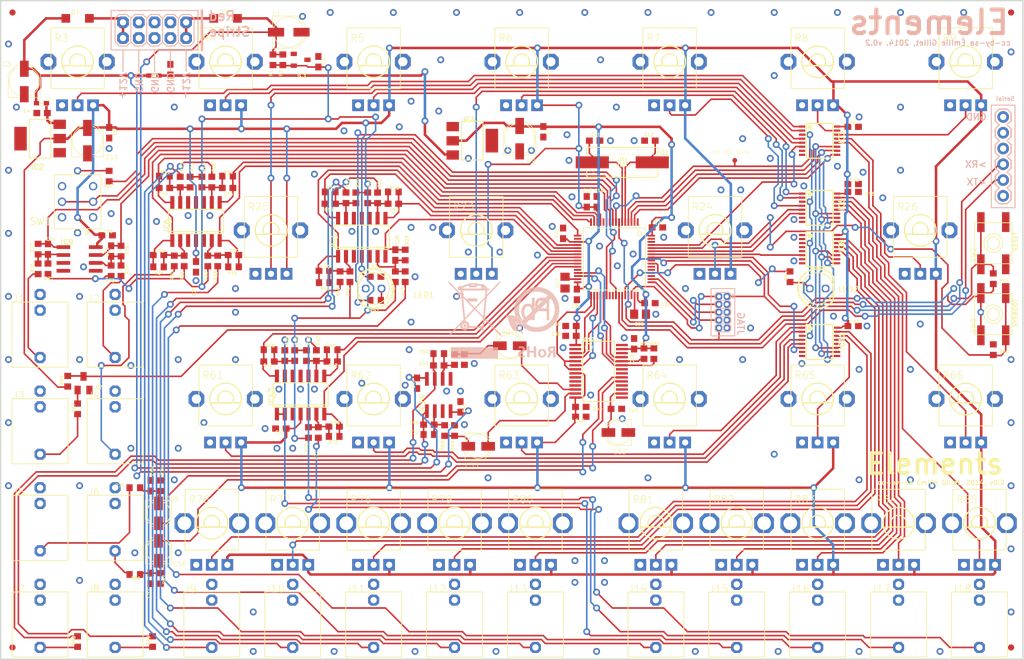
<source format=kicad_pcb>
(kicad_pcb (version 20211014) (generator pcbnew)
  (layers (0 "F.Cu" signal) (31 "B.Cu" signal) (34 "B.Paste" user) (35 "F.Paste" user) (36 "B.SilkS" user "B.Silkscreen") (37 "F.SilkS" user "F.Silkscreen") (38 "B.Mask" user) (39 "F.Mask" user) (44 "Edge.Cuts" user))
  (net 0 "")
  (net 1 "GND")
  (net 2 "N$7")
  (net 3 "N$8")
  (net 4 "BOOT_FLASH")
  (net 5 "RESET")
  (net 6 "RX")
  (net 7 "TX")
  (net 8 "JTDI")
  (net 9 "JTCK")
  (net 10 "JTMS")
  (net 11 "VBAT")
  (net 12 "N$13")
  (net 13 "N$19")
  (net 14 "I2S_MCK")
  (net 15 "I2S_SOUT")
  (net 16 "I2S_SCK")
  (net 17 "I2S_LRCK")
  (net 18 "JTDO")
  (net 19 "+3V3_A")
  (net 20 "I2C_SCL")
  (net 21 "I2C_SDA")
  (net 22 "I2S_SIN")
  (net 23 "N$1")
  (net 24 "N$2")
  (net 25 "N$4")
  (net 26 "N$5")
  (net 27 "N$10")
  (net 28 "N$11")
  (net 29 "N$6")
  (net 30 "VCC")
  (net 31 "AREF_-10")
  (net 32 "VEE")
  (net 33 "N$56")
  (net 34 "N$64")
  (net 35 "N$15")
  (net 36 "LOUT")
  (net 37 "ROUT")
  (net 38 "LIN")
  (net 39 "RIN")
  (net 40 "N$17")
  (net 41 "N$22")
  (net 42 "N$20")
  (net 43 "N$18")
  (net 44 "N$23")
  (net 45 "N$25")
  (net 46 "N$28")
  (net 47 "ROUT_JACK")
  (net 48 "N$31")
  (net 49 "N$32")
  (net 50 "N$33")
  (net 51 "LOUT_JACK")
  (net 52 "ADC_STRIKE_TIMBRE")
  (net 53 "N$66")
  (net 54 "N$38")
  (net 55 "N$21")
  (net 56 "+3V3")
  (net 57 "GATE")
  (net 58 "LED_GATE")
  (net 59 "SW_GATE")
  (net 60 "N$3")
  (net 61 "N$9")
  (net 62 "N$12")
  (net 63 "N$14")
  (net 64 "N$16")
  (net 65 "N$24")
  (net 66 "N$26")
  (net 67 "N$27")
  (net 68 "N$29")
  (net 69 "N$30")
  (net 70 "N$34")
  (net 71 "N$35")
  (net 72 "N$36")
  (net 73 "N$37")
  (net 74 "N$39")
  (net 75 "N$40")
  (net 76 "N$41")
  (net 77 "N$42")
  (net 78 "ADC_PRESSURE")
  (net 79 "ADC_V_OCT")
  (net 80 "ADC_FM")
  (net 81 "ADC_BLOW_SHAPE")
  (net 82 "ADC_POSITION")
  (net 83 "ADC_BOW_TIMBRE")
  (net 84 "ADC_STRIKE_SHAPE")
  (net 85 "ADC_BLOW_TIMBRE")
  (net 86 "ADC_DAMPING")
  (net 87 "ADC_GEOMETRY")
  (net 88 "N$43")
  (net 89 "ADC_BANK_0")
  (net 90 "ADC_ADDR_0")
  (net 91 "ADC_ADDR_1")
  (net 92 "ADC_ADDR_2")
  (net 93 "ADC_POTS")
  (net 94 "N$57")
  (net 95 "ADC_BANK_1")
  (net 96 "N$62")
  (net 97 "N$67")
  (net 98 "N$70")
  (net 99 "N$71")
  (net 100 "N$72")
  (net 101 "N$73")
  (net 102 "ADC_BANK_2")
  (net 103 "ADC_BANK_3")
  (net 104 "N$74")
  (net 105 "N$75")
  (net 106 "N$63")
  (net 107 "N$68")
  (net 108 "N$55")
  (net 109 "N$69")
  (net 110 "N$65")
  (net 111 "N$76")
  (net 112 "N$77")
  (net 113 "N$78")
  (net 114 "N$58")
  (net 115 "N$50")
  (net 116 "N$51")
  (net 117 "N$45")
  (net 118 "N$46")
  (net 119 "N$47")
  (net 120 "N$48")
  (net 121 "N$49")
  (net 122 "N$52")
  (net 123 "N$53")
  (net 124 "N$44")
  (net 125 "ADC_BRIGHTNESS")
  (net 126 "ADC_SPACE")
  (net 127 "N$59")
  (net 128 "N$60")
  (net 129 "N$79")
  (net 130 "N$54")
  (net 131 "N$80")
  (net 132 "N$61")
  (footprint "elements_v02:R0603" (layer "F.Cu") (at 122.4661 96.4311 -90)
    (fp_text reference "R41")
    (fp_text value "120k")
  )
  (footprint "elements_v02:0603" (layer "F.Cu") (at 72.9361 68.4911)
    (fp_text reference "L2")
    (fp_text value "")
  )
  (footprint "elements_v02:R0603" (layer "F.Cu") (at 98.6536 81.1911 90)
    (fp_text reference "R15")
    (fp_text value "120k")
  )
  (footprint "elements_v02:C0603" (layer "F.Cu") (at 90.3986 145.0086 -90)
    (fp_text reference "C57")
    (fp_text value "220p")
  )
  (footprint "elements_v02:ALPS_POT_VERTICAL_PS" (layer "F.Cu") (at 109.7661 88.9699 180)
    (fp_text reference "R25")
    (fp_text value "10kB")
  )
  (footprint "elements_v02:R0603" (layer "F.Cu") (at 117.0686 109.1311 90)
    (fp_text reference "R57")
    (fp_text value "100k")
  )
  (footprint "elements_v02:C0603" (layer "F.Cu") (at 126.5936 96.4311)
    (fp_text reference "C32")
    (fp_text value "100n")
  )
  (footprint "elements_v02:R0603" (layer "F.Cu") (at 126.5936 100.2411)
    (fp_text reference "R47")
    (fp_text value "2.2k")
  )
  (footprint "elements_v02:TQFP-10X10-64" (layer "F.Cu") (at 165.0111 93.5736 -90)
    (fp_text reference "IC10")
    (fp_text value "STM32F405RGT6")
  )
  (footprint "elements_v02:ALPS_POT_VERTICAL_PS" (layer "F.Cu") (at 221.5261 116.1161 180)
    (fp_text reference "R66")
    (fp_text value "10kB")
  )
  (footprint "elements_v02:R0603" (layer "F.Cu") (at 119.6086 108.1786 180)
    (fp_text reference "R49")
    (fp_text value "20k")
  )
  (footprint "elements_v02:WQP_PJ_301M6" (layer "F.Cu") (at 126.2761 151.6761 180)
    (fp_text reference "J11")
    (fp_text value "PJ301_THONKICONN6" hide)
  )
  (footprint "elements_v02:SOD123" (layer "F.Cu") (at 102.4636 54.8386)
    (fp_text reference "D2")
    (fp_text value "1N5819HW")
  )
  (footprint "elements_v02:ALPS_POT_VERTICAL" (layer "F.Cu") (at 171.6786 136.1186 180)
    (fp_text reference "R81")
    (fp_text value "10kB")
  )
  (footprint "elements_v02:R0603" (layer "F.Cu") (at 113.5761 109.1311 90)
    (fp_text reference "R55")
    (fp_text value "120k")
  )
  (footprint "elements_v02:C0603" (layer "F.Cu") (at 135.1661 120.2436 180)
    (fp_text reference "C49")
    (fp_text value "18p")
  )
  (footprint "elements_v02:SO08" (layer "F.Cu") (at 78.9686 93.5736 -90)
    (fp_text reference "IC9")
    (fp_text value "MCP6002")
  )
  (footprint "elements_v02:R0603" (layer "F.Cu") (at 95.1611 81.1911 90)
    (fp_text reference "R13")
    (fp_text value "100k")
  )
  (footprint "elements_v02:FIDUCIAL-1X2" (layer "F.Cu") (at 228.8286 53.8861)
    (fp_text reference "F2" hide)
    (fp_text value "FIDUCIAL1X2" hide)
  )
  (footprint "elements_v02:C0603" (layer "F.Cu") (at 118.3386 95.4786 180)
    (fp_text reference "C30")
    (fp_text value "3.3n")
  )
  (footprint "elements_v02:ALPS_POT_VERTICAL_PS" (layer "F.Cu") (at 78.6511 61.8236 180)
    (fp_text reference "R3")
    (fp_text value "10kB")
  )
  (footprint "elements_v02:R0603" (layer "F.Cu") (at 129.7686 96.4311 -90)
    (fp_text reference "R42")
    (fp_text value "120k")
  )
  (footprint "elements_v02:C0603" (layer "F.Cu") (at 119.9261 120.5611)
    (fp_text reference "C50")
    (fp_text value "3.3n")
  )
  (footprint "elements_v02:C0603" (layer "F.Cu") (at 158.0261 105.9561 180)
    (fp_text reference "C38")
    (fp_text value "100n")
  )
  (footprint "elements_v02:ALPS_POT_VERTICAL" (layer "F.Cu") (at 223.7486 136.1186 180)
    (fp_text reference "R85")
    (fp_text value "10kB")
  )
  (footprint "elements_v02:ALPS_POT_VERTICAL_PS" (layer "F.Cu") (at 102.4636 116.1161 180)
    (fp_text reference "R61")
    (fp_text value "10kB")
  )
  (footprint "elements_v02:FIDUCIAL-1X2" (layer "F.Cu") (at 228.8286 156.1211)
    (fp_text reference "F4" hide)
    (fp_text value "FIDUCIAL1X2" hide)
  )
  (footprint "elements_v02:R0603" (layer "F.Cu") (at 120.8786 96.4311 -90)
    (fp_text reference "R40")
    (fp_text value "100k")
  )
  (footprint "elements_v02:PANASONIC_B" (layer "F.Cu") (at 91.6686 134.5311 -90)
    (fp_text reference "C55")
    (fp_text value "10u")
  )
  (footprint "elements_v02:C0603" (layer "F.Cu") (at 91.6686 92.9386 180)
    (fp_text reference "C26")
    (fp_text value "3.3n")
  )
  (footprint "elements_v02:C0603" (layer "F.Cu") (at 83.4136 89.7636)
    (fp_text reference "C23")
    (fp_text value "100n")
  )
  (footprint "elements_v02:R0603" (layer "F.Cu") (at 137.7061 121.1961 -90)
    (fp_text reference "R68")
    (fp_text value "6.8k")
  )
  (footprint "elements_v02:ALPS_POT_VERTICAL" (layer "F.Cu") (at 139.2936 136.1186 180)
    (fp_text reference "R79")
    (fp_text value "10kB")
  )
  (footprint "elements_v02:PANASONIC_B" (layer "F.Cu") (at 91.6686 140.5636 90)
    (fp_text reference "C56")
    (fp_text value "10u")
  )
  (footprint "elements_v02:PANASONIC_C" (layer "F.Cu") (at 80.2386 74.5236 90)
    (fp_text reference "C10")
    (fp_text value "22u")
  )
  (footprint "elements_v02:R0603" (layer "F.Cu") (at 139.2936 121.1961 -90)
    (fp_text reference "R69")
    (fp_text value "47k")
  )
  (footprint "elements_v02:R0603" (layer "F.Cu") (at 126.9111 83.7311 90)
    (fp_text reference "R22")
    (fp_text value "100k")
  )
  (footprint "elements_v02:ALPS_POT_VERTICAL" (layer "F.Cu") (at 210.7311 136.1186 180)
    (fp_text reference "R84")
    (fp_text value "10kB")
  )
  (footprint "elements_v02:C0805" (layer "F.Cu") (at 157.0736 97.3836 -90)
    (fp_text reference "C31")
    (fp_text value "2.2u")
  )
  (footprint "elements_v02:R0603" (layer "F.Cu") (at 110.0836 61.5061 -90)
    (fp_text reference "R1")
    (fp_text value "1.0k")
  )
  (footprint "elements_v02:FIDUCIAL-1X2" (layer "F.Cu") (at 68.1736 53.8861)
    (fp_text reference "F1" hide)
    (fp_text value "FIDUCIAL1X2" hide)
  )
  (footprint "elements_v02:R0603" (layer "F.Cu") (at 72.3011 95.1611 -90)
    (fp_text reference "R36")
    (fp_text value "100k")
  )
  (footprint "elements_v02:WQP_PJ_301M6" (layer "F.Cu") (at 84.6836 120.5611 180)
    (fp_text reference "J4")
    (fp_text value "PJ301_THONKICONN6" hide)
  )
  (footprint "elements_v02:ALPS_POT_VERTICAL_PS" (layer "F.Cu") (at 181.2036 88.9698 180)
    (fp_text reference "R24")
    (fp_text value "10kB")
  )
  (footprint "elements_v02:SOT223" (layer "F.Cu") (at 72.6186 74.2061 90)
    (fp_text reference "IC2")
    (fp_text value "LM1117-3.3")
  )
  (footprint "elements_v02:ALPS_POT_VERTICAL" (layer "F.Cu") (at 184.6961 136.1186 180)
    (fp_text reference "R82")
    (fp_text value "10kB")
  )
  (footprint "elements_v02:R0603" (layer "F.Cu") (at 100.2411 81.1911 90)
    (fp_text reference "R16")
    (fp_text value "100k")
  )
  (footprint "elements_v02:C0603" (layer "F.Cu") (at 84.0486 92.3036 90)
    (fp_text reference "C25")
    (fp_text value "3.3n")
  )
  (footprint "elements_v02:WQP_PJ_301M6" (layer "F.Cu") (at 72.6186 105.0036 180)
    (fp_text reference "J1")
    (fp_text value "PJ301_THONKICONN6" hide)
  )
  (footprint "elements_v02:R0603" (layer "F.Cu") (at 91.9861 130.0861 -90)
    (fp_text reference "R74")
    (fp_text value "6.8k")
  )
  (footprint "elements_v02:R0603" (layer "F.Cu") (at 193.2686 96.4311 -90)
    (fp_text reference "R44")
    (fp_text value "2.2k")
  )
  (footprint "elements_v02:PANASONIC_C" (layer "F.Cu") (at 149.7711 74.2061 90)
    (fp_text reference "C9")
    (fp_text value "22u")
  )
  (footprint "elements_v02:R0603" (layer "F.Cu") (at 115.7986 121.5136 -90)
    (fp_text reference "R70")
    (fp_text value "120k")
  )
  (footprint "elements_v02:R0603" (layer "F.Cu") (at 171.3611 108.8136 90)
    (fp_text reference "R53")
    (fp_text value "2.2k")
  )
  (footprint "elements_v02:WQP_PJ_301M6" (layer "F.Cu") (at 72.6186 120.5611 180)
    (fp_text reference "J3")
    (fp_text value "PJ301_THONKICONN6" hide)
  )
  (footprint "elements_v02:C0603" (layer "F.Cu") (at 162.1536 84.3661 90)
    (fp_text reference "C18")
    (fp_text value "100n")
  )
  (footprint "elements_v02:ALPS_POT_VERTICAL_PS" (layer "F.Cu") (at 126.2761 61.8236 180)
    (fp_text reference "R5")
    (fp_text value "10kB")
  )
  (footprint "elements_v02:SOD123" (layer "F.Cu") (at 78.6511 54.8386)
    (fp_text reference "D1")
    (fp_text value "1N5819HW")
  )
  (footprint "elements_v02:R0603" (layer "F.Cu") (at 99.6061 93.8911 -90)
    (fp_text reference "R32")
    (fp_text value "120k")
  )
  (footprint "elements_v02:SO08" (layer "F.Cu") (at 136.7536 115.4811)
    (fp_text reference "IC14")
    (fp_text value "LME49720")
  )
  (footprint "elements_v02:C0603" (layer "F.Cu") (at 72.9361 70.0786 180)
    (fp_text reference "C4")
    (fp_text value "100n")
  )
  (footprint "elements_v02:ALPS_POT_VERTICAL_PS" (layer "F.Cu") (at 221.5261 61.8236 180)
    (fp_text reference "R9")
    (fp_text value "10kB")
  )
  (footprint "elements_v02:R0603" (layer "F.Cu") (at 119.9261 122.1486 180)
    (fp_text reference "R73")
    (fp_text value "20k")
  )
  (footprint "elements_v02:WQP_PJ_301M6" (layer "F.Cu") (at 84.6836 136.1186 180)
    (fp_text reference "J6")
    (fp_text value "PJ301_THONKICONN6" hide)
  )
  (footprint "elements_v02:C0603" (layer "F.Cu") (at 73.8886 91.9861 90)
    (fp_text reference "C24")
    (fp_text value "3.3n")
  )
  (footprint "elements_v02:WQP_PJ_301M6" (layer "F.Cu") (at 184.6961 151.6761 180)
    (fp_text reference "J15")
    (fp_text value "PJ301_THONKICONN6" hide)
  )
  (footprint "elements_v02:WQP_PJ_301M6" (layer "F.Cu") (at 197.7136 151.6761 180)
    (fp_text reference "J16")
    (fp_text value "PJ301_THONKICONN6" hide)
  )
  (footprint "elements_v02:PANASONIC_C" (layer "F.Cu") (at 70.0786 64.9986 90)
    (fp_text reference "C3")
    (fp_text value "22u")
  )
  (footprint "elements_v02:LED5MM" (layer "F.Cu") (at 197.7136 98.3361)
    (fp_text reference "LED2")
    (fp_text value "SSL-LX5093PC")
  )
  (footprint "elements_v02:R0603" (layer "F.Cu") (at 103.7336 94.8436 180)
    (fp_text reference "R35")
    (fp_text value "20k")
  )
  (footprint "elements_v02:C0603" (layer "F.Cu") (at 133.2611 113.5761 -90)
    (fp_text reference "C44")
    (fp_text value "100n")
  )
  (footprint "elements_v02:EVQ-Q2" (layer "F.Cu") (at 225.9711 91.0336 90)
    (fp_text reference "SW2")
    (fp_text value "")
  )
  (footprint "elements_v02:WQP_PJ_301M6" (layer "F.Cu") (at 113.2586 151.6761 180)
    (fp_text reference "J10")
    (fp_text value "PJ301_THONKICONN6" hide)
  )
  (footprint "elements_v02:C0603" (layer "F.Cu") (at 129.4511 84.6836)
    (fp_text reference "C20")
    (fp_text value "3.3n")
  )
  (footprint "elements_v02:ALPS_POT_VERTICAL_PS" (layer "F.Cu") (at 214.2236 88.9699 180)
    (fp_text reference "R26")
    (fp_text value "10kB")
  )
  (footprint "elements_v02:ALPS_POT_VERTICAL_PS" (layer "F.Cu") (at 150.0886 116.1161 180)
    (fp_text reference "R63")
    (fp_text value "10kB")
  )
  (footprint "elements_v02:PANASONIC_B" (layer "F.Cu") (at 165.6461 121.5136 180)
    (fp_text reference "C52")
    (fp_text value "10u")
  )
  (footprint "elements_v02:C0603" (layer "F.Cu") (at 161.8361 74.5236 180)
    (fp_text reference "C11")
    (fp_text value "18p")
  )
  (footprint "elements_v02:R0603" (layer "F.Cu") (at 225.9711 108.1786 -90)
    (fp_text reference "R50")
    (fp_text value "10k")
  )
  (footprint "elements_v02:C0603" (layer "F.Cu") (at 119.6086 110.0836)
    (fp_text reference "C42")
    (fp_text value "3.3n")
  )
  (footprint "elements_v02:C0603" (layer "F.Cu") (at 203.4286 82.7786)
    (fp_text reference "C16")
    (fp_text value "100n")
  )
  (footprint "elements_v02:C0603" (layer "F.Cu") (at 111.3536 120.8786 180)
    (fp_text reference "C51")
    (fp_text value "100n")
  )
  (footprint "elements_v02:WQP_PJ_301M6" (layer "F.Cu") (at 223.7486 151.6761 180)
    (fp_text reference "J18")
    (fp_text value "PJ301_THONKICONN6" hide)
  )
  (footprint "elements_v02:C0603" (layer "F.Cu") (at 158.0261 104.3686 180)
    (fp_text reference "C36")
    (fp_text value "1u")
  )
  (footprint "elements_v02:R0603" (layer "F.Cu") (at 87.8586 144.3736 180)
    (fp_text reference "R86")
    (fp_text value "36k")
  )
  (footprint "elements_v02:R0603" (layer "F.Cu") (at 121.8311 83.7311 90)
    (fp_text reference "R19")
    (fp_text value "100k")
  )
  (footprint "elements_v02:R0603" (layer "F.Cu") (at 111.6711 61.5061 -90)
    (fp_text reference "R2")
    (fp_text value "1.0k")
  )
  (footprint "elements_v02:R0603" (layer "F.Cu") (at 72.3011 91.9861 -90)
    (fp_text reference "R27")
    (fp_text value "47k")
  )
  (footprint "elements_v02:R0603" (layer "F.Cu") (at 78.6511 117.7036 90)
    (fp_text reference "R67")
    (fp_text value "100k")
  )
  (footprint "elements_v02:R0603" (layer "F.Cu") (at 169.7736 108.8136 90)
    (fp_text reference "R52")
    (fp_text value "2.2k")
  )
  (footprint "elements_v02:R0603" (layer "F.Cu") (at 119.2911 82.7786)
    (fp_text reference "R17")
    (fp_text value "20k")
  )
  (footprint "elements_v02:C0603" (layer "F.Cu") (at 203.4286 104.3686)
    (fp_text reference "C37")
    (fp_text value "100n")
  )
  (footprint "elements_v02:R0603" (layer "F.Cu") (at 225.9711 96.7486 -90)
    (fp_text reference "R45")
    (fp_text value "10k")
  )
  (footprint "elements_v02:C0603" (layer "F.Cu") (at 92.6211 82.1436 180)
    (fp_text reference "C14")
    (fp_text value "3.3n")
  )
  (footprint "elements_v02:LP4OA1PBCT" (layer "F.Cu") (at 78.6511 84.3661 90)
    (fp_text reference "SW1")
    (fp_text value "LP4OA1PBCT" hide)
  )
  (footprint "elements_v02:WQP_PJ_301M6" (layer "F.Cu") (at 84.6836 151.6761 180)
    (fp_text reference "J8")
    (fp_text value "PJ301_THONKICONN6" hide)
  )
  (footprint "elements_v02:SOT223" (layer "F.Cu") (at 142.1511 74.5236 -90)
    (fp_text reference "IC4")
    (fp_text value "LM1117-3.3")
  )
  (footprint "elements_v02:R0603" (layer "F.Cu") (at 125.3236 83.7311 90)
    (fp_text reference "R21")
    (fp_text value "120k")
  )
  (footprint "elements_v02:ALPS_POT_VERTICAL_PS" (layer "F.Cu") (at 197.7136 116.1161 180)
    (fp_text reference "R65")
    (fp_text value "10kB")
  )
  (footprint "elements_v02:R0603" (layer "F.Cu") (at 73.8886 95.1611 -90)
    (fp_text reference "R37")
    (fp_text value "180k")
  )
  (footprint "elements_v02:C0603" (layer "F.Cu") (at 165.3286 117.7036)
    (fp_text reference "C47")
    (fp_text value "100n")
  )
  (footprint "elements_v02:C0603" (layer "F.Cu") (at 203.4286 81.5086)
    (fp_text reference "C13")
    (fp_text value "100n")
  )
  (footprint "elements_v02:C0603" (layer "F.Cu") (at 170.7262 100.6856)
    (fp_text reference "C34")
    (fp_text value "100n")
  )
  (footprint "elements_v02:WQP_PJ_301M6" (layer "F.Cu") (at 171.6786 151.6761 180)
    (fp_text reference "J14")
    (fp_text value "PJ301_THONKICONN6" hide)
  )
  (footprint "elements_v02:ALPS_POT_VERTICAL" (layer "F.Cu") (at 152.3111 136.1186 180)
    (fp_text reference "R80")
    (fp_text value "10kB")
  )
  (footprint "elements_v02:R0603" (layer "F.Cu") (at 135.1661 121.8311)
    (fp_text reference "R72")
    (fp_text value "47k")
  )
  (footprint "elements_v02:C0603" (layer "F.Cu") (at 203.4286 72.3011)
    (fp_text reference "C6")
    (fp_text value "100n")
  )
  (footprint "elements_v02:SO14" (layer "F.Cu") (at 97.7011 87.5411)
    (fp_text reference "IC6")
    (fp_text value "MCP6004")
  )
  (footprint "elements_v02:C0603" (layer "F.Cu") (at 171.9326 88.4936)
    (fp_text reference "C21")
    (fp_text value "100n")
  )
  (footprint "elements_v02:C0603" (layer "F.Cu") (at 119.2911 84.6836 180)
    (fp_text reference "C19")
    (fp_text value "3.3n")
  )
  (footprint "elements_v02:SO14" (layer "F.Cu") (at 124.3711 90.0811)
    (fp_text reference "IC7")
    (fp_text value "MCP6004")
  )
  (footprint "elements_v02:WQP_PJ_301M6" (layer "F.Cu") (at 139.2936 151.6761 180)
    (fp_text reference "J12")
    (fp_text value "PJ301_THONKICONN6" hide)
  )
  (footprint "elements_v02:LED5MM" (layer "F.Cu") (at 126.2761 98.3361 180)
    (fp_text reference "LED1")
    (fp_text value "SSL-LX5093TC")
  )
  (footprint "elements_v02:R0603" (layer "F.Cu") (at 83.7311 80.2386 90)
    (fp_text reference "R10")
    (fp_text value "33")
  )
  (footprint "elements_v02:R0603" (layer "F.Cu") (at 91.6686 94.8436)
    (fp_text reference "R34")
    (fp_text value "33k")
  )
  (footprint "elements_v02:DBZ_R-PDSO-G3" (layer "F.Cu") (at 114.5286 61.5061 -90)
    (fp_text reference "IC1")
    (fp_text value "LM4040B10")
  )
  (footprint "elements_v02:ALPS_POT_VERTICAL_PS" (layer "F.Cu") (at 173.9011 116.1161 180)
    (fp_text reference "R64")
    (fp_text value "10kB")
  )
  (footprint "elements_v02:FIDUCIAL-1X2" (layer "F.Cu") (at 68.1736 156.1211)
    (fp_text reference "F3" hide)
    (fp_text value "FIDUCIAL1X2" hide)
  )
  (footprint "elements_v02:R0603" (layer "F.Cu") (at 87.8586 130.4036 180)
    (fp_text reference "R75")
    (fp_text value "36k")
  )
  (footprint "elements_v02:WQP_PJ_301M6" (layer "F.Cu") (at 210.7311 151.6761 180)
    (fp_text reference "J17")
    (fp_text value "PJ301_THONKICONN6" hide)
  )
  (footprint "elements_v02:R0603" (layer "F.Cu") (at 78.6511 155.1686 90)
    (fp_text reference "R88")
    (fp_text value "1.0k")
  )
  (footprint "elements_v02:TSSOP16" (layer "F.Cu") (at 198.0311 106.5911 -90)
    (fp_text reference "IC11")
    (fp_text value "4051PW")
  )
  (footprint "elements_v02:C0603" (layer "F.Cu") (at 93.5736 63.0936 90)
    (fp_text reference "C5")
    (fp_text value "100n")
  )
  (footprint "elements_v02:ALPS_POT_VERTICAL" (layer "F.Cu") (at 197.7136 136.1186 180)
    (fp_text reference "R83")
    (fp_text value "10kB")
  )
  (footprint "elements_v02:R0603" (layer "F.Cu") (at 84.0486 95.4786 -90)
    (fp_text reference "R38")
    (fp_text value "120k")
  )
  (footprint "elements_v02:WQP_PJ_301M6" (layer "F.Cu") (at 152.3111 151.6761 180)
    (fp_text reference "J13")
    (fp_text value "PJ301_THONKICONN6" hide)
  )
  (footprint "elements_v02:ALPS_POT_VERTICAL_PS" (layer "F.Cu") (at 197.7136 61.8236 180)
    (fp_text reference "R8")
    (fp_text value "10kB")
  )
  (footprint "elements_v02:R0603" (layer "F.Cu") (at 131.3561 96.4311 -90)
    (fp_text reference "R43")
    (fp_text value "100k")
  )
  (footprint "elements_v02:C0603" (layer "F.Cu") (at 159.6136 117.3861)
    (fp_text reference "C46")
    (fp_text value "100n")
  )
  (footprint "elements_v02:ALPS_POT_VERTICAL_PS" (layer "F.Cu") (at 142.7861 88.9698 180)
    (fp_text reference "R23")
    (fp_text value "10kB")
  )
  (footprint "elements_v02:R0603" (layer "F.Cu") (at 111.9886 109.1311 90)
    (fp_text reference "R54")
    (fp_text value "100k")
  )
  (footprint "elements_v02:ALPS_POT_VERTICAL_PS" (layer "F.Cu") (at 126.2761 116.1161 180)
    (fp_text reference "R62")
    (fp_text value "10kB")
  )
  (footprint "elements_v02:C0603" (layer "F.Cu") (at 136.7536 110.7186 180)
    (fp_text reference "C43")
    (fp_text value "18p")
  )
  (footprint "elements_v02:R0603" (layer "F.Cu") (at 94.2086 93.8911 -90)
    (fp_text reference "R30")
    (fp_text value "100k")
  )
  (footprint "elements_v02:WQP_PJ_301M6" (layer "F.Cu") (at 84.6836 105.0036 180)
    (fp_text reference "J2")
    (fp_text value "PJ301_THONKICONN6" hide)
  )
  (footprint "elements_v02:R0603" (layer "F.Cu") (at 136.7536 108.8136)
    (fp_text reference "R51")
    (fp_text value "47k")
  )
  (footprint "elements_v02:C0603" (layer "F.Cu") (at 159.6136 118.9736)
    (fp_text reference "C48")
    (fp_text value "1u")
  )
  (footprint "elements_v02:EVQ-Q2" (layer "F.Cu") (at 225.9711 102.4636 90)
    (fp_text reference "SW3")
    (fp_text value "")
  )
  (footprint "elements_v02:C0603" (layer "F.Cu") (at 103.7336 92.9386)
    (fp_text reference "C27")
    (fp_text value "3.3n")
  )
  (footprint "elements_v02:WQP_PJ_301M6" (layer "F.Cu") (at 100.2411 151.6761 180)
    (fp_text reference "J9")
    (fp_text value "PJ301_THONKICONN6" hide)
  )
  (footprint "elements_v02:C0603" (layer "F.Cu") (at 156.7562 89.4461 90)
    (fp_text reference "C22")
    (fp_text value "100n")
  )
  (footprint "elements_v02:C0603" (layer "F.Cu") (at 168.1861 107.2261 90)
    (fp_text reference "C39")
    (fp_text value "100n")
  )
  (footprint "elements_v02:R0603" (layer "F.Cu") (at 129.4511 82.7786 180)
    (fp_text reference "R18")
    (fp_text value "20k")
  )
  (footprint "elements_v02:TSSOP16" (layer "F.Cu") (at 198.0311 74.2061 -90)
    (fp_text reference "IC3")
    (fp_text value "4051PW")
  )
  (footprint "elements_v02:C0805" (layer "F.Cu") (at 169.1386 102.4636)
    (fp_text reference "C35")
    (fp_text value "2.2u")
  )
  (footprint "elements_v02:R0603" (layer "F.Cu") (at 123.4186 83.7311 90)
    (fp_text reference "R20")
    (fp_text value "120k")
  )
  (footprint "elements_v02:C0603" (layer "F.Cu") (at 109.4486 110.0836 180)
    (fp_text reference "C41")
    (fp_text value "3.3n")
  )
  (footprint "elements_v02:C0603" (layer "F.Cu") (at 140.2461 117.3861 -90)
    (fp_text reference "C45")
    (fp_text value "100n")
  )
  (footprint "elements_v02:C0603" (layer "F.Cu") (at 153.5811 73.0948 -90)
    (fp_text reference "C7")
    (fp_text value "100n")
  )
  (footprint "elements_v02:R0603" (layer "F.Cu") (at 101.1936 93.8911 -90)
    (fp_text reference "R33")
    (fp_text value "100k")
  )
  (footprint "elements_v02:C0603" (layer "F.Cu") (at 97.7011 94.8436 -90)
    (fp_text reference "C29")
    (fp_text value "100n")
  )
  (footprint "elements_v02:R0603" (layer "F.Cu") (at 85.6361 92.3036 -90)
    (fp_text reference "R28")
    (fp_text value "20k")
  )
  (footprint "elements_v02:R0603" (layer "F.Cu") (at 139.2936 109.7661 90)
    (fp_text reference "R58")
    (fp_text value "6.8k")
  )
  (footprint "elements_v02:R0603" (layer "F.Cu") (at 91.9861 145.0086 90)
    (fp_text reference "R87")
    (fp_text value "6.8k")
  )
  (footprint "elements_v02:C0603" (layer "F.Cu") (at 90.3986 130.0861 90)
    (fp_text reference "C54")
    (fp_text value "220p")
  )
  (footprint "elements_v02:ALPS_POT_VERTICAL_PS" (layer "F.Cu") (at 150.0886 61.8236 180)
    (fp_text reference "R6")
    (fp_text value "10kB")
  )
  (footprint "elements_v02:SSOP28" (layer "F.Cu") (at 162.4711 111.9886 -90)
    (fp_text reference "IC12")
    (fp_text value "WM8731")
  )
  (footprint "elements_v02:C0603" (layer "F.Cu") (at 102.7811 82.1436)
    (fp_text reference "C15")
    (fp_text value "3.3n")
  )
  (footprint "elements_v02:ALPS_POT_VERTICAL_PS" (layer "F.Cu") (at 173.9011 61.8236 180)
    (fp_text reference "R7")
    (fp_text value "10kB")
  )
  (footprint "elements_v02:ALPS_POT_VERTICAL" (layer "F.Cu") (at 113.2586 136.1186 180)
    (fp_text reference "R77")
    (fp_text value "10kB")
  )
  (footprint "elements_v02:R0603" (layer "F.Cu") (at 96.7486 81.1911 90)
    (fp_text reference "R14")
    (fp_text value "120k")
  )
  (footprint "elements_v02:C0603" (layer "F.Cu") (at 170.7261 74.5236)
    (fp_text reference "C12")
    (fp_text value "18p")
  )
  (footprint "elements_v02:C0603" (layer "F.Cu") (at 129.7686 92.9386 90)
    (fp_text reference "C28")
    (fp_text value "3.3n")
  )
  (footprint "elements_v02:SO14" (layer "F.Cu") (at 114.5286 115.4811)
    (fp_text reference "IC13")
    (fp_text value "MCP6004")
  )
  (footprint "elements_v02:PANASONIC_C" (layer "F.Cu") (at 112.6236 57.0611)
    (fp_text reference "C1")
    (fp_text value "22u")
  )
  (footprint "elements_v02:R0603" (layer "F.Cu") (at 115.4811 109.1311 90)
    (fp_text reference "R56")
    (fp_text value "120k")
  )
  (footprint "elements_v02:R0603" (layer "F.Cu") (at 95.7961 93.8911 -90)
    (fp_text reference "R31")
    (fp_text value "200k")
  )
  (footprint "elements_v02:C0603" (layer "F.Cu") (at 117.3861 61.8236 90)
    (fp_text reference "C2")
    (fp_text value "100n")
  )
  (footprint "elements_v02:R0603" (layer "F.Cu") (at 85.6361 95.4786 -90)
    (fp_text reference "R39")
    (fp_text value "100k")
  )
  (footprint "elements_v02:ALPS_POT_VERTICAL" (layer "F.Cu") (at 100.2411 136.1186 180)
    (fp_text reference "R76")
    (fp_text value "10kB")
  )
  (footprint "elements_v02:WQP_PJ_301M6" (layer "F.Cu") (at 72.6186 151.6761 180)
    (fp_text reference "J7")
    (fp_text value "PJ301_THONKICONN6" hide)
  )
  (footprint "elements_v02:ALPS_POT_VERTICAL_PS" (layer "F.Cu") (at 102.4636 61.8236 180)
    (fp_text reference "R4")
    (fp_text value "10kB")
  )
  (footprint "elements_v02:SOT23-BEC" (layer "F.Cu") (at 79.6036 113.5761)
    (fp_text reference "Q2")
    (fp_text value "MMBT3904")
  )
  (footprint "elements_v02:R0603" (layer "F.Cu") (at 140.8811 109.7661 90)
    (fp_text reference "R59")
    (fp_text value "47k")
  )
  (footprint "elements_v02:TSSOP16" (layer "F.Cu") (at 198.0311 85.0011 -90)
    (fp_text reference "IC5")
    (fp_text value "4051PW")
  )
  (footprint "elements_v02:R0603" (layer "F.Cu") (at 102.7811 80.2386 180)
    (fp_text reference "R12")
    (fp_text value "20k")
  )
  (footprint "elements_v02:R0603" (layer "F.Cu") (at 131.3561 92.9386 -90)
    (fp_text reference "R29")
    (fp_text value "20k")
  )
  (footprint "elements_v02:PANASONIC_B" (layer "F.Cu") (at 148.1836 107.5436)
    (fp_text reference "C40")
    (fp_text value "10u")
  )
  (footprint "elements_v02:C0603" (layer "F.Cu") (at 160.5661 84.366 90)
    (fp_text reference "C17")
    (fp_text value "1u")
  )
  (footprint "elements_v02:R0603" (layer "F.Cu") (at 118.3386 97.3836)
    (fp_text reference "R46")
    (fp_text value "20k")
  )
  (footprint "elements_v02:C0603" (layer "F.Cu") (at 83.7311 73.2536 -90)
    (fp_text reference "C8")
    (fp_text value "100n")
  )
  (footprint "elements_v02:PANASONIC_B" (layer "F.Cu") (at 143.1036 123.7361)
    (fp_text reference "C53")
    (fp_text value "10u")
  )
  (footprint "elements_v02:WQP_PJ_301M6" (layer "F.Cu") (at 72.6186 136.1186 180)
    (fp_text reference "J5")
    (fp_text value "PJ301_THONKICONN6" hide)
  )
  (footprint "elements_v02:R0603" (layer "F.Cu") (at 117.3861 121.5136 -90)
    (fp_text reference "R71")
    (fp_text value "100k")
  )
  (footprint "elements_v02:PAD.03X.03" (layer "F.Cu") (at 184.3786 77.6986)
    (fp_text reference "TP1" hide)
    (fp_text value "ADC_TEST" hide)
  )
  (footprint "elements_v02:R0603" (layer "F.Cu") (at 90.7161 155.1686 90)
    (fp_text reference "R89")
    (fp_text value "1.0k")
  )
  (footprint "elements_v02:ALPS_POT_VERTICAL" (layer "F.Cu") (at 126.2761 136.1186 180)
    (fp_text reference "R78")
    (fp_text value "10kB")
  )
  (footprint "elements_v02:0603" (layer "F.Cu") (at 91.0336 64.0461)
    (fp_text reference "L1")
    (fp_text value "")
  )
  (footprint "elements_v02:R0603" (layer "F.Cu") (at 92.6211 80.2386)
    (fp_text reference "R11")
    (fp_text value "20k")
  )
  (footprint "elements_v02:C0603" (layer "F.Cu") (at 158.9786 99.2886 -90)
    (fp_text reference "C33")
    (fp_text value "100n")
  )
  (footprint "elements_v02:HC49UP" (layer "F.Cu") (at 166.2811 78.0161)
    (fp_text reference "Q1")
    (fp_text value "8MHz")
  )
  (footprint "elements_v02:R0603" (layer "F.Cu") (at 77.0636 113.2586 -90)
    (fp_text reference "R60")
    (fp_text value "10k")
  )
  (footprint "elements_v02:R0603" (layer "F.Cu") (at 109.4486 108.1786)
    (fp_text reference "R48")
    (fp_text value "20k")
  )
  (footprint "elements_v02:TSSOP16" (layer "F.Cu") (at 198.0311 91.6686 -90)
    (fp_text reference "IC8")
    (fp_text value "4051PW")
  )
  (footprint "elements_v02:2X5-1.27" (layer "B.Cu") (at 181.8386 103.4161 180)
    (fp_text reference "JP1")
    (fp_text value "M05X2MINIJTAG" hide)
  )
  (footprint "elements_v02:AVR_ICSP" (layer "B.Cu") (at 91.0336 56.7436 -90)
    (fp_text reference "JP3" hide)
    (fp_text value "M05X2PTH" hide)
  )
  (footprint "elements_v02:1X06" (layer "B.Cu") (at 227.5586 70.7136 -90)
    (fp_text reference "JP2" hide)
    (fp_text value "")
  )
  (footprint "elements_v02:ROHS_BIG" (layer "B.Cu") (at 157.3911 110.4011 180)
    (fp_text reference "U$2" hide)
    (fp_text value "" hide)
  )
  (gr_line (start 93.5736 59.9186) (end 96.1136 59.9186) (layer "B.SilkS") (width 0.1524))
  (gr_line (start 88.4936 59.9186) (end 91.0336 59.9186) (layer "B.SilkS") (width 0.1524))
  (gr_line (start 96.1136 59.9186) (end 98.0186 59.9186) (layer "B.SilkS") (width 0.1524))
  (gr_line (start 85.9536 59.9186) (end 85.9536 63.4111) (layer "B.SilkS") (width 0.1524))
  (gr_line (start 96.1136 59.9186) (end 96.1136 63.4111) (layer "B.SilkS") (width 0.1524))
  (gr_line (start 98.0186 59.9186) (end 98.0186 53.5686) (layer "B.SilkS") (width 0.1524))
  (gr_line (start 229.4636 68.8086) (end 229.4636 85.3186) (layer "B.SilkS") (width 0.1524))
  (gr_line (start 98.6536 59.9186) (end 98.6536 53.5686) (layer "B.SilkS") (width 0.4064))
  (gr_line (start 91.0336 59.9186) (end 91.0336 63.4111) (layer "B.SilkS") (width 0.1524))
  (gr_line (start 84.0486 53.5686) (end 84.0486 59.9186) (layer "B.SilkS") (width 0.1524))
  (gr_line (start 184.3786 105.9561) (end 184.3786 98.3361) (layer "B.SilkS") (width 0.1524))
  (gr_line (start 84.0486 59.9186) (end 85.9536 59.9186) (layer "B.SilkS") (width 0.1524))
  (gr_line (start 85.9536 59.9186) (end 88.4936 59.9186) (layer "B.SilkS") (width 0.1524))
  (gr_line (start 91.0336 59.9186) (end 93.5736 59.9186) (layer "B.SilkS") (width 0.1524))
  (gr_line (start 229.4636 85.3186) (end 225.6536 85.3186) (layer "B.SilkS") (width 0.1524))
  (gr_line (start 225.6536 68.8086) (end 229.4636 68.8086) (layer "B.SilkS") (width 0.1524))
  (gr_line (start 88.4936 59.9186) (end 88.4936 63.4111) (layer "B.SilkS") (width 0.1524))
  (gr_line (start 98.0186 53.5686) (end 84.0486 53.5686) (layer "B.SilkS") (width 0.1524))
  (gr_line (start 93.5736 59.9186) (end 93.5736 63.4111) (layer "B.SilkS") (width 0.1524))
  (gr_line (start 225.6536 85.3186) (end 225.6536 68.8086) (layer "B.SilkS") (width 0.1524))
  (gr_line (start 184.3786 98.3361) (end 180.5686 98.3361) (layer "B.SilkS") (width 0.1524))
  (gr_line (start 180.5686 105.9561) (end 184.3786 105.9561) (layer "B.SilkS") (width 0.1524))
  (gr_line (start 180.5686 98.3361) (end 180.5686 105.9561) (layer "B.SilkS") (width 0.1524))
  (gr_line (start 66.2686 51.9811) (end 66.2686 158.0261) (layer "Edge.Cuts") (width 0.2032))
  (gr_line (start 230.7336 51.9811) (end 66.2686 51.9811) (layer "Edge.Cuts") (width 0.2032))
  (gr_line (start 230.7336 158.0261) (end 230.7336 51.9811) (layer "Edge.Cuts") (width 0.2032))
  (gr_line (start 66.2686 158.0261) (end 230.7336 158.0261) (layer "Edge.Cuts") (width 0.2032))
  (gr_text "JTAG" (at 184.6961 105.9561 -90) (layer "B.SilkS") (effects (font (size 1.0795 1.0795) (thickness 0.1905)) (justify left bottom mirror)))
  (gr_text "<TX" (at 225.0186 81.8261) (layer "B.SilkS") (effects (font (size 1.0795 1.0795) (thickness 0.1905)) (justify left bottom mirror)))
  (gr_text "GND" (at 225.0186 71.3486) (layer "B.SilkS") (effects (font (size 1.0795 1.0795) (thickness 0.1905)) (justify left bottom mirror)))
  (gr_text "Elements" (at 228.8286 57.6961) (layer "B.SilkS") (effects (font (size 3.77825 3.77825) (thickness 0.66675)) (justify left bottom mirror)))
  (gr_text "GND" (at 94.2086 63.4111 -90) (layer "B.SilkS") (effects (font (size 1.0795 1.0795) (thickness 0.1905)) (justify right top mirror)))
  (gr_text "-12V" (at 96.7486 63.4111 -90) (layer "B.SilkS") (effects (font (size 1.0795 1.0795) (thickness 0.1905)) (justify right top mirror)))
  (gr_text "Serial" (at 229.4636 68.1736) (layer "B.SilkS") (effects (font (size 0.69088 0.69088) (thickness 0.12192)) (justify left bottom mirror)))
  (gr_text "Red" (at 99.6061 53.5686) (layer "B.SilkS") (effects (font (size 1.5113 1.5113) (thickness 0.2667)) (justify right top mirror)))
  (gr_text "Stripe" (at 99.6061 56.1086) (layer "B.SilkS") (effects (font (size 1.5113 1.5113) (thickness 0.2667)) (justify right top mirror)))
  (gr_text "cc-by-sa Émilie Gillet, 2014. v0.2" (at 228.8286 59.2836) (layer "B.SilkS") (effects (font (size 0.8636 0.8636) (thickness 0.1524)) (justify left bottom mirror)))
  (gr_text "+12V" (at 86.5886 63.4111 -90) (layer "B.SilkS") (effects (font (size 1.0795 1.0795) (thickness 0.1905)) (justify right top mirror)))
  (gr_text "GND" (at 91.6686 63.4111 -90) (layer "B.SilkS") (effects (font (size 1.0795 1.0795) (thickness 0.1905)) (justify right top mirror)))
  (gr_text "GND" (at 89.1286 63.4111 -90) (layer "B.SilkS") (effects (font (size 1.0795 1.0795) (thickness 0.1905)) (justify right top mirror)))
  (gr_text ">RX" (at 225.0186 78.9686) (layer "B.SilkS") (effects (font (size 1.0795 1.0795) (thickness 0.1905)) (justify left bottom mirror)))
  (gr_text "Elements" (at 227.8761 124.6886) (layer "F.SilkS") (effects (font (size 3.2385 3.2385) (thickness 0.5715)) (justify right top)))
  (gr_text "SYSBOOT" (at 229.1461 99.9236 90) (layer "F.SilkS") (effects (font (size 0.682752 0.682752) (thickness 0.130048)) (justify right top)))
  (gr_text "cc-by-sa Émilie Gillet, 2014. v0.2" (at 227.8761 129.1336) (layer "F.SilkS") (effects (font (size 0.75565 0.75565) (thickness 0.13335)) (justify right top)))
  (gr_text "TP1 ADC_SCAN" (at 180.5686 76.7461) (layer "F.SilkS") (effects (font (size 0.560832 0.560832) (thickness 0.048768)) (justify left bottom)))
  (gr_text "RESET" (at 229.1461 89.1286 90) (layer "F.SilkS") (effects (font (size 0.682752 0.682752) (thickness 0.130048)) (justify right top)))
  (via (at 83.7311 75.7936) (size 1.108) (drill 0.6) (layers "F.Cu" "B.Cu") (net 1))
  (via (at 228.8286 109.7661) (size 1.108) (drill 0.6) (layers "F.Cu" "B.Cu") (net 1))
  (via (at 113.2586 124.0536) (size 1.108) (drill 0.6) (layers "F.Cu" "B.Cu") (net 1))
  (via (at 67.5386 109.7661) (size 1.108) (drill 0.6) (layers "F.Cu" "B.Cu") (net 1))
  (via (at 158.6611 142.1511) (size 1.108) (drill 0.6) (layers "F.Cu" "B.Cu") (net 1))
  (via (at 98.9711 119.9261) (size 1.108) (drill 0.6) (layers "F.Cu" "B.Cu") (net 1))
  (via (at 67.5386 130.0861) (size 1.108) (drill 0.6) (layers "F.Cu" "B.Cu") (net 1))
  (via (at 152.6286 92.9386) (size 1.108) (drill 0.6) (layers "F.Cu" "B.Cu") (net 1))
  (via (at 168.0274 92.7799) (size 1.108) (drill 0.6) (layers "F.Cu" "B.Cu") (net 1))
  (via (at 126.5936 89.1286) (size 1.108) (drill 0.6) (layers "F.Cu" "B.Cu") (net 1))
  (via (at 144.6911 128.8161) (size 1.108) (drill 0.6) (layers "F.Cu" "B.Cu") (net 1))
  (via (at 158.1849 83.5724) (size 1.108) (drill 0.6) (layers "F.Cu" "B.Cu") (net 1))
  (via (at 132.9436 156.7561) (size 1.108) (drill 0.6) (layers "F.Cu" "B.Cu") (net 1))
  (via (at 190.7286 125.0061) (size 1.108) (drill 0.6) (layers "F.Cu" "B.Cu") (net 1))
  (via (at 157.3911 73.5711) (size 1.108) (drill 0.6) (layers "F.Cu" "B.Cu") (net 1))
  (via (at 172.9486 90.0811) (size 1.108) (drill 0.6) (layers "F.Cu" "B.Cu") (net 1))
  (via (at 67.5386 99.6061) (size 1.108) (drill 0.6) (layers "F.Cu" "B.Cu") (net 1))
  (via (at 91.3511 87.5411) (size 1.108) (drill 0.6) (layers "F.Cu" "B.Cu") (net 1))
  (via (at 142.4686 110.4011) (size 1.108) (drill 0.6) (layers "F.Cu" "B.Cu") (net 1))
  (via (at 182.1561 82.4611) (size 1.108) (drill 0.6) (layers "F.Cu" "B.Cu") (net 1))
  (via (at 208.1911 83.7311) (size 1.108) (drill 0.6) (layers "F.Cu" "B.Cu") (net 1))
  (via (at 130.4036 72.3011) (size 1.108) (drill 0.6) (layers "F.Cu" "B.Cu") (net 1))
  (via (at 104.0511 109.7661) (size 1.108) (drill 0.6) (layers "F.Cu" "B.Cu") (net 1))
  (via (at 205.0161 79.6036) (size 1.108) (drill 0.6) (layers "F.Cu" "B.Cu") (net 1))
  (via (at 94.2086 69.1261) (size 1.108) (drill 0.6) (layers "F.Cu" "B.Cu") (net 1))
  (via (at 217.3986 156.7561) (size 1.108) (drill 0.6) (layers "F.Cu" "B.Cu") (net 1))
  (via (at 110.7186 124.0536) (size 1.108) (drill 0.6) (layers "F.Cu" "B.Cu") (net 1))
  (via (at 166.2811 119.2911) (size 1.108) (drill 0.6) (layers "F.Cu" "B.Cu") (net 1))
  (via (at 214.2236 104.0511) (size 1.108) (drill 0.6) (layers "F.Cu" "B.Cu") (net 1))
  (via (at 228.8286 140.2461) (size 1.108) (drill 0.6) (layers "F.Cu" "B.Cu") (net 1))
  (via (at 185.6486 109.7661) (size 1.108) (drill 0.6) (layers "F.Cu" "B.Cu") (net 1))
  (via (at 68.8086 69.1261) (size 1.108) (drill 0.6) (layers "F.Cu" "B.Cu") (net 1))
  (via (at 211.0486 79.2861) (size 1.108) (drill 0.6) (layers "F.Cu" "B.Cu") (net 1))
  (via (at 191.3636 156.7561) (size 1.108) (drill 0.6) (layers "F.Cu" "B.Cu") (net 1))
  (via (at 155.0099 88.3349) (size 1.108) (drill 0.6) (layers "F.Cu" "B.Cu") (net 1))
  (via (at 162.7886 61.5061) (size 1.108) (drill 0.6) (layers "F.Cu" "B.Cu") (net 1))
  (via (at 204.3811 129.1336) (size 1.108) (drill 0.6) (layers "F.Cu" "B.Cu") (net 1))
  (via (at 162.6299 91.5099) (size 1.108) (drill 0.6) (layers "F.Cu" "B.Cu") (net 1))
  (via (at 195.1736 110.4011) (size 1.108) (drill 0.6) (layers "F.Cu" "B.Cu") (net 1))
  (via (at 140.2461 114.8461) (size 1.108) (drill 0.6) (layers "F.Cu" "B.Cu") (net 1))
  (via (at 79.6036 94.8436) (size 1.108) (drill 0.6) (layers "F.Cu" "B.Cu") (net 1))
  (via (at 216.1286 130.0861) (size 1.108) (drill 0.6) (layers "F.Cu" "B.Cu") (net 1))
  (via (at 168.1861 74.5236) (size 1.108) (drill 0.6) (layers "F.Cu" "B.Cu") (net 1))
  (via (at 149.7711 53.8861) (size 1.108) (drill 0.6) (layers "F.Cu" "B.Cu") (net 1))
  (via (at 162.1536 156.7561) (size 1.108) (drill 0.6) (layers "F.Cu" "B.Cu") (net 1))
  (via (at 165.3286 69.1261) (size 1.108) (drill 0.6) (layers "F.Cu" "B.Cu") (net 1))
  (via (at 94.8436 109.7661) (size 1.108) (drill 0.6) (layers "F.Cu" "B.Cu") (net 1))
  (via (at 111.0361 114.5286) (size 1.108) (drill 0.6) (layers "F.Cu" "B.Cu") (net 1))
  (via (at 228.8286 130.0861) (size 1.108) (drill 0.6) (layers "F.Cu" "B.Cu") (net 1))
  (via (at 145.9611 156.7561) (size 1.108) (drill 0.6) (layers "F.Cu" "B.Cu") (net 1))
  (via (at 200.8886 78.6511) (size 1.108) (drill 0.6) (layers "F.Cu" "B.Cu") (net 1))
  (via (at 164.3761 74.5236) (size 1.108) (drill 0.6) (layers "F.Cu" "B.Cu") (net 1))
  (via (at 204.3811 70.7136) (size 1.108) (drill 0.6) (layers "F.Cu" "B.Cu") (net 1))
  (via (at 205.6511 104.3686) (size 1.108) (drill 0.6) (layers "F.Cu" "B.Cu") (net 1))
  (via (at 114.5286 114.5286) (size 1.108) (drill 0.6) (layers "F.Cu" "B.Cu") (net 1))
  (via (at 99.9236 86.5886) (size 1.108) (drill 0.6) (layers "F.Cu" "B.Cu") (net 1))
  (via (at 121.5136 72.9361) (size 1.108) (drill 0.6) (layers "F.Cu" "B.Cu") (net 1))
  (via (at 97.7011 97.0661) (size 1.108) (drill 0.6) (layers "F.Cu" "B.Cu") (net 1))
  (via (at 178.0286 156.7561) (size 1.108) (drill 0.6) (layers "F.Cu" "B.Cu") (net 1))
  (via (at 139.6111 53.8861) (size 1.108) (drill 0.6) (layers "F.Cu" "B.Cu") (net 1))
  (via (at 176.4411 98.3361) (size 1.108) (drill 0.6) (layers "F.Cu" "B.Cu") (net 1))
  (via (at 149.7711 104.6861) (size 1.108) (drill 0.6) (layers "F.Cu" "B.Cu") (net 1))
  (via (at 116.7511 114.5286) (size 1.108) (drill 0.6) (layers "F.Cu" "B.Cu") (net 1))
  (via (at 122.7836 89.1286) (size 1.108) (drill 0.6) (layers "F.Cu" "B.Cu") (net 1))
  (via (at 211.0486 69.1261) (size 1.108) (drill 0.6) (layers "F.Cu" "B.Cu") (net 1))
  (via (at 104.0511 98.3361) (size 1.108) (drill 0.6) (layers "F.Cu" "B.Cu") (net 1))
  (via (at 87.8586 140.8811) (size 1.108) (drill 0.6) (layers "F.Cu" "B.Cu") (net 1))
  (via (at 156.7561 107.8611) (size 1.108) (drill 0.6) (layers "F.Cu" "B.Cu") (net 1))
  (via (at 190.0936 77.3811) (size 1.108) (drill 0.6) (layers "F.Cu" "B.Cu") (net 1))
  (via (at 67.5386 89.4461) (size 1.108) (drill 0.6) (layers "F.Cu" "B.Cu") (net 1))
  (via (at 124.3711 113.5761) (size 1.108) (drill 0.6) (layers "F.Cu" "B.Cu") (net 1))
  (via (at 151.6761 76.1111) (size 1.108) (drill 0.6) (layers "F.Cu" "B.Cu") (net 1))
  (via (at 108.8136 120.8786) (size 1.108) (drill 0.6) (layers "F.Cu" "B.Cu") (net 1))
  (via (at 161.2011 115.4811) (size 1.108) (drill 0.6) (layers "F.Cu" "B.Cu") (net 1))
  (via (at 119.9261 156.7561) (size 1.108) (drill 0.6) (layers "F.Cu" "B.Cu") (net 1))
  (via (at 228.8286 150.4061) (size 1.108) (drill 0.6) (layers "F.Cu" "B.Cu") (net 1))
  (via (at 147.8661 76.1111) (size 1.108) (drill 0.6) (layers "F.Cu" "B.Cu") (net 1))
  (via (at 212.6361 111.3536) (size 1.108) (drill 0.6) (layers "F.Cu" "B.Cu") (net 1))
  (via (at 137.0711 61.5061) (size 1.108) (drill 0.6) (layers "F.Cu" "B.Cu") (net 1))
  (via (at 200.2536 102.7811) (size 1.108) (drill 0.6) (layers "F.Cu" "B.Cu") (net 1))
  (via (at 78.9686 99.6061) (size 1.108) (drill 0.6) (layers "F.Cu" "B.Cu") (net 1))
  (via (at 170.4086 128.8161) (size 1.108) (drill 0.6) (layers "F.Cu" "B.Cu") (net 1))
  (via (at 212.6361 129.1336) (size 1.108) (drill 0.6) (layers "F.Cu" "B.Cu") (net 1))
  (via (at 204.3811 156.7561) (size 1.108) (drill 0.6) (layers "F.Cu" "B.Cu") (net 1))
  (via (at 87.2236 124.0536) (size 1.108) (drill 0.6) (layers "F.Cu" "B.Cu") (net 1))
  (via (at 186.9186 104.6861) (size 1.108) (drill 0.6) (layers "F.Cu" "B.Cu") (net 1))
  (via (at 67.5386 58.9661) (size 1.108) (drill 0.6) (layers "F.Cu" "B.Cu") (net 1))
  (via (at 67.5386 119.9261) (size 1.108) (drill 0.6) (layers "F.Cu" "B.Cu") (net 1))
  (via (at 94.8436 124.0536) (size 1.108) (drill 0.6) (layers "F.Cu" "B.Cu") (net 1))
  (via (at 132.3086 68.1736) (size 1.108) (drill 0.6) (layers "F.Cu" "B.Cu") (net 1))
  (via (at 200.8886 53.8861) (size 1.108) (drill 0.6) (layers "F.Cu" "B.Cu") (net 1))
  (via (at 104.0511 102.1461) (size 1.108) (drill 0.6) (layers "F.Cu" "B.Cu") (net 1))
  (via (at 165.4874 94.6849) (size 1.108) (drill 0.6) (layers "F.Cu" "B.Cu") (net 1))
  (via (at 135.8011 88.4936) (size 1.108) (drill 0.6) (layers "F.Cu" "B.Cu") (net 1))
  (via (at 96.4311 86.5886) (size 1.108) (drill 0.6) (layers "F.Cu" "B.Cu") (net 1))
  (via (at 106.9086 150.4061) (size 1.108) (drill 0.6) (layers "F.Cu" "B.Cu") (net 1))
  (via (at 132.9436 96.4311) (size 1.108) (drill 0.6) (layers "F.Cu" "B.Cu") (net 1))
  (via (at 86.9061 87.5411) (size 1.108) (drill 0.6) (layers "F.Cu" "B.Cu") (net 1))
  (via (at 158.6611 145.6436) (size 1.108) (drill 0.6) (layers "F.Cu" "B.Cu") (net 1))
  (via (at 119.2911 53.8861) (size 1.108) (drill 0.6) (layers "F.Cu" "B.Cu") (net 1))
  (via (at 171.6786 102.4636) (size 1.108) (drill 0.6) (layers "F.Cu" "B.Cu") (net 1))
  (via (at 87.2236 110.7186) (size 1.108) (drill 0.6) (layers "F.Cu" "B.Cu") (net 1))
  (via (at 78.9686 145.3261) (size 1.108) (drill 0.6) (layers "F.Cu" "B.Cu") (net 1))
  (via (at 204.3811 111.3536) (size 1.108) (drill 0.6) (layers "F.Cu" "B.Cu") (net 1))
  (via (at 94.8436 140.8811) (size 1.108) (drill 0.6) (layers "F.Cu" "B.Cu") (net 1))
  (via (at 78.9686 130.0861) (size 1.108) (drill 0.6) (layers "F.Cu" "B.Cu") (net 1))
  (via (at 116.7511 79.9211) (size 1.108) (drill 0.6) (layers "F.Cu" "B.Cu") (net 1))
  (via (at 221.2086 53.8861) (size 1.108) (drill 0.6) (layers "F.Cu" "B.Cu") (net 1))
  (via (at 185.6486 74.2061) (size 1.108) (drill 0.6) (layers "F.Cu" "B.Cu") (net 1))
  (via (at 190.7286 64.0461) (size 1.108) (drill 0.6) (layers "F.Cu" "B.Cu") (net 1))
  (via (at 131.3561 113.8936) (size 1.108) (drill 0.6) (layers "F.Cu" "B.Cu") (net 1))
  (via (at 141.5161 92.4623) (size 1.108) (drill 0.6) (layers "F.Cu" "B.Cu") (net 1))
  (via (at 193.9036 90.0811) (size 1.108) (drill 0.6) (layers "F.Cu" "B.Cu") (net 1))
  (via (at 138.0236 114.8461) (size 1.108) (drill 0.6) (layers "F.Cu" "B.Cu") (net 1))
  (via (at 193.9036 87.2236) (size 1.108) (drill 0.6) (layers "F.Cu" "B.Cu") (net 1))
  (via (at 166.5986 106.2736) (size 1.108) (drill 0.6) (layers "F.Cu" "B.Cu") (net 1))
  (via (at 136.7536 69.7611) (size 1.108) (drill 0.6) (layers "F.Cu" "B.Cu") (net 1))
  (via (at 132.3086 103.7336) (size 1.108) (drill 0.6) (layers "F.Cu" "B.Cu") (net 1))
  (via (at 185.3311 82.4611) (size 1.108) (drill 0.6) (layers "F.Cu" "B.Cu") (net 1))
  (via (at 157.0736 99.9236) (size 1.108) (drill 0.6) (layers "F.Cu" "B.Cu") (net 1))
  (via (at 106.9086 156.7561) (size 1.108) (drill 0.6) (layers "F.Cu" "B.Cu") (net 1))
  (via (at 84.0486 86.2711) (size 1.108) (drill 0.6) (layers "F.Cu" "B.Cu") (net 1))
  (via (at 146.5961 92.4623) (size 1.108) (drill 0.6) (layers "F.Cu" "B.Cu") (net 1))
  (via (at 131.9911 108.1786) (size 1.108) (drill 0.6) (layers "F.Cu" "B.Cu") (net 1))
  (via (at 163.4236 145.6436) (size 1.108) (drill 0.6) (layers "F.Cu" "B.Cu") (net 1))
  (via (at 195.4911 81.8261) (size 1.108) (drill 0.6) (layers "F.Cu" "B.Cu") (net 1))
  (via (at 180.5686 53.8861) (size 1.108) (drill 0.6) (layers "F.Cu" "B.Cu") (net 1))
  (via (at 175.4886 109.7661) (size 1.108) (drill 0.6) (layers "F.Cu" "B.Cu") (net 1))
  (via (at 67.5386 79.2861) (size 1.108) (drill 0.6) (layers "F.Cu" "B.Cu") (net 1))
  (via (at 94.2086 129.1336) (size 1.108) (drill 0.6) (layers "F.Cu" "B.Cu") (net 1))
  (via (at 170.4086 53.8861) (size 1.108) (drill 0.6) (layers "F.Cu" "B.Cu") (net 1))
  (via (at 141.5161 77.3811) (size 1.108) (drill 0.6) (layers "F.Cu" "B.Cu") (net 1))
  (via (at 228.8286 119.9261) (size 1.108) (drill 0.6) (layers "F.Cu" "B.Cu") (net 1))
  (via (at 78.9686 109.7661) (size 1.108) (drill 0.6) (layers "F.Cu" "B.Cu") (net 1))
  (via (at 163.4236 142.1511) (size 1.108) (drill 0.6) (layers "F.Cu" "B.Cu") (net 1))
  (via (at 211.0486 53.8861) (size 1.108) (drill 0.6) (layers "F.Cu" "B.Cu") (net 1))
  (via (at 139.6111 99.6061) (size 1.108) (drill 0.6) (layers "F.Cu" "B.Cu") (net 1))
  (via (at 157.7086 77.6986) (size 1.108) (drill 0.6) (layers "F.Cu" "B.Cu") (net 1))
  (via (at 160.2486 53.8861) (size 1.108) (drill 0.6) (layers "F.Cu" "B.Cu") (net 1))
  (via (at 190.7286 53.8861) (size 1.108) (drill 0.6) (layers "F.Cu" "B.Cu") (net 1))
  (via (at 228.8286 60.2361) (size 1.108) (drill 0.6) (layers "F.Cu" "B.Cu") (net 1))
  (via (at 132.3086 88.4936) (size 1.108) (drill 0.6) (layers "F.Cu" "B.Cu") (net 1))
  (via (at 114.8461 54.5211) (size 1.108) (drill 0.6) (layers "F.Cu" "B.Cu") (net 1))
  (via (at 193.9036 93.8911) (size 1.108) (drill 0.6) (layers "F.Cu" "B.Cu") (net 1))
  (via (at 140.8811 120.2436) (size 1.108) (drill 0.6) (layers "F.Cu" "B.Cu") (net 1))
  (via (at 129.4511 53.8861) (size 1.108) (drill 0.6) (layers "F.Cu" "B.Cu") (net 1))
  (segment (start 171.0436 77.9526) (end 171.1071 78.0161) (width 0.254) (layer "F.Cu") (net 2))
  (segment (start 166.7611 78.8061) (end 167.5511 78.0161) (width 0.254) (layer "F.Cu") (net 2))
  (segment (start 166.7611 87.6372) (end 166.7611 78.8061) (width 0.254) (layer "F.Cu") (net 2))
  (segment (start 170.9801 78.0161) (end 171.0436 77.9526) (width 0.254) (layer "F.Cu") (net 2))
  (segment (start 171.0436 77.9526) (end 171.0436 77.0636) (width 0.254) (layer "F.Cu") (net 2))
  (segment (start 167.5511 78.0161) (end 170.9801 78.0161) (width 0.254) (layer "F.Cu") (net 2))
  (segment (start 171.0436 77.0636) (end 171.5761 76.5311) (width 0.254) (layer "F.Cu") (net 2))
  (segment (start 171.5761 76.5311) (end 171.5761 74.5236) (width 0.254) (layer "F.Cu") (net 2))
  (segment (start 161.5821 78.0161) (end 161.5186 78.0796) (width 0.254) (layer "F.Cu") (net 3))
  (segment (start 165.3286 78.0161) (end 161.5821 78.0161) (width 0.254) (layer "F.Cu") (net 3))
  (segment (start 166.2611 87.6372) (end 166.2611 78.9486) (width 0.254) (layer "F.Cu") (net 3))
  (segment (start 161.5186 78.0796) (end 161.4551 78.0161) (width 0.254) (layer "F.Cu") (net 3))
  (segment (start 161.4551 78.0161) (end 161.5186 77.9526) (width 0.254) (layer "F.Cu") (net 3))
  (segment (start 166.2611 78.9486) (end 165.3286 78.0161) (width 0.254) (layer "F.Cu") (net 3))
  (segment (start 161.5186 77.0636) (end 160.9861 76.5311) (width 0.254) (layer "F.Cu") (net 3))
  (segment (start 161.5186 77.9526) (end 161.5186 77.0636) (width 0.254) (layer "F.Cu") (net 3))
  (segment (start 160.9861 76.5311) (end 160.9861 74.5236) (width 0.254) (layer "F.Cu") (net 3))
  (segment (start 182.1561 90.3986) (end 182.7911 91.0336) (width 0.254) (layer "F.Cu") (net 4))
  (segment (start 186.6011 91.0336) (end 190.0936 87.5411) (width 0.254) (layer "F.Cu") (net 4))
  (segment (start 192.6336 89.1286) (end 199.9361 89.1286) (width 0.254) (layer "F.Cu") (net 4))
  (segment (start 227.9711 105.8636) (end 227.8761 105.9586) (width 0.254) (layer "F.Cu") (net 4))
  (segment (start 179.1436 91.8236) (end 180.5686 90.3986) (width 0.254) (layer "F.Cu") (net 4))
  (segment (start 170.9475 91.8236) (end 179.1436 91.8236) (width 0.254) (layer "F.Cu") (net 4))
  (segment (start 190.0936 91.6686) (end 192.6336 89.1286) (width 0.254) (layer "F.Cu") (net 4))
  (segment (start 227.9711 108.4011) (end 227.9711 105.8636) (width 0.254) (layer "F.Cu") (net 4))
  (segment (start 227.9711 105.8636) (end 227.9711 99.0636) (width 0.254) (layer "F.Cu") (net 4))
  (segment (start 190.0936 87.5411) (end 190.0936 86.9061) (width 0.254) (layer "F.Cu") (net 4))
  (segment (start 180.5686 90.3986) (end 182.1561 90.3986) (width 0.254) (layer "F.Cu") (net 4))
  (segment (start 182.7911 91.0336) (end 186.6011 91.0336) (width 0.254) (layer "F.Cu") (net 4))
  (segment (start 199.9361 89.1286) (end 200.8886 88.1761) (width 0.254) (layer "F.Cu") (net 4))
  (segment (start 216.1286 91.9861) (end 218.6686 94.5261) (width 0.254) (layer "F.Cu") (net 4))
  (segment (start 218.6686 97.3836) (end 217.7161 98.3361) (width 0.254) (layer "F.Cu") (net 4))
  (segment (start 203.4286 88.1761) (end 203.7461 88.4936) (width 0.254) (layer "F.Cu") (net 4))
  (segment (start 226.0736 109.1311) (end 227.2411 109.1311) (width 0.254) (layer "F.Cu") (net 4))
  (segment (start 218.6686 94.5261) (end 218.6686 97.3836) (width 0.254) (layer "F.Cu") (net 4))
  (segment (start 227.2411 109.1311) (end 227.9711 108.4011) (width 0.254) (layer "F.Cu") (net 4))
  (segment (start 209.4611 91.9861) (end 216.1286 91.9861) (width 0.254) (layer "F.Cu") (net 4))
  (segment (start 217.7161 104.6861) (end 222.0586 109.0286) (width 0.254) (layer "F.Cu") (net 4))
  (segment (start 217.7161 98.3361) (end 217.7161 104.6861) (width 0.254) (layer "F.Cu") (net 4))
  (segment (start 200.8886 88.1761) (end 203.4286 88.1761) (width 0.254) (layer "F.Cu") (net 4))
  (segment (start 225.9711 109.0286) (end 226.0736 109.1311) (width 0.254) (layer "F.Cu") (net 4))
  (segment (start 222.0586 109.0286) (end 225.9711 109.0286) (width 0.254) (layer "F.Cu") (net 4))
  (via (at 190.0936 91.6686) (size 1.108) (drill 0.6) (layers "F.Cu" "B.Cu") (net 4))
  (via (at 203.7461 88.4936) (size 1.108) (drill 0.6) (layers "F.Cu" "B.Cu") (net 4))
  (via (at 209.4611 91.9861) (size 1.108) (drill 0.6) (layers "F.Cu" "B.Cu") (net 4))
  (via (at 190.0936 86.9061) (size 1.108) (drill 0.6) (layers "F.Cu" "B.Cu") (net 4))
  (segment (start 203.7461 88.4936) (end 205.9686 88.4936) (width 0.254) (layer "B.Cu") (net 4))
  (segment (start 205.9686 88.4936) (end 209.4611 91.9861) (width 0.254) (layer "B.Cu") (net 4))
  (segment (start 190.0936 86.9061) (end 190.0936 91.6686) (width 0.254) (layer "B.Cu") (net 4))
  (segment (start 165.7611 90.1961) (end 165.7611 87.6372) (width 0.254) (layer "F.Cu") (net 5))
  (segment (start 197.7136 100.5586) (end 203.4286 100.5586) (width 0.254) (layer "F.Cu") (net 5))
  (segment (start 188.1886 106.5911) (end 191.9986 102.7811) (width 0.254) (layer "F.Cu") (net 5))
  (segment (start 166.9161 101.1936) (end 167.2336 100.8761) (width 0.254) (layer "F.Cu") (net 5))
  (segment (start 203.4286 100.5586) (end 203.7461 100.8761) (width 0.254) (layer "F.Cu") (net 5))
  (segment (start 225.5611 94.4336) (end 225.9711 94.8436) (width 0.254) (layer "F.Cu") (net 5))
  (segment (start 222.4786 99.2886) (end 222.4786 95.1611) (width 0.254) (layer "F.Cu") (net 5))
  (segment (start 223.9711 94.4336) (end 225.5611 94.4336) (width 0.254) (layer "F.Cu") (net 5))
  (segment (start 223.9711 94.4336) (end 223.9711 87.6336) (width 0.254) (layer "F.Cu") (net 5))
  (segment (start 223.2061 94.4336) (end 223.9711 94.4336) (width 0.254) (layer "F.Cu") (net 5))
  (segment (start 167.5511 103.7336) (end 174.5361 103.7336) (width 0.254) (layer "F.Cu") (net 5))
  (segment (start 166.5986 91.0336) (end 165.7611 90.1961) (width 0.254) (layer "F.Cu") (net 5))
  (segment (start 166.9161 103.0986) (end 166.9161 101.1936) (width 0.254) (layer "F.Cu") (net 5))
  (segment (start 225.9711 94.8436) (end 225.9711 95.8986) (width 0.254) (layer "F.Cu") (net 5))
  (segment (start 221.8436 99.9236) (end 222.4786 99.2886) (width 0.254) (layer "F.Cu") (net 5))
  (segment (start 174.5361 103.7336) (end 177.3936 106.5911) (width 0.254) (layer "F.Cu") (net 5))
  (segment (start 166.9161 103.0986) (end 167.5511 103.7336) (width 0.254) (layer "F.Cu") (net 5))
  (segment (start 203.7461 100.8761) (end 205.0161 100.8761) (width 0.254) (layer "F.Cu") (net 5))
  (segment (start 177.3936 106.5911) (end 181.8386 106.5911) (width 0.254) (layer "F.Cu") (net 5))
  (segment (start 219.6211 99.9236) (end 221.8436 99.9236) (width 0.254) (layer "F.Cu") (net 5))
  (segment (start 181.8386 106.5911) (end 181.8386 104.6861) (width 0.254) (layer "F.Cu") (net 5))
  (segment (start 195.4911 102.7811) (end 197.7136 100.5586) (width 0.254) (layer "F.Cu") (net 5))
  (segment (start 191.9986 102.7811) (end 195.4911 102.7811) (width 0.254) (layer "F.Cu") (net 5))
  (segment (start 181.8386 106.5911) (end 188.1886 106.5911) (width 0.254) (layer "F.Cu") (net 5))
  (segment (start 222.4786 95.1611) (end 223.2061 94.4336) (width 0.254) (layer "F.Cu") (net 5))
  (via (at 166.5986 91.0336) (size 1.108) (drill 0.6) (layers "F.Cu" "B.Cu") (net 5))
  (via (at 219.6211 99.9236) (size 1.108) (drill 0.6) (layers "F.Cu" "B.Cu") (net 5))
  (via (at 167.2336 100.8761) (size 1.108) (drill 0.6) (layers "F.Cu" "B.Cu") (net 5))
  (via (at 205.0161 100.8761) (size 1.108) (drill 0.6) (layers "F.Cu" "B.Cu") (net 5))
  (segment (start 167.2336 100.8761) (end 167.2336 98.0186) (width 0.254) (layer "B.Cu") (net 5))
  (segment (start 205.0161 100.8761) (end 205.3336 101.1936) (width 0.254) (layer "B.Cu") (net 5))
  (segment (start 205.3336 101.1936) (end 218.6686 101.1936) (width 0.254) (layer "B.Cu") (net 5))
  (segment (start 219.6211 100.2411) (end 219.6211 99.9236) (width 0.254) (layer "B.Cu") (net 5))
  (segment (start 166.5986 97.3836) (end 166.5986 91.0336) (width 0.254) (layer "B.Cu") (net 5))
  (segment (start 167.2336 98.0186) (end 166.5986 97.3836) (width 0.254) (layer "B.Cu") (net 5))
  (segment (start 218.6686 101.1936) (end 219.6211 100.2411) (width 0.254) (layer "B.Cu") (net 5))
  (segment (start 188.5061 107.2261) (end 192.3161 103.4161) (width 0.254) (layer "F.Cu") (net 6))
  (segment (start 203.1111 101.1936) (end 203.7461 101.8286) (width 0.254) (layer "F.Cu") (net 6))
  (segment (start 195.8086 103.4161) (end 198.0311 101.1936) (width 0.254) (layer "F.Cu") (net 6))
  (segment (start 220.8911 84.3661) (end 226.9236 78.3336) (width 0.254) (layer "F.Cu") (net 6))
  (segment (start 226.9236 78.3336) (end 227.5586 78.3336) (width 0.254) (layer "F.Cu") (net 6))
  (segment (start 192.3161 103.4161) (end 195.8086 103.4161) (width 0.254) (layer "F.Cu") (net 6))
  (segment (start 177.0761 107.2261) (end 188.5061 107.2261) (width 0.254) (layer "F.Cu") (net 6))
  (segment (start 220.5736 97.3836) (end 220.8911 97.0661) (width 0.254) (layer "F.Cu") (net 6))
  (segment (start 166.2611 103.3961) (end 167.2336 104.3686) (width 0.254) (layer "F.Cu") (net 6))
  (segment (start 198.0311 101.1936) (end 203.1111 101.1936) (width 0.254) (layer "F.Cu") (net 6))
  (segment (start 167.2336 104.3686) (end 174.2186 104.3686) (width 0.254) (layer "F.Cu") (net 6))
  (segment (start 203.7461 101.8286) (end 204.0636 101.8286) (width 0.254) (layer "F.Cu") (net 6))
  (segment (start 166.2611 99.4592) (end 166.2811 99.4792) (width 0.254) (layer "F.Cu") (net 6))
  (segment (start 220.8911 97.0661) (end 220.8911 84.3661) (width 0.254) (layer "F.Cu") (net 6))
  (segment (start 166.2611 103.3961) (end 166.2611 99.4592) (width 0.254) (layer "F.Cu") (net 6))
  (segment (start 174.2186 104.3686) (end 177.0761 107.2261) (width 0.254) (layer "F.Cu") (net 6))
  (via (at 204.0636 101.8286) (size 1.108) (drill 0.6) (layers "F.Cu" "B.Cu") (net 6))
  (via (at 220.5736 97.3836) (size 1.108) (drill 0.6) (layers "F.Cu" "B.Cu") (net 6))
  (segment (start 204.0636 101.8286) (end 218.9861 101.8286) (width 0.254) (layer "B.Cu") (net 6))
  (segment (start 218.9861 101.8286) (end 220.5736 100.2411) (width 0.254) (layer "B.Cu") (net 6))
  (segment (start 220.5736 100.2411) (end 220.5736 97.3836) (width 0.254) (layer "B.Cu") (net 6))
  (segment (start 166.9161 105.0036) (end 173.9011 105.0036) (width 0.254) (layer "F.Cu") (net 7))
  (segment (start 198.3486 101.8286) (end 202.7936 101.8286) (width 0.254) (layer "F.Cu") (net 7))
  (segment (start 176.7586 107.8611) (end 188.8236 107.8611) (width 0.254) (layer "F.Cu") (net 7))
  (segment (start 188.8236 107.8611) (end 192.6336 104.0511) (width 0.254) (layer "F.Cu") (net 7))
  (segment (start 173.9011 105.0036) (end 176.7586 107.8611) (width 0.254) (layer "F.Cu") (net 7))
  (segment (start 166.9161 105.0036) (end 165.7611 103.8486) (width 0.254) (layer "F.Cu") (net 7))
  (segment (start 226.2886 80.8736) (end 227.5586 80.8736) (width 0.254) (layer "F.Cu") (net 7))
  (segment (start 202.7936 101.8286) (end 203.7461 102.7811) (width 0.254) (layer "F.Cu") (net 7))
  (segment (start 221.5261 85.6361) (end 226.2886 80.8736) (width 0.254) (layer "F.Cu") (net 7))
  (segment (start 192.6336 104.0511) (end 196.1261 104.0511) (width 0.254) (layer "F.Cu") (net 7))
  (segment (start 165.7611 103.8486) (end 165.7611 99.4592) (width 0.254) (layer "F.Cu") (net 7))
  (segment (start 196.1261 104.0511) (end 198.3486 101.8286) (width 0.254) (layer "F.Cu") (net 7))
  (segment (start 203.7461 102.7811) (end 205.3336 102.7811) (width 0.254) (layer "F.Cu") (net 7))
  (segment (start 221.5261 98.6536) (end 221.5261 85.6361) (width 0.254) (layer "F.Cu") (net 7))
  (via (at 221.5261 98.6536) (size 1.108) (drill 0.6) (layers "F.Cu" "B.Cu") (net 7))
  (via (at 205.3336 102.7811) (size 1.108) (drill 0.6) (layers "F.Cu" "B.Cu") (net 7))
  (segment (start 207.5561 102.4636) (end 219.3036 102.4636) (width 0.254) (layer "B.Cu") (net 7))
  (segment (start 207.2386 102.7811) (end 207.5561 102.4636) (width 0.254) (layer "B.Cu") (net 7))
  (segment (start 205.3336 102.7811) (end 207.2386 102.7811) (width 0.254) (layer "B.Cu") (net 7))
  (segment (start 221.5261 100.2411) (end 221.5261 98.6536) (width 0.254) (layer "B.Cu") (net 7))
  (segment (start 219.3036 102.4636) (end 221.5261 100.2411) (width 0.254) (layer "B.Cu") (net 7))
  (segment (start 178.6636 103.4161) (end 181.8386 103.4161) (width 0.254) (layer "F.Cu") (net 8))
  (segment (start 172.0711 96.8236) (end 178.6636 103.4161) (width 0.254) (layer "F.Cu") (net 8))
  (segment (start 170.9475 96.8236) (end 172.0711 96.8236) (width 0.254) (layer "F.Cu") (net 8))
  (segment (start 177.7111 100.2411) (end 178.3461 100.8761) (width 0.254) (layer "F.Cu") (net 9))
  (segment (start 178.3461 100.8761) (end 181.8386 100.8761) (width 0.254) (layer "F.Cu") (net 9))
  (segment (start 177.7111 103.4161) (end 177.7111 103.7336) (width 0.254) (layer "F.Cu") (net 9))
  (segment (start 170.9475 97.3236) (end 171.6186 97.3236) (width 0.254) (layer "F.Cu") (net 9))
  (segment (start 171.6186 97.3236) (end 177.7111 103.4161) (width 0.254) (layer "F.Cu") (net 9))
  (via (at 177.7111 103.7336) (size 1.108) (drill 0.6) (layers "F.Cu" "B.Cu") (net 9))
  (via (at 177.7111 100.2411) (size 1.108) (drill 0.6) (layers "F.Cu" "B.Cu") (net 9))
  (segment (start 178.0286 100.5586) (end 177.7111 100.2411) (width 0.254) (layer "B.Cu") (net 9))
  (segment (start 177.7111 103.7336) (end 178.0286 103.4161) (width 0.254) (layer "B.Cu") (net 9))
  (segment (start 178.0286 103.4161) (end 178.0286 100.5586) (width 0.254) (layer "B.Cu") (net 9))
  (segment (start 168.5036 98.0186) (end 171.3611 98.0186) (width 0.254) (layer "F.Cu") (net 10))
  (segment (start 177.3936 104.6861) (end 178.6636 104.6861) (width 0.254) (layer "F.Cu") (net 10))
  (segment (start 167.7611 98.7611) (end 168.5036 98.0186) (width 0.254) (layer "F.Cu") (net 10))
  (segment (start 176.7586 104.0511) (end 177.3936 104.6861) (width 0.254) (layer "F.Cu") (net 10))
  (segment (start 178.9811 99.6061) (end 181.8386 99.6061) (width 0.254) (layer "F.Cu") (net 10))
  (segment (start 176.7586 103.4161) (end 176.7586 104.0511) (width 0.254) (layer "F.Cu") (net 10))
  (segment (start 167.7611 99.4592) (end 167.7611 98.7611) (width 0.254) (layer "F.Cu") (net 10))
  (segment (start 171.3611 98.0186) (end 176.7586 103.4161) (width 0.254) (layer "F.Cu") (net 10))
  (via (at 178.9811 99.6061) (size 1.108) (drill 0.6) (layers "F.Cu" "B.Cu") (net 10))
  (via (at 178.6636 104.6861) (size 1.108) (drill 0.6) (layers "F.Cu" "B.Cu") (net 10))
  (segment (start 178.6636 99.9236) (end 178.9811 99.6061) (width 0.254) (layer "B.Cu") (net 10))
  (segment (start 178.6636 104.6861) (end 178.6636 99.9236) (width 0.254) (layer "B.Cu") (net 10))
  (segment (start 168.1886 102.4636) (end 168.2611 102.3911) (width 0.254) (layer "F.Cu") (net 12))
  (segment (start 168.2611 102.3911) (end 168.2611 99.4592) (width 0.254) (layer "F.Cu") (net 12))
  (segment (start 157.4636 96.8236) (end 159.1001 96.8236) (width 0.254) (layer "F.Cu") (net 13))
  (segment (start 157.0736 96.4336) (end 157.4636 96.8236) (width 0.254) (layer "F.Cu") (net 13))
  (segment (start 164.3761 104.3686) (end 163.2611 103.2536) (width 0.254) (layer "F.Cu") (net 14))
  (segment (start 163.2611 103.2536) (end 163.2611 99.4592) (width 0.254) (layer "F.Cu") (net 14))
  (segment (start 164.3761 108.8136) (end 164.3761 104.3686) (width 0.254) (layer "F.Cu") (net 14))
  (segment (start 164.3761 108.8136) (end 164.9511 109.3886) (width 0.254) (layer "F.Cu") (net 14))
  (segment (start 164.9511 109.3886) (end 166.2233 109.3886) (width 0.254) (layer "F.Cu") (net 14))
  (segment (start 159.9911 109.3886) (end 160.8836 108.4961) (width 0.254) (layer "F.Cu") (net 15))
  (segment (start 160.8836 105.6386) (end 162.7611 103.7611) (width 0.254) (layer "F.Cu") (net 15))
  (segment (start 162.7611 103.7611) (end 162.7611 99.4592) (width 0.254) (layer "F.Cu") (net 15))
  (segment (start 158.7189 109.3886) (end 159.9911 109.3886) (width 0.254) (layer "F.Cu") (net 15))
  (segment (start 160.8836 108.4961) (end 160.8836 105.6386) (width 0.254) (layer "F.Cu") (net 15))
  (segment (start 158.7189 108.7386) (end 158.7939 108.8136) (width 0.254) (layer "F.Cu") (net 16))
  (segment (start 158.7189 108.7386) (end 160.0061 108.7386) (width 0.254) (layer "F.Cu") (net 16))
  (segment (start 160.2486 108.4961) (end 160.2486 103.0986) (width 0.254) (layer "F.Cu") (net 16))
  (segment (start 160.0061 108.7386) (end 160.2486 108.4961) (width 0.254) (layer "F.Cu") (net 16))
  (segment (start 161.7611 101.5861) (end 161.7611 99.4592) (width 0.254) (layer "F.Cu") (net 16))
  (segment (start 160.2486 103.0986) (end 161.7611 101.5861) (width 0.254) (layer "F.Cu") (net 16))
  (segment (start 155.8036 103.7336) (end 157.3911 102.1461) (width 0.254) (layer "F.Cu") (net 17))
  (segment (start 157.7086 111.3536) (end 158.7039 111.3536) (width 0.254) (layer "F.Cu") (net 17))
  (segment (start 160.2486 102.1461) (end 161.2611 101.1336) (width 0.254) (layer "F.Cu") (net 17))
  (segment (start 161.2611 101.1336) (end 161.2611 99.4592) (width 0.254) (layer "F.Cu") (net 17))
  (segment (start 157.0286 110.0386) (end 157.0286 110.6736) (width 0.254) (layer "F.Cu") (net 17))
  (segment (start 158.7189 110.0386) (end 158.6739 110.0836) (width 0.254) (layer "F.Cu") (net 17))
  (segment (start 157.3911 102.1461) (end 160.2486 102.1461) (width 0.254) (layer "F.Cu") (net 17))
  (segment (start 155.8036 108.8136) (end 155.8036 103.7336) (width 0.254) (layer "F.Cu") (net 17))
  (segment (start 158.7039 111.3536) (end 158.7189 111.3386) (width 0.254) (layer "F.Cu") (net 17))
  (segment (start 157.0286 110.6736) (end 157.7086 111.3536) (width 0.254) (layer "F.Cu") (net 17))
  (segment (start 157.0286 110.0386) (end 155.8036 108.8136) (width 0.254) (layer "F.Cu") (net 17))
  (segment (start 157.0286 110.0386) (end 158.7189 110.0386) (width 0.254) (layer "F.Cu") (net 17))
  (segment (start 171.7936 94.3236) (end 170.9475 94.3236) (width 0.254) (layer "F.Cu") (net 18))
  (segment (start 171.9961 95.7961) (end 171.9961 94.5261) (width 0.254) (layer "F.Cu") (net 18))
  (segment (start 178.3461 102.1461) (end 181.8386 102.1461) (width 0.254) (layer "F.Cu") (net 18))
  (segment (start 171.9961 94.5261) (end 171.7936 94.3236) (width 0.254) (layer "F.Cu") (net 18))
  (segment (start 171.9961 95.7961) (end 178.3461 102.1461) (width 0.254) (layer "F.Cu") (net 18))
  (segment (start 202.1586 89.1286) (end 201.5686 89.7186) (width 0.254) (layer "F.Cu") (net 19))
  (segment (start 152.6286 130.4036) (end 128.8161 130.4036) (width 0.4064) (layer "F.Cu") (net 19))
  (segment (start 202.4761 72.1986) (end 202.4186 72.2561) (width 0.254) (layer "F.Cu") (net 19))
  (segment (start 115.7586 142.8186) (end 115.7586 144.0161) (width 0.4064) (layer "F.Cu") (net 19))
  (segment (start 224.0261 123.1161) (end 224.0261 118.6161) (width 0.4064) (layer "F.Cu") (net 19))
  (segment (start 197.0786 130.4036) (end 176.4411 130.4036) (width 0.4064) (layer "F.Cu") (net 19))
  (segment (start 202.5786 82.5736) (end 202.5786 81.5086) (width 0.254) (layer "F.Cu") (net 19))
  (segment (start 112.3061 80.5561) (end 112.3061 95.9299) (width 0.254) (layer "F.Cu") (net 19))
  (segment (start 158.6611 119.0761) (end 158.7636 118.9736) (width 0.254) (layer "F.Cu") (net 19))
  (segment (start 226.2486 142.8186) (end 226.2886 142.7786) (width 0.4064) (layer "F.Cu") (net 19))
  (segment (start 158.7189 117.3414) (end 158.7189 115.8886) (width 0.254) (layer "F.Cu") (net 19))
  (segment (start 105.0036 72.6186) (end 96.7486 72.6186) (width 0.4064) (layer "F.Cu") (net 19))
  (segment (start 97.7011 92.6211) (end 97.7011 90.6145) (width 0.254) (layer "F.Cu") (net 19))
  (segment (start 160.4635 85.3186) (end 160.5661 85.216) (width 0.254) (layer "F.Cu") (net 19))
  (segment (start 159.6136 85.3186) (end 160.4635 85.3186) (width 0.254) (layer "F.Cu") (net 19))
  (segment (start 200.2536 68.7836) (end 200.2136 68.8236) (width 0.4064) (layer "F.Cu") (net 19))
  (segment (start 128.8161 142.8586) (end 128.7761 142.8186) (width 0.4064) (layer "F.Cu") (net 19))
  (segment (start 111.3386 123.1161) (end 112.2036 122.2511) (width 0.4064) (layer "F.Cu") (net 19))
  (segment (start 224.0261 67.1811) (end 221.8436 64.9986) (width 0.4064) (layer "F.Cu") (net 19))
  (segment (start 112.2036 120.8786) (end 113.5761 120.8786) (width 0.254) (layer "F.Cu") (net 19))
  (segment (start 194.5386 59.6011) (end 176.4411 59.6011) (width 0.4064) (layer "F.Cu") (net 19))
  (segment (start 120.2436 72.6186) (end 112.3061 72.6186) (width 0.4064) (layer "F.Cu") (net 19))
  (segment (start 128.7761 142.8186) (end 128.8161 142.7786) (width 0.4064) (layer "F.Cu") (net 19))
  (segment (start 153.8986 75.7936) (end 151.3586 78.3336) (width 0.254) (layer "F.Cu") (net 19))
  (segment (start 104.9636 123.1161) (end 111.3386 123.1161) (width 0.4064) (layer "F.Cu") (net 19))
  (segment (start 141.8336 144.3736) (end 154.8511 144.3736) (width 0.4064) (layer "F.Cu") (net 19))
  (segment (start 128.7761 68.8236) (end 128.7761 70.4361) (width 0.4064) (layer "F.Cu") (net 19))
  (segment (start 162.7611 86.4023) (end 162.7611 87.6372) (width 0.254) (layer "F.Cu") (net 19))
  (segment (start 200.2536 64.9986) (end 200.2536 68.7836) (width 0.4064) (layer "F.Cu") (net 19))
  (segment (start 128.7761 70.4361) (end 127.5461 71.6661) (width 0.4064) (layer "F.Cu") (net 19))
  (segment (start 216.7636 78.7311) (end 216.7236 78.6911) (width 0.4064) (layer "F.Cu") (net 19))
  (segment (start 152.6286 59.6011) (end 128.8161 59.6011) (width 0.4064) (layer "F.Cu") (net 19))
  (segment (start 114.8461 141.1986) (end 115.7586 142.1111) (width 0.4064) (layer "F.Cu") (net 19))
  (segment (start 200.2136 127.2686) (end 200.2136 123.1161) (width 0.4064) (layer "F.Cu") (net 19))
  (segment (start 202.5336 104.3236) (end 202.4886 104.3686) (width 0.254) (layer "F.Cu") (net 19))
  (segment (start 154.8511 144.3736) (end 174.2186 144.3736) (width 0.4064) (layer "F.Cu") (net 19))
  (segment (start 84.7861 72.4036) (end 83.7311 72.4036) (width 0.4064) (layer "F.Cu") (net 19))
  (segment (start 158.6611 119.9261) (end 158.6611 119.0761) (width 0.254) (layer "F.Cu") (net 19))
  (segment (start 115.7586 142.1111) (end 115.7586 142.8186) (width 0.4064) (layer "F.Cu") (net 19))
  (segment (start 152.5886 68.8236) (end 159.2811 68.8236) (width 0.254) (layer "F.Cu") (net 19))
  (segment (start 141.8336 142.8586) (end 141.7936 142.8186) (width 0.4064) (layer "F.Cu") (net 19))
  (segment (start 151.3586 78.3336) (end 144.6911 78.3336) (width 0.254) (layer "F.Cu") (net 19))
  (segment (start 103.0986 141.1986) (end 114.8461 141.1986) (width 0.4064) (layer "F.Cu") (net 19))
  (segment (start 102.7411 142.8186) (end 102.7411 141.5561) (width 0.4064) (layer "F.Cu") (net 19))
  (segment (start 187.2361 144.3736) (end 200.2536 144.3736) (width 0.4064) (layer "F.Cu") (net 19))
  (segment (start 213.2711 144.3736) (end 213.2711 142.8586) (width 0.4064) (layer "F.Cu") (net 19))
  (segment (start 72.6186 74.8411) (end 72.6186 76.7461) (width 0.254) (layer "F.Cu") (net 19))
  (segment (start 80.2386 72.4736) (end 78.7961 72.4736) (width 0.4064) (layer "F.Cu") (net 19))
  (segment (start 200.2136 68.8236) (end 200.9036 68.8236) (width 0.4064) (layer "F.Cu") (net 19))
  (segment (start 154.8511 142.8586) (end 154.8111 142.8186) (width 0.4064) (layer "F.Cu") (net 19))
  (segment (start 176.4411 59.6011) (end 152.6286 59.6011) (width 0.4064) (layer "F.Cu") (net 19))
  (segment (start 187.2361 142.8586) (end 187.1961 142.8186) (width 0.4064) (layer "F.Cu") (net 19))
  (segment (start 76.9611 114.2111) (end 77.0636 114.1086) (width 0.254) (layer "F.Cu") (net 19))
  (segment (start 159.9311 111.9886) (end 158.7189 111.9886) (width 0.254) (layer "F.Cu") (net 19))
  (segment (start 80.3086 72.4036) (end 80.2386 72.4736) (width 0.4064) (layer "F.Cu") (net 19))
  (segment (start 226.2886 138.9761) (end 224.0261 136.7136) (width 0.4064) (layer "F.Cu") (net 19))
  (segment (start 174.2186 144.3736) (end 187.2361 144.3736) (width 0.4064) (layer "F.Cu") (net 19))
  (segment (start 78.6511 86.9061) (end 81.4061 89.6611) (width 0.4064) (layer "F.Cu") (net 19))
  (segment (start 81.4061 89.6611) (end 82.5636 89.6611) (width 0.4064) (layer "F.Cu") (net 19))
  (segment (start 200.2536 144.3736) (end 200.2536 142.8586) (width 0.4064) (layer "F.Cu") (net 19))
  (segment (start 72.6186 76.7461) (end 70.0786 79.2861) (width 0.254) (layer "F.Cu") (net 19))
  (segment (start 202.5786 104.3686) (end 202.5336 104.3236) (width 0.254) (layer "F.Cu") (net 19))
  (segment (start 125.0061 71.6661) (end 121.1961 71.6661) (width 0.4064) (layer "F.Cu") (net 19))
  (segment (start 200.2536 144.3736) (end 213.2711 144.3736) (width 0.4064) (layer "F.Cu") (net 19))
  (segment (start 202.1586 103.0986) (end 202.5786 103.5186) (width 0.4064) (layer "F.Cu") (net 19))
  (segment (start 200.2536 64.9986) (end 199.9361 64.9986) (width 0.4064) (layer "F.Cu") (net 19))
  (segment (start 160.2486 115.4811) (end 160.2486 112.3061) (width 0.254) (layer "F.Cu") (net 19))
  (segment (start 202.4761 82.6761) (end 202.1011 83.0511) (width 0.254) (layer "F.Cu") (net 19))
  (segment (start 187.2361 144.3736) (end 187.2361 142.8586) (width 0.4064) (layer "F.Cu") (net 19))
  (segment (start 162.1536 85.7948) (end 162.7611 86.4023) (width 0.254) (layer "F.Cu") (net 19))
  (segment (start 75.7936 74.2061) (end 75.7682 74.1807) (width 0.4064) (layer "F.Cu") (net 19))
  (segment (start 158.7636 118.9736) (end 158.7636 117.3861) (width 0.254) (layer "F.Cu") (net 19))
  (segment (start 85.0011 72.6186) (end 84.7861 72.4036) (width 0.4064) (layer "F.Cu") (net 19))
  (segment (start 70.0786 108.8136) (end 75.4761 114.2111) (width 0.254) (layer "F.Cu") (net 19))
  (segment (start 158.7636 117.3861) (end 158.7189 117.3414) (width 0.254) (layer "F.Cu") (net 19))
  (segment (start 81.8261 91.0336) (end 81.8261 91.4111) (width 0.4064) (layer "F.Cu") (net 19))
  (segment (start 216.7636 90.7161) (end 216.7636 78.7311) (width 0.4064) (layer "F.Cu") (net 19))
  (segment (start 160.5661 85.216) (end 162.1535 85.216) (width 0.254) (layer "F.Cu") (net 19))
  (segment (start 159.2811 68.8236) (end 159.2961 68.8086) (width 0.254) (layer "F.Cu") (net 19))
  (segment (start 176.4411 130.4036) (end 152.6286 130.4036) (width 0.4064) (layer "F.Cu") (net 19))
  (segment (start 97.7011 92.6211) (end 97.7011 93.9936) (width 0.254) (layer "F.Cu") (net 19))
  (segment (start 226.2886 142.7786) (end 226.2886 138.9761) (width 0.4064) (layer "F.Cu") (net 19))
  (segment (start 82.7936 68.8236) (end 81.1511 68.8236) (width 0.4064) (layer "F.Cu") (net 19))
  (segment (start 81.8261 91.4111) (end 81.5686 91.6686) (width 0.4064) (layer "F.Cu") (net 19))
  (segment (start 128.8161 144.3736) (end 128.8161 142.8586) (width 0.4064) (layer "F.Cu") (net 19))
  (segment (start 202.4886 104.3686) (end 201.8411 104.3686) (width 0.254) (layer "F.Cu") (net 19))
  (segment (start 124.3711 95.1611) (end 124.3711 95.7961) (width 0.254) (layer "F.Cu") (net 19))
  (segment (start 202.4186 72.2561) (end 200.8561 72.2561) (width 0.254) (layer "F.Cu") (net 19))
  (segment (start 202.4761 82.6761) (end 202.5786 82.5736) (width 0.254) (layer "F.Cu") (net 19))
  (segment (start 202.4761 82.6761) (end 202.5786 82.7786) (width 0.4064) (layer "F.Cu") (net 19))
  (segment (start 82.5636 89.7636) (end 82.5636 90.2961) (width 0.4064) (layer "F.Cu") (net 19))
  (segment (start 202.5786 103.5186) (end 202.5786 104.3686) (width 0.4064) (layer "F.Cu") (net 19))
  (segment (start 112.2036 122.2511) (end 112.2036 120.8786) (width 0.4064) (layer "F.Cu") (net 19))
  (segment (start 114.5286 119.9261) (end 114.5286 118.5545) (width 0.254) (layer "F.Cu") (net 19))
  (segment (start 224.0261 71.3886) (end 224.0261 68.8236) (width 0.4064) (layer "F.Cu") (net 19))
  (segment (start 112.3061 95.9299) (end 112.2661 95.9699) (width 0.254) (layer "F.Cu") (net 19))
  (segment (start 158.7189 115.8886) (end 159.8411 115.8886) (width 0.254) (layer "F.Cu") (net 19))
  (segment (start 96.7486 72.6186) (end 85.0011 72.6186) (width 0.4064) (layer "F.Cu") (net 19))
  (segment (start 112.3061 72.6186) (end 105.0036 72.6186) (width 0.4064) (layer "F.Cu") (net 19))
  (segment (start 174.2186 142.8586) (end 174.1786 142.8186) (width 0.4064) (layer "F.Cu") (net 19))
  (segment (start 224.0261 118.6161) (end 216.7636 111.3536) (width 0.4064) (layer "F.Cu") (net 19))
  (segment (start 225.9711 144.3736) (end 226.2486 144.0961) (width 0.4064) (layer "F.Cu") (net 19))
  (segment (start 216.7636 111.3536) (end 216.7636 96.0098) (width 0.4064) (layer "F.Cu") (net 19))
  (segment (start 162.1535 85.216) (end 162.1536 85.2161) (width 0.254) (layer "F.Cu") (net 19))
  (segment (start 197.0786 130.4036) (end 200.2136 127.2686) (width 0.4064) (layer "F.Cu") (net 19))
  (segment (start 201.5686 104.6411) (end 200.8561 104.6411) (width 0.254) (layer "F.Cu") (net 19))
  (segment (start 128.8161 130.4036) (end 105.0036 130.4036) (width 0.4064) (layer "F.Cu") (net 19))
  (segment (start 83.7311 72.4036) (end 80.3086 72.4036) (width 0.4064) (layer "F.Cu") (net 19))
  (segment (start 200.2536 142.8586) (end 200.2136 142.8186) (width 0.4064) (layer "F.Cu") (net 19))
  (segment (start 201.8411 104.3686) (end 201.5686 104.6411) (width 0.254) (layer "F.Cu") (net 19))
  (segment (start 160.2486 112.3061) (end 159.9311 111.9886) (width 0.254) (layer "F.Cu") (net 19))
  (segment (start 83.7311 69.7611) (end 82.7936 68.8236) (width 0.4064) (layer "F.Cu") (net 19))
  (segment (start 83.7311 72.4036) (end 83.7311 69.7611) (width 0.4064) (layer "F.Cu") (net 19))
  (segment (start 102.7411 141.5561) (end 103.0986 141.1986) (width 0.4064) (layer "F.Cu") (net 19))
  (segment (start 113.5761 120.8786) (end 114.5286 119.9261) (width 0.254) (layer "F.Cu") (net 19))
  (segment (start 82.5636 89.6611) (end 82.5636 89.7636) (width 0.4064) (layer "F.Cu") (net 19))
  (segment (start 162.1536 85.2161) (end 162.1536 85.7948) (width 0.254) (layer "F.Cu") (net 19))
  (segment (start 202.1011 83.0511) (end 200.8561 83.0511) (width 0.254) (layer "F.Cu") (net 19))
  (segment (start 73.279 74.1807) (end 72.6186 74.8411) (width 0.254) (layer "F.Cu") (net 19))
  (segment (start 128.8161 144.3736) (end 141.8336 144.3736) (width 0.4064) (layer "F.Cu") (net 19))
  (segment (start 226.2486 144.0961) (end 226.2486 142.8186) (width 0.4064) (layer "F.Cu") (net 19))
  (segment (start 82.5636 90.2961) (end 81.8261 91.0336) (width 0.4064) (layer "F.Cu") (net 19))
  (segment (start 75.4761 114.2111) (end 76.9611 114.2111) (width 0.254) (layer "F.Cu") (net 19))
  (segment (start 202.4761 79.9211) (end 202.4761 82.6761) (width 0.4064) (layer "F.Cu") (net 19))
  (segment (start 216.7636 96.0098) (end 216.7236 95.9699) (width 0.4064) (layer "F.Cu") (net 19))
  (segment (start 124.3711 95.7961) (end 125.0061 96.4311) (width 0.254) (layer "F.Cu") (net 19))
  (segment (start 159.2961 85.0011) (end 159.6136 85.3186) (width 0.254) (layer "F.Cu") (net 19))
  (segment (start 121.1961 71.6661) (end 120.2436 72.6186) (width 0.4064) (layer "F.Cu") (net 19))
  (segment (start 224.0261 136.7136) (end 224.0261 123.1161) (width 0.4064) (layer "F.Cu") (net 19))
  (segment (start 224.0261 68.8236) (end 224.0261 67.1811) (width 0.4064) (layer "F.Cu") (net 19))
  (segment (start 216.7236 78.6911) (end 224.0261 71.3886) (width 0.4064) (layer "F.Cu") (net 19))
  (segment (start 213.2711 144.3736) (end 225.9711 144.3736) (width 0.4064) (layer "F.Cu") (net 19))
  (segment (start 116.1161 144.3736) (end 128.8161 144.3736) (width 0.4064) (layer "F.Cu") (net 19))
  (segment (start 200.9036 68.8236) (end 202.4761 70.3961) (width 0.4064) (layer "F.Cu") (net 19))
  (segment (start 78.7961 72.4736) (end 77.0636 74.2061) (width 0.4064) (layer "F.Cu") (net 19))
  (segment (start 125.0061 96.4311) (end 125.7436 96.4311) (width 0.254) (layer "F.Cu") (net 19))
  (segment (start 159.8411 115.8886) (end 160.2486 115.4811) (width 0.254) (layer "F.Cu") (net 19))
  (segment (start 75.7682 74.1807) (end 73.279 74.1807) (width 0.254) (layer "F.Cu") (net 19))
  (segment (start 115.7586 144.0161) (end 116.1161 144.3736) (width 0.4064) (layer "F.Cu") (net 19))
  (segment (start 221.8436 64.9986) (end 200.2536 64.9986) (width 0.4064) (layer "F.Cu") (net 19))
  (segment (start 201.5686 89.7186) (end 200.8561 89.7186) (width 0.254) (layer "F.Cu") (net 19))
  (segment (start 124.3711 95.1611) (end 124.3711 93.1545) (width 0.254) (layer "F.Cu") (net 19))
  (segment (start 70.0786 79.2861) (end 70.0786 108.8136) (width 0.254) (layer "F.Cu") (net 19))
  (segment (start 141.8336 144.3736) (end 141.8336 142.8586) (width 0.4064) (layer "F.Cu") (net 19))
  (segment (start 159.2961 75.7936) (end 153.8986 75.7936) (width 0.254) (layer "F.Cu") (net 19))
  (segment (start 213.2711 142.8586) (end 213.2311 142.8186) (width 0.4064) (layer "F.Cu") (net 19))
  (segment (start 174.2186 144.3736) (end 174.2186 142.8586) (width 0.4064) (layer "F.Cu") (net 19))
  (segment (start 127.5461 71.6661) (end 125.0061 71.6661) (width 0.4064) (layer "F.Cu") (net 19))
  (segment (start 202.4761 70.3961) (end 202.4761 72.1986) (width 0.4064) (layer "F.Cu") (net 19))
  (segment (start 77.0636 74.2061) (end 75.7936 74.2061) (width 0.4064) (layer "F.Cu") (net 19))
  (segment (start 202.4761 72.1986) (end 202.5786 72.3011) (width 0.4064) (layer "F.Cu") (net 19))
  (segment (start 152.5886 123.1161) (end 155.4711 123.1161) (width 0.254) (layer "F.Cu") (net 19))
  (segment (start 155.4711 123.1161) (end 158.6611 119.9261) (width 0.254) (layer "F.Cu") (net 19))
  (segment (start 154.8511 144.3736) (end 154.8511 142.8586) (width 0.4064) (layer "F.Cu") (net 19))
  (segment (start 199.9361 64.9986) (end 194.5386 59.6011) (width 0.4064) (layer "F.Cu") (net 19))
  (via (at 152.6286 130.4036) (size 1.108) (drill 0.6) (layers "F.Cu" "B.Cu") (net 19))
  (via (at 159.2961 85.0011) (size 1.108) (drill 0.6) (layers "F.Cu" "B.Cu") (net 19))
  (via (at 159.2961 68.8086) (size 1.108) (drill 0.6) (layers "F.Cu" "B.Cu") (net 19))
  (via (at 128.8161 130.4036) (size 1.108) (drill 0.6) (layers "F.Cu" "B.Cu") (net 19))
  (via (at 125.0061 71.6661) (size 1.108) (drill 0.6) (layers "F.Cu" "B.Cu") (net 19))
  (via (at 216.7636 90.7161) (size 1.108) (drill 0.6) (layers "F.Cu" "B.Cu") (net 19))
  (via (at 128.8161 59.6011) (size 1.108) (drill 0.6) (layers "F.Cu" "B.Cu") (net 19))
  (via (at 197.0786 130.4036) (size 1.108) (drill 0.6) (layers "F.Cu" "B.Cu") (net 19))
  (via (at 112.3061 72.6186) (size 1.108) (drill 0.6) (layers "F.Cu" "B.Cu") (net 19))
  (via (at 96.7486 72.6186) (size 1.108) (drill 0.6) (layers "F.Cu" "B.Cu") (net 19))
  (via (at 124.3711 95.1611) (size 1.108) (drill 0.6) (layers "F.Cu" "B.Cu") (net 19))
  (via (at 152.6286 59.6011) (size 1.108) (drill 0.6) (layers "F.Cu" "B.Cu") (net 19))
  (via (at 176.4411 130.4036) (size 1.108) (drill 0.6) (layers "F.Cu" "B.Cu") (net 19))
  (via (at 112.3061 80.5561) (size 1.108) (drill 0.6) (layers "F.Cu" "B.Cu") (net 19))
  (via (at 97.7011 92.6211) (size 1.108) (drill 0.6) (layers "F.Cu" "B.Cu") (net 19))
  (via (at 144.6911 78.3336) (size 1.108) (drill 0.6) (layers "F.Cu" "B.Cu") (net 19))
  (via (at 202.1586 89.1286) (size 1.108) (drill 0.6) (layers "F.Cu" "B.Cu") (net 19))
  (via (at 202.1586 103.0986) (size 1.108) (drill 0.6) (layers "F.Cu" "B.Cu") (net 19))
  (via (at 159.2961 75.7936) (size 1.108) (drill 0.6) (layers "F.Cu" "B.Cu") (net 19))
  (via (at 105.0036 130.4036) (size 1.108) (drill 0.6) (layers "F.Cu" "B.Cu") (net 19))
  (via (at 78.6511 86.9061) (size 1.108) (drill 0.6) (layers "F.Cu" "B.Cu") (net 19))
  (via (at 202.4761 79.9211) (size 1.108) (drill 0.6) (layers "F.Cu" "B.Cu") (net 19))
  (via (at 202.4761 70.3961) (size 1.108) (drill 0.6) (layers "F.Cu" "B.Cu") (net 19))
  (via (at 176.4411 59.6011) (size 1.108) (drill 0.6) (layers "F.Cu" "B.Cu") (net 19))
  (via (at 105.0036 72.6186) (size 1.108) (drill 0.6) (layers "F.Cu" "B.Cu") (net 19))
  (segment (start 152.6286 59.6011) (end 152.6286 68.7836) (width 0.4064) (layer "B.Cu") (net 19))
  (segment (start 200.2136 139.5711) (end 197.0786 136.4361) (width 0.4064) (layer "B.Cu") (net 19))
  (segment (start 105.0036 123.1561) (end 104.9636 123.1161) (width 0.4064) (layer "B.Cu") (net 19))
  (segment (start 144.6911 91.1923) (end 145.3261 91.8273) (width 0.254) (layer "B.Cu") (net 19))
  (segment (start 216.7236 90.7561) (end 216.7636 90.7161) (width 0.4064) (layer "B.Cu") (net 19))
  (segment (start 202.4761 89.4461) (end 202.4761 102.7811) (width 0.4064) (layer "B.Cu") (net 19))
  (segment (start 96.7486 80.8736) (end 97.7011 81.8261) (width 0.254) (layer "B.Cu") (net 19))
  (segment (start 224.0261 68.8236) (end 224.0661 68.7836) (width 0.4064) (layer "B.Cu") (net 19))
  (segment (start 145.3261 95.9298) (end 145.2861 95.9698) (width 0.254) (layer "B.Cu") (net 19))
  (segment (start 176.4411 68.7836) (end 176.4011 68.8236) (width 0.4064) (layer "B.Cu") (net 19))
  (segment (start 128.8161 68.7836) (end 128.7761 68.8236) (width 0.4064) (layer "B.Cu") (net 19))
  (segment (start 176.4411 59.6011) (end 176.4411 68.7836) (width 0.4064) (layer "B.Cu") (net 19))
  (segment (start 96.7486 72.6186) (end 96.7486 80.8736) (width 0.254) (layer "B.Cu") (net 19))
  (segment (start 112.3061 72.6186) (end 112.3061 80.5561) (width 0.254) (layer "B.Cu") (net 19))
  (segment (start 202.4761 79.9211) (end 202.4761 85.9536) (width 0.4064) (layer "B.Cu") (net 19))
  (segment (start 97.7011 81.8261) (end 97.7011 92.6211) (width 0.254) (layer "B.Cu") (net 19))
  (segment (start 144.6911 78.3336) (end 144.6911 91.1923) (width 0.254) (layer "B.Cu") (net 19))
  (segment (start 128.8161 59.6011) (end 128.8161 68.7836) (width 0.4064) (layer "B.Cu") (net 19))
  (segment (start 200.2136 142.8186) (end 200.2136 139.5711) (width 0.4064) (layer "B.Cu") (net 19))
  (segment (start 202.1586 89.1286) (end 202.4761 89.4461) (width 0.4064) (layer "B.Cu") (net 19))
  (segment (start 152.6286 123.1561) (end 152.5886 123.1161) (width 0.4064) (layer "B.Cu") (net 19))
  (segment (start 152.6286 68.7836) (end 152.5886 68.8236) (width 0.4064) (layer "B.Cu") (net 19))
  (segment (start 216.7236 95.9699) (end 216.7236 90.7561) (width 0.4064) (layer "B.Cu") (net 19))
  (segment (start 124.3711 74.2061) (end 124.3711 95.1611) (width 0.254) (layer "B.Cu") (net 19))
  (segment (start 128.8161 130.4036) (end 128.8161 123.1561) (width 0.4064) (layer "B.Cu") (net 19))
  (segment (start 202.4761 102.7811) (end 202.1586 103.0986) (width 0.4064) (layer "B.Cu") (net 19))
  (segment (start 202.4761 70.3961) (end 202.4761 79.9211) (width 0.4064) (layer "B.Cu") (net 19))
  (segment (start 105.0036 130.4036) (end 105.0036 123.1561) (width 0.4064) (layer "B.Cu") (net 19))
  (segment (start 197.0786 136.4361) (end 197.0786 130.4036) (width 0.4064) (layer "B.Cu") (net 19))
  (segment (start 81.1511 68.8236) (end 81.1511 79.6436) (width 0.4064) (layer "B.Cu") (net 19))
  (segment (start 105.0036 72.6186) (end 105.0036 68.8636) (width 0.4064) (layer "B.Cu") (net 19))
  (segment (start 202.1586 86.2711) (end 202.1586 89.1286) (width 0.4064) (layer "B.Cu") (net 19))
  (segment (start 81.1511 79.6436) (end 78.6511 82.1436) (width 0.4064) (layer "B.Cu") (net 19))
  (segment (start 176.4011 74.1661) (end 183.7436 81.5086) (width 0.4064) (layer "B.Cu") (net 19))
  (segment (start 125.0061 73.5711) (end 124.3711 74.2061) (width 0.254) (layer "B.Cu") (net 19))
  (segment (start 145.3261 91.8273) (end 145.3261 95.9298) (width 0.254) (layer "B.Cu") (net 19))
  (segment (start 78.6511 82.1436) (end 78.6511 86.9061) (width 0.4064) (layer "B.Cu") (net 19))
  (segment (start 152.6286 130.4036) (end 152.6286 123.1561) (width 0.4064) (layer "B.Cu") (net 19))
  (segment (start 105.0036 68.8636) (end 104.9636 68.8236) (width 0.4064) (layer "B.Cu") (net 19))
  (segment (start 159.2961 68.8086) (end 159.2961 75.7936) (width 0.254) (layer "B.Cu") (net 19))
  (segment (start 202.4761 85.9536) (end 202.1586 86.2711) (width 0.4064) (layer "B.Cu") (net 19))
  (segment (start 128.8161 123.1561) (end 128.7761 123.1161) (width 0.4064) (layer "B.Cu") (net 19))
  (segment (start 176.4011 68.8236) (end 176.4011 74.1661) (width 0.4064) (layer "B.Cu") (net 19))
  (segment (start 176.4411 130.4036) (end 176.4411 123.1561) (width 0.4064) (layer "B.Cu") (net 19))
  (segment (start 183.7436 81.5086) (end 183.7436 95.9298) (width 0.4064) (layer "B.Cu") (net 19))
  (segment (start 125.0061 71.6661) (end 125.0061 73.5711) (width 0.254) (layer "B.Cu") (net 19))
  (segment (start 159.2961 75.7936) (end 159.2961 85.0011) (width 0.254) (layer "B.Cu") (net 19))
  (segment (start 183.7436 95.9298) (end 183.7036 95.9698) (width 0.4064) (layer "B.Cu") (net 19))
  (segment (start 176.4411 123.1561) (end 176.4011 123.1161) (width 0.4064) (layer "B.Cu") (net 19))
  (segment (start 162.4711 95.4786) (end 162.1261 95.8236) (width 0.254) (layer "F.Cu") (net 20))
  (segment (start 168.8661 110.0386) (end 169.1386 109.7661) (width 0.254) (layer "F.Cu") (net 20))
  (segment (start 169.6711 109.7661) (end 169.7736 109.6636) (width 0.254) (layer "F.Cu") (net 20))
  (segment (start 166.2233 110.0386) (end 168.8661 110.0386) (width 0.254) (layer "F.Cu") (net 20))
  (segment (start 162.1261 95.8236) (end 159.1001 95.8236) (width 0.254) (layer "F.Cu") (net 20))
  (segment (start 169.1386 109.7661) (end 169.6711 109.7661) (width 0.254) (layer "F.Cu") (net 20))
  (segment (start 165.0111 110.0836) (end 166.1783 110.0836) (width 0.254) (layer "F.Cu") (net 20))
  (segment (start 166.1783 110.0836) (end 166.2233 110.0386) (width 0.254) (layer "F.Cu") (net 20))
  (segment (start 163.7411 105.0036) (end 163.4236 104.6861) (width 0.254) (layer "F.Cu") (net 20))
  (segment (start 165.0111 110.0836) (end 163.7411 108.8136) (width 0.254) (layer "F.Cu") (net 20))
  (segment (start 163.7411 108.8136) (end 163.7411 105.0036) (width 0.254) (layer "F.Cu") (net 20))
  (via (at 163.4236 104.6861) (size 1.108) (drill 0.6) (layers "F.Cu" "B.Cu") (net 20))
  (via (at 162.4711 95.4786) (size 1.108) (drill 0.6) (layers "F.Cu" "B.Cu") (net 20))
  (segment (start 163.4236 96.4311) (end 162.4711 95.4786) (width 0.254) (layer "B.Cu") (net 20))
  (segment (start 163.4236 104.6861) (end 163.4236 96.4311) (width 0.254) (layer "B.Cu") (net 20))
  (segment (start 166.1933 110.7186) (end 166.2233 110.6886) (width 0.254) (layer "F.Cu") (net 21))
  (segment (start 171.3611 110.4011) (end 171.3611 109.6636) (width 0.254) (layer "F.Cu") (net 21))
  (segment (start 171.0736 110.6886) (end 171.3611 110.4011) (width 0.254) (layer "F.Cu") (net 21))
  (segment (start 163.1061 106.2736) (end 162.7886 105.9561) (width 0.254) (layer "F.Cu") (net 21))
  (segment (start 163.1061 108.8136) (end 163.1061 106.2736) (width 0.254) (layer "F.Cu") (net 21))
  (segment (start 166.2233 110.6886) (end 171.0736 110.6886) (width 0.254) (layer "F.Cu") (net 21))
  (segment (start 165.0111 110.7186) (end 166.1933 110.7186) (width 0.254) (layer "F.Cu") (net 21))
  (segment (start 161.4111 96.3236) (end 159.1001 96.3236) (width 0.254) (layer "F.Cu") (net 21))
  (segment (start 161.8361 96.7486) (end 161.4111 96.3236) (width 0.254) (layer "F.Cu") (net 21))
  (segment (start 165.0111 110.7186) (end 163.1061 108.8136) (width 0.254) (layer "F.Cu") (net 21))
  (via (at 162.7886 105.9561) (size 1.108) (drill 0.6) (layers "F.Cu" "B.Cu") (net 21))
  (via (at 161.8361 96.7486) (size 1.108) (drill 0.6) (layers "F.Cu" "B.Cu") (net 21))
  (segment (start 162.1536 96.7486) (end 161.8361 96.7486) (width 0.254) (layer "B.Cu") (net 21))
  (segment (start 162.7886 97.3836) (end 162.1536 96.7486) (width 0.254) (layer "B.Cu") (net 21))
  (segment (start 162.4711 105.6386) (end 162.4711 104.0511) (width 0.254) (layer "B.Cu") (net 21))
  (segment (start 162.7886 105.9561) (end 162.4711 105.6386) (width 0.254) (layer "B.Cu") (net 21))
  (segment (start 162.7886 103.7336) (end 162.7886 97.3836) (width 0.254) (layer "B.Cu") (net 21))
  (segment (start 162.4711 104.0511) (end 162.7886 103.7336) (width 0.254) (layer "B.Cu") (net 21))
  (segment (start 158.7489 110.7186) (end 159.9311 110.7186) (width 0.254) (layer "F.Cu") (net 22))
  (segment (start 159.9311 110.7186) (end 161.5186 109.1311) (width 0.254) (layer "F.Cu") (net 22))
  (segment (start 161.5186 103.0986) (end 162.2611 102.3561) (width 0.254) (layer "F.Cu") (net 22))
  (segment (start 162.2611 102.3561) (end 162.2611 99.4592) (width 0.254) (layer "F.Cu") (net 22))
  (segment (start 158.7189 110.6886) (end 158.7489 110.7186) (width 0.254) (layer "F.Cu") (net 22))
  (via (at 161.5186 103.0986) (size 1.108) (drill 0.6) (layers "F.Cu" "B.Cu") (net 22))
  (via (at 161.5186 109.1311) (size 1.108) (drill 0.6) (layers "F.Cu" "B.Cu") (net 22))
  (segment (start 161.5186 109.1311) (end 161.5186 103.0986) (width 0.254) (layer "B.Cu") (net 22))
  (segment (start 101.5111 155.4861) (end 110.7186 155.4861) (width 0.254) (layer "F.Cu") (net 23))
  (segment (start 100.8761 154.8511) (end 101.5111 155.4861) (width 0.254) (layer "F.Cu") (net 23))
  (segment (start 95.7961 78.0161) (end 99.6061 78.0161) (width 0.254) (layer "F.Cu") (net 23))
  (segment (start 100.2411 78.6511) (end 100.2411 80.3411) (width 0.254) (layer "F.Cu") (net 23))
  (segment (start 111.3536 156.1211) (end 113.2586 156.1211) (width 0.254) (layer "F.Cu") (net 23))
  (segment (start 93.5736 154.8511) (end 100.8761 154.8511) (width 0.254) (layer "F.Cu") (net 23))
  (segment (start 95.1611 78.6511) (end 95.7961 78.0161) (width 0.254) (layer "F.Cu") (net 23))
  (segment (start 110.7186 155.4861) (end 111.3536 156.1211) (width 0.254) (layer "F.Cu") (net 23))
  (segment (start 99.6061 78.0161) (end 100.2411 78.6511) (width 0.254) (layer "F.Cu") (net 23))
  (via (at 93.5736 154.8511) (size 1.108) (drill 0.6) (layers "F.Cu" "B.Cu") (net 23))
  (via (at 95.1611 78.6511) (size 1.108) (drill 0.6) (layers "F.Cu" "B.Cu") (net 23))
  (segment (start 90.0811 83.0961) (end 93.2561 79.9211) (width 0.254) (layer "B.Cu") (net 23))
  (segment (start 90.0811 151.9936) (end 90.0811 83.0961) (width 0.254) (layer "B.Cu") (net 23))
  (segment (start 93.2561 79.9211) (end 93.8911 79.9211) (width 0.254) (layer "B.Cu") (net 23))
  (segment (start 93.5736 154.8511) (end 92.9386 154.8511) (width 0.254) (layer "B.Cu") (net 23))
  (segment (start 92.9386 154.8511) (end 90.0811 151.9936) (width 0.254) (layer "B.Cu") (net 23))
  (segment (start 93.8911 79.9211) (end 95.1611 78.6511) (width 0.254) (layer "B.Cu") (net 23))
  (segment (start 100.2411 82.0411) (end 100.2411 84.4677) (width 0.254) (layer "F.Cu") (net 24))
  (segment (start 98.6536 82.0411) (end 100.2411 82.0411) (width 0.254) (layer "F.Cu") (net 24))
  (segment (start 101.8286 82.0411) (end 101.9311 82.1436) (width 0.254) (layer "F.Cu") (net 24))
  (segment (start 100.2411 82.0411) (end 101.8286 82.0411) (width 0.254) (layer "F.Cu") (net 24))
  (segment (start 101.9311 82.1436) (end 101.9311 80.2386) (width 0.254) (layer "F.Cu") (net 24))
  (segment (start 92.9386 156.1211) (end 100.2411 156.1211) (width 0.254) (layer "F.Cu") (net 25))
  (segment (start 94.2086 79.2861) (end 94.5261 79.2861) (width 0.254) (layer "F.Cu") (net 25))
  (segment (start 93.5736 78.6511) (end 94.2086 79.2861) (width 0.254) (layer "F.Cu") (net 25))
  (segment (start 94.5261 79.2861) (end 95.1611 79.9211) (width 0.254) (layer "F.Cu") (net 25))
  (segment (start 95.1611 79.9211) (end 95.1611 80.3411) (width 0.254) (layer "F.Cu") (net 25))
  (via (at 93.5736 78.6511) (size 1.108) (drill 0.6) (layers "F.Cu" "B.Cu") (net 25))
  (via (at 92.9386 156.1211) (size 1.108) (drill 0.6) (layers "F.Cu" "B.Cu") (net 25))
  (segment (start 89.4461 152.6286) (end 89.4461 82.7786) (width 0.254) (layer "B.Cu") (net 25))
  (segment (start 89.4461 82.7786) (end 93.5736 78.6511) (width 0.254) (layer "B.Cu") (net 25))
  (segment (start 92.9386 156.1211) (end 89.4461 152.6286) (width 0.254) (layer "B.Cu") (net 25))
  (segment (start 93.5736 82.0411) (end 93.4711 82.1436) (width 0.254) (layer "F.Cu") (net 26))
  (segment (start 95.1611 82.0411) (end 96.7486 82.0411) (width 0.254) (layer "F.Cu") (net 26))
  (segment (start 93.4711 82.1436) (end 93.4711 80.2386) (width 0.254) (layer "F.Cu") (net 26))
  (segment (start 95.1611 84.4677) (end 95.1611 82.0411) (width 0.254) (layer "F.Cu") (net 26))
  (segment (start 95.1611 82.0411) (end 93.5736 82.0411) (width 0.254) (layer "F.Cu") (net 26))
  (segment (start 70.7136 107.8611) (end 72.3011 109.4486) (width 0.254) (layer "F.Cu") (net 27))
  (segment (start 70.7136 96.7486) (end 71.4511 96.0111) (width 0.254) (layer "F.Cu") (net 27))
  (segment (start 72.3011 109.4486) (end 72.6186 109.4486) (width 0.254) (layer "F.Cu") (net 27))
  (segment (start 70.7136 107.8611) (end 70.7136 96.7486) (width 0.254) (layer "F.Cu") (net 27))
  (segment (start 71.4511 96.0111) (end 72.3011 96.0111) (width 0.254) (layer "F.Cu") (net 27))
  (segment (start 72.3011 92.8361) (end 72.3011 94.3111) (width 0.254) (layer "F.Cu") (net 28))
  (segment (start 72.3011 92.8361) (end 73.8886 92.8361) (width 0.254) (layer "F.Cu") (net 28))
  (segment (start 76.2661 92.8361) (end 76.3686 92.9386) (width 0.254) (layer "F.Cu") (net 28))
  (segment (start 73.8886 92.8361) (end 73.8886 94.3111) (width 0.254) (layer "F.Cu") (net 28))
  (segment (start 73.8886 92.8361) (end 76.2661 92.8361) (width 0.254) (layer "F.Cu") (net 28))
  (segment (start 73.8886 92.8361) (end 73.7861 92.9386) (width 0.254) (layer "F.Cu") (net 28))
  (segment (start 82.7786 107.5436) (end 82.7786 98.6536) (width 0.254) (layer "F.Cu") (net 29))
  (segment (start 82.7786 107.5436) (end 84.6836 109.4486) (width 0.254) (layer "F.Cu") (net 29))
  (segment (start 85.6361 97.0661) (end 85.6361 96.3286) (width 0.254) (layer "F.Cu") (net 29))
  (segment (start 82.7786 98.6536) (end 84.0486 97.3836) (width 0.254) (layer "F.Cu") (net 29))
  (segment (start 84.0486 97.3836) (end 85.3186 97.3836) (width 0.254) (layer "F.Cu") (net 29))
  (segment (start 85.3186 97.3836) (end 85.6361 97.0661) (width 0.254) (layer "F.Cu") (net 29))
  (segment (start 72.6186 64.0461) (end 72.6186 65.9511) (width 0.4064) (layer "F.Cu") (net 30))
  (segment (start 135.4836 127.2286) (end 136.4361 126.2761) (width 0.254) (layer "F.Cu") (net 30))
  (segment (start 71.9836 68.4386) (end 72.0361 68.4911) (width 0.4064) (layer "F.Cu") (net 30))
  (segment (start 134.6936 112.7261) (end 134.8486 112.8811) (width 0.254) (layer "F.Cu") (net 30))
  (segment (start 131.9911 112.6236) (end 133.1586 112.6236) (width 0.254) (layer "F.Cu") (net 30))
  (segment (start 70.0786 58.3311) (end 73.5711 54.8386) (width 0.4064) (layer "F.Cu") (net 30))
  (segment (start 73.5711 54.8386) (end 76.7511 54.8386) (width 0.4064) (layer "F.Cu") (net 30))
  (segment (start 87.2236 64.0461) (end 90.1336 64.0461) (width 0.4064) (layer "F.Cu") (net 30))
  (segment (start 71.5211 62.9486) (end 70.0786 62.9486) (width 0.4064) (layer "F.Cu") (net 30))
  (segment (start 133.2611 112.7261) (end 134.6936 112.7261) (width 0.254) (layer "F.Cu") (net 30))
  (segment (start 133.1586 112.6236) (end 133.2611 112.7261) (width 0.254) (layer "F.Cu") (net 30))
  (segment (start 72.6186 64.0461) (end 71.5211 62.9486) (width 0.4064) (layer "F.Cu") (net 30))
  (segment (start 71.9836 66.5861) (end 71.9836 68.4386) (width 0.4064) (layer "F.Cu") (net 30))
  (segment (start 72.6186 65.9511) (end 71.9836 66.5861) (width 0.4064) (layer "F.Cu") (net 30))
  (segment (start 87.8586 127.2286) (end 135.4836 127.2286) (width 0.254) (layer "F.Cu") (net 30))
  (segment (start 87.2236 64.0461) (end 72.6186 64.0461) (width 0.4064) (layer "F.Cu") (net 30))
  (segment (start 70.0786 62.9486) (end 70.0786 58.3311) (width 0.4064) (layer "F.Cu") (net 30))
  (via (at 87.2236 64.0461) (size 1.108) (drill 0.6) (layers "F.Cu" "B.Cu") (net 30))
  (via (at 87.8586 127.2286) (size 1.108) (drill 0.6) (layers "F.Cu" "B.Cu") (net 30))
  (via (at 131.9911 112.6236) (size 1.108) (drill 0.6) (layers "F.Cu" "B.Cu") (net 30))
  (via (at 136.4361 126.2761) (size 1.108) (drill 0.6) (layers "F.Cu" "B.Cu") (net 30))
  (segment (start 136.4361 126.2761) (end 136.4361 121.1961) (width 0.254) (layer "B.Cu") (net 30))
  (segment (start 87.8586 127.2286) (end 88.1761 126.9111) (width 0.254) (layer "B.Cu") (net 30))
  (segment (start 88.1761 126.9111) (end 88.1761 66.2686) (width 0.254) (layer "B.Cu") (net 30))
  (segment (start 132.9436 117.7036) (end 132.9436 113.5761) (width 0.254) (layer "B.Cu") (net 30))
  (segment (start 132.9436 113.5761) (end 131.9911 112.6236) (width 0.254) (layer "B.Cu") (net 30))
  (segment (start 136.4361 121.1961) (end 132.9436 117.7036) (width 0.254) (layer "B.Cu") (net 30))
  (segment (start 87.2236 65.3161) (end 87.2236 64.0461) (width 0.254) (layer "B.Cu") (net 30))
  (segment (start 88.1761 66.2686) (end 87.2236 65.3161) (width 0.254) (layer "B.Cu") (net 30))
  (segment (start 118.9736 71.0311) (end 120.5611 71.0311) (width 0.254) (layer "F.Cu") (net 31))
  (segment (start 115.6961 62.6736) (end 115.4811 62.4586) (width 0.254) (layer "F.Cu") (net 31))
  (segment (start 125.3236 81.5086) (end 125.3236 82.8811) (width 0.254) (layer "F.Cu") (net 31))
  (segment (start 88.1761 96.7486) (end 95.7961 96.7486) (width 0.254) (layer "F.Cu") (net 31))
  (segment (start 86.9061 98.3361) (end 86.9061 98.0186) (width 0.254) (layer "F.Cu") (net 31))
  (segment (start 124.0536 103.0986) (end 122.4661 103.0986) (width 0.254) (layer "F.Cu") (net 31))
  (segment (start 118.8711 62.6736) (end 117.3861 62.6736) (width 0.254) (layer "F.Cu") (net 31))
  (segment (start 73.8886 96.4311) (end 74.2061 96.7486) (width 0.254) (layer "F.Cu") (net 31))
  (segment (start 98.6536 98.0186) (end 99.6061 97.0661) (width 0.254) (layer "F.Cu") (net 31))
  (segment (start 74.2061 96.7486) (end 81.5086 96.7486) (width 0.254) (layer "F.Cu") (net 31))
  (segment (start 115.6961 122.4661) (end 115.7986 122.3636) (width 0.254) (layer "F.Cu") (net 31))
  (segment (start 118.9736 62.7761) (end 118.8711 62.6736) (width 0.254) (layer "F.Cu") (net 31))
  (segment (start 113.5761 122.4661) (end 115.6961 122.4661) (width 0.254) (layer "F.Cu") (net 31))
  (segment (start 95.7961 96.7486) (end 97.0661 98.0186) (width 0.254) (layer "F.Cu") (net 31))
  (segment (start 111.7711 62.4561) (end 111.6711 62.3561) (width 0.254) (layer "F.Cu") (net 31))
  (segment (start 111.6711 62.3561) (end 110.0836 62.3561) (width 0.254) (layer "F.Cu") (net 31))
  (segment (start 125.3236 101.8286) (end 128.1811 101.8286) (width 0.254) (layer "F.Cu") (net 31))
  (segment (start 128.1811 101.8286) (end 129.7686 100.2411) (width 0.254) (layer "F.Cu") (net 31))
  (segment (start 125.3236 82.8811) (end 123.4186 82.8811) (width 0.254) (layer "F.Cu") (net 31))
  (segment (start 98.6536 78.9686) (end 98.6536 80.3411) (width 0.254) (layer "F.Cu") (net 31))
  (segment (start 98.6536 80.3411) (end 96.7486 80.3411) (width 0.254) (layer "F.Cu") (net 31))
  (segment (start 98.6536 71.0311) (end 118.9736 71.0311) (width 0.254) (layer "F.Cu") (net 31))
  (segment (start 113.4311 62.4586) (end 113.4286 62.4561) (width 0.254) (layer "F.Cu") (net 31))
  (segment (start 113.5761 106.5911) (end 113.5761 108.2811) (width 0.254) (layer "F.Cu") (net 31))
  (segment (start 81.5086 96.7486) (end 82.7786 96.7486) (width 0.254) (layer "F.Cu") (net 31))
  (segment (start 120.5611 71.0311) (end 120.8786 70.7136) (width 0.254) (layer "F.Cu") (net 31))
  (segment (start 73.8886 96.0111) (end 73.8886 96.4311) (width 0.254) (layer "F.Cu") (net 31))
  (segment (start 86.9061 98.0186) (end 88.1761 96.7486) (width 0.254) (layer "F.Cu") (net 31))
  (segment (start 95.7961 96.7486) (end 95.7961 94.7411) (width 0.254) (layer "F.Cu") (net 31))
  (segment (start 122.4661 103.0986) (end 122.4661 97.2811) (width 0.254) (layer "F.Cu") (net 31))
  (segment (start 113.4286 62.4561) (end 111.7711 62.4561) (width 0.254) (layer "F.Cu") (net 31))
  (segment (start 120.8786 70.7136) (end 126.5936 70.7136) (width 0.254) (layer "F.Cu") (net 31))
  (segment (start 117.3861 62.6736) (end 115.6961 62.6736) (width 0.254) (layer "F.Cu") (net 31))
  (segment (start 82.7786 96.7486) (end 83.1986 96.3286) (width 0.254) (layer "F.Cu") (net 31))
  (segment (start 115.4811 62.4586) (end 113.4311 62.4586) (width 0.254) (layer "F.Cu") (net 31))
  (segment (start 122.4661 103.0986) (end 113.5761 103.0986) (width 0.254) (layer "F.Cu") (net 31))
  (segment (start 97.0661 98.0186) (end 98.6536 98.0186) (width 0.254) (layer "F.Cu") (net 31))
  (segment (start 125.3236 101.8286) (end 124.0536 103.0986) (width 0.254) (layer "F.Cu") (net 31))
  (segment (start 129.7686 100.2411) (end 129.7686 97.2811) (width 0.254) (layer "F.Cu") (net 31))
  (segment (start 113.5761 108.2811) (end 115.4811 108.2811) (width 0.254) (layer "F.Cu") (net 31))
  (segment (start 83.1986 96.3286) (end 84.0486 96.3286) (width 0.254) (layer "F.Cu") (net 31))
  (segment (start 99.6061 97.0661) (end 99.6061 94.7411) (width 0.254) (layer "F.Cu") (net 31))
  (via (at 98.6536 98.0186) (size 1.108) (drill 0.6) (layers "F.Cu" "B.Cu") (net 31))
  (via (at 81.5086 96.7486) (size 1.108) (drill 0.6) (layers "F.Cu" "B.Cu") (net 31))
  (via (at 98.6536 71.0311) (size 1.108) (drill 0.6) (layers "F.Cu" "B.Cu") (net 31))
  (via (at 113.5761 103.0986) (size 1.108) (drill 0.6) (layers "F.Cu" "B.Cu") (net 31))
  (via (at 118.9736 62.7761) (size 1.108) (drill 0.6) (layers "F.Cu" "B.Cu") (net 31))
  (via (at 86.9061 98.3361) (size 1.108) (drill 0.6) (layers "F.Cu" "B.Cu") (net 31))
  (via (at 125.3236 101.8286) (size 1.108) (drill 0.6) (layers "F.Cu" "B.Cu") (net 31))
  (via (at 113.5761 106.5911) (size 1.108) (drill 0.6) (layers "F.Cu" "B.Cu") (net 31))
  (via (at 113.5761 122.4661) (size 1.108) (drill 0.6) (layers "F.Cu" "B.Cu") (net 31))
  (via (at 98.6536 78.9686) (size 1.108) (drill 0.6) (layers "F.Cu" "B.Cu") (net 31))
  (via (at 118.9736 71.0311) (size 1.108) (drill 0.6) (layers "F.Cu" "B.Cu") (net 31))
  (via (at 126.5936 70.7136) (size 1.108) (drill 0.6) (layers "F.Cu" "B.Cu") (net 31))
  (via (at 125.3236 81.5086) (size 1.108) (drill 0.6) (layers "F.Cu" "B.Cu") (net 31))
  (segment (start 81.5086 96.7486) (end 85.3186 96.7486) (width 0.254) (layer "B.Cu") (net 31))
  (segment (start 125.0061 81.1911) (end 125.3236 81.5086) (width 0.254) (layer "B.Cu") (net 31))
  (segment (start 98.6536 98.0186) (end 98.6536 78.9686) (width 0.254) (layer "B.Cu") (net 31))
  (segment (start 113.5761 103.0986) (end 113.5761 106.5911) (width 0.254) (layer "B.Cu") (net 31))
  (segment (start 126.2761 98.6536) (end 125.3236 99.6061) (width 0.254) (layer "B.Cu") (net 31))
  (segment (start 125.3236 81.5086) (end 125.3236 97.0661) (width 0.254) (layer "B.Cu") (net 31))
  (segment (start 85.3186 96.7486) (end 86.9061 98.3361) (width 0.254) (layer "B.Cu") (net 31))
  (segment (start 125.3236 99.6061) (end 125.3236 101.8286) (width 0.254) (layer "B.Cu") (net 31))
  (segment (start 126.5936 70.7136) (end 126.5936 72.9361) (width 0.254) (layer "B.Cu") (net 31))
  (segment (start 98.6536 78.9686) (end 98.6536 71.0311) (width 0.254) (layer "B.Cu") (net 31))
  (segment (start 125.0061 74.5236) (end 125.0061 81.1911) (width 0.254) (layer "B.Cu") (net 31))
  (segment (start 113.5761 106.5911) (end 113.5761 122.4661) (width 0.254) (layer "B.Cu") (net 31))
  (segment (start 118.9736 71.0311) (end 118.9736 62.7761) (width 0.254) (layer "B.Cu") (net 31))
  (segment (start 125.3236 97.0661) (end 126.2761 98.0186) (width 0.254) (layer "B.Cu") (net 31))
  (segment (start 126.2761 98.0186) (end 126.2761 98.6536) (width 0.254) (layer "B.Cu") (net 31))
  (segment (start 126.5936 72.9361) (end 125.0061 74.5236) (width 0.254) (layer "B.Cu") (net 31))
  (segment (start 88.8111 127.8636) (end 137.0711 127.8636) (width 0.254) (layer "F.Cu") (net 32))
  (segment (start 97.0661 59.9186) (end 99.9236 57.0611) (width 0.254) (layer "F.Cu") (net 32))
  (segment (start 91.6686 59.9186) (end 97.0661 59.9186) (width 0.254) (layer "F.Cu") (net 32))
  (segment (start 110.5736 59.4286) (end 110.0836 59.9186) (width 0.254) (layer "F.Cu") (net 32))
  (segment (start 89.7636 61.8236) (end 91.6686 59.9186) (width 0.254) (layer "F.Cu") (net 32))
  (segment (start 110.5736 56.2811) (end 109.1311 54.8386) (width 0.4064) (layer "F.Cu") (net 32))
  (segment (start 110.0836 60.6561) (end 111.6711 60.6561) (width 0.254) (layer "F.Cu") (net 32))
  (segment (start 141.1986 118.3386) (end 140.3486 118.3386) (width 0.254) (layer "F.Cu") (net 32))
  (segment (start 140.2461 118.2361) (end 138.8136 118.2361) (width 0.254) (layer "F.Cu") (net 32))
  (segment (start 88.1761 128.4986) (end 88.8111 127.8636) (width 0.254) (layer "F.Cu") (net 32))
  (segment (start 140.3486 118.3386) (end 140.2461 118.2361) (width 0.254) (layer "F.Cu") (net 32))
  (segment (start 110.5736 57.0611) (end 110.5736 59.4286) (width 0.254) (layer "F.Cu") (net 32))
  (segment (start 110.5736 57.0611) (end 110.5036 57.1311) (width 0.254) (layer "F.Cu") (net 32))
  (segment (start 109.1311 54.8386) (end 104.3636 54.8386) (width 0.4064) (layer "F.Cu") (net 32))
  (segment (start 137.0711 127.8636) (end 138.3411 126.5936) (width 0.254) (layer "F.Cu") (net 32))
  (segment (start 141.5161 118.0211) (end 141.1986 118.3386) (width 0.254) (layer "F.Cu") (net 32))
  (segment (start 138.8136 118.2361) (end 138.6586 118.0811) (width 0.254) (layer "F.Cu") (net 32))
  (segment (start 110.5736 57.0611) (end 110.5736 56.2811) (width 0.4064) (layer "F.Cu") (net 32))
  (segment (start 99.9236 57.0611) (end 110.5736 57.0611) (width 0.254) (layer "F.Cu") (net 32))
  (segment (start 110.0836 59.9186) (end 110.0836 60.6561) (width 0.254) (layer "F.Cu") (net 32))
  (via (at 89.7636 61.8236) (size 1.108) (drill 0.6) (layers "F.Cu" "B.Cu") (net 32))
  (via (at 88.1761 128.4986) (size 1.108) (drill 0.6) (layers "F.Cu" "B.Cu") (net 32))
  (via (at 138.3411 126.5936) (size 1.108) (drill 0.6) (layers "F.Cu" "B.Cu") (net 32))
  (via (at 141.5161 118.0211) (size 1.108) (drill 0.6) (layers "F.Cu" "B.Cu") (net 32))
  (segment (start 138.3411 126.5936) (end 138.3411 121.1961) (width 0.254) (layer "B.Cu") (net 32))
  (segment (start 88.8111 127.8636) (end 88.8111 62.7761) (width 0.254) (layer "B.Cu") (net 32))
  (segment (start 88.8111 62.7761) (end 89.7636 61.8236) (width 0.254) (layer "B.Cu") (net 32))
  (segment (start 88.1761 128.4986) (end 88.8111 127.8636) (width 0.254) (layer "B.Cu") (net 32))
  (segment (start 138.3411 121.1961) (end 141.5161 118.0211) (width 0.254) (layer "B.Cu") (net 32))
  (segment (start 85.3186 54.8386) (end 85.9536 55.4736) (width 0.4064) (layer "F.Cu") (net 33))
  (segment (start 85.9536 55.4736) (end 85.9536 58.0136) (width 0.4064) (layer "F.Cu") (net 33))
  (segment (start 80.5511 54.8386) (end 85.3186 54.8386) (width 0.4064) (layer "F.Cu") (net 33))
  (segment (start 96.1136 55.4736) (end 96.7486 54.8386) (width 0.4064) (layer "F.Cu") (net 34))
  (segment (start 96.1136 58.0136) (end 96.1136 55.4736) (width 0.4064) (layer "F.Cu") (net 34))
  (segment (start 96.7486 54.8386) (end 100.5636 54.8386) (width 0.4064) (layer "F.Cu") (net 34))
  (segment (start 83.1986 94.6286) (end 82.7786 94.2086) (width 0.254) (layer "F.Cu") (net 35))
  (segment (start 84.0486 93.1536) (end 85.6361 93.1536) (width 0.254) (layer "F.Cu") (net 35))
  (segment (start 84.0486 94.6286) (end 84.0486 93.1536) (width 0.254) (layer "F.Cu") (net 35))
  (segment (start 83.1986 94.6286) (end 84.0486 94.6286) (width 0.254) (layer "F.Cu") (net 35))
  (segment (start 85.6361 93.1536) (end 85.6361 94.6286) (width 0.254) (layer "F.Cu") (net 35))
  (segment (start 82.7786 94.2086) (end 81.5686 94.2086) (width 0.254) (layer "F.Cu") (net 35))
  (segment (start 152.9461 113.5761) (end 155.8036 113.5761) (width 0.254) (layer "F.Cu") (net 36))
  (segment (start 150.0886 107.8486) (end 150.0886 110.7186) (width 0.254) (layer "F.Cu") (net 36))
  (segment (start 150.0886 110.7186) (end 152.9461 113.5761) (width 0.254) (layer "F.Cu") (net 36))
  (segment (start 149.7836 107.5436) (end 150.0886 107.8486) (width 0.254) (layer "F.Cu") (net 36))
  (segment (start 156.8161 114.5886) (end 158.7189 114.5886) (width 0.254) (layer "F.Cu") (net 36))
  (segment (start 155.8036 113.5761) (end 156.8161 114.5886) (width 0.254) (layer "F.Cu") (net 36))
  (segment (start 157.0736 118.0211) (end 157.0736 115.7986) (width 0.254) (layer "F.Cu") (net 37))
  (segment (start 144.7036 121.5011) (end 146.5961 119.6086) (width 0.254) (layer "F.Cu") (net 37))
  (segment (start 157.6336 115.2386) (end 158.7189 115.2386) (width 0.254) (layer "F.Cu") (net 37))
  (segment (start 157.0736 115.7986) (end 157.6336 115.2386) (width 0.254) (layer "F.Cu") (net 37))
  (segment (start 144.7036 123.7361) (end 144.7036 121.5011) (width 0.254) (layer "F.Cu") (net 37))
  (segment (start 146.5961 119.6086) (end 155.4861 119.6086) (width 0.254) (layer "F.Cu") (net 37))
  (segment (start 155.4861 119.6086) (end 157.0736 118.0211) (width 0.254) (layer "F.Cu") (net 37))
  (segment (start 96.7486 138.9761) (end 98.0186 137.7061) (width 0.254) (layer "F.Cu") (net 38))
  (segment (start 162.4711 114.8461) (end 164.6786 112.6386) (width 0.254) (layer "F.Cu") (net 38))
  (segment (start 98.0186 137.7061) (end 98.0186 133.8961) (width 0.254) (layer "F.Cu") (net 38))
  (segment (start 139.9286 127.5461) (end 159.6136 127.5461) (width 0.254) (layer "F.Cu") (net 38))
  (segment (start 96.7361 138.9636) (end 96.7486 138.9761) (width 0.254) (layer "F.Cu") (net 38))
  (segment (start 159.6136 127.5461) (end 159.9311 127.8636) (width 0.254) (layer "F.Cu") (net 38))
  (segment (start 164.6786 112.6386) (end 166.2233 112.6386) (width 0.254) (layer "F.Cu") (net 38))
  (segment (start 102.7811 129.1336) (end 138.3411 129.1336) (width 0.254) (layer "F.Cu") (net 38))
  (segment (start 98.0186 133.8961) (end 102.7811 129.1336) (width 0.254) (layer "F.Cu") (net 38))
  (segment (start 159.9311 123.1011) (end 159.9311 121.8311) (width 0.254) (layer "F.Cu") (net 38))
  (segment (start 138.3411 129.1336) (end 139.9286 127.5461) (width 0.254) (layer "F.Cu") (net 38))
  (segment (start 159.9311 121.8311) (end 162.4711 119.2911) (width 0.254) (layer "F.Cu") (net 38))
  (segment (start 91.6686 138.9636) (end 96.7361 138.9636) (width 0.254) (layer "F.Cu") (net 38))
  (segment (start 162.4711 119.2911) (end 162.4711 114.8461) (width 0.254) (layer "F.Cu") (net 38))
  (via (at 159.9311 123.1011) (size 1.108) (drill 0.6) (layers "F.Cu" "B.Cu") (net 38))
  (via (at 159.9311 127.8636) (size 1.108) (drill 0.6) (layers "F.Cu" "B.Cu") (net 38))
  (segment (start 159.9311 127.8636) (end 159.9311 123.1011) (width 0.254) (layer "B.Cu") (net 38))
  (segment (start 166.2233 113.2886) (end 166.1933 113.2586) (width 0.254) (layer "F.Cu") (net 39))
  (segment (start 91.6686 136.1311) (end 92.9261 136.1311) (width 0.254) (layer "F.Cu") (net 39))
  (segment (start 164.9811 113.2886) (end 166.2233 113.2886) (width 0.254) (layer "F.Cu") (net 39))
  (segment (start 92.9261 136.1311) (end 93.2561 135.8011) (width 0.254) (layer "F.Cu") (net 39))
  (segment (start 163.1061 115.1636) (end 164.9811 113.2886) (width 0.254) (layer "F.Cu") (net 39))
  (segment (start 161.5186 123.7361) (end 161.5186 121.1961) (width 0.254) (layer "F.Cu") (net 39))
  (segment (start 93.2561 131.6736) (end 96.4311 128.4986) (width 0.254) (layer "F.Cu") (net 39))
  (segment (start 139.6111 126.9111) (end 161.2011 126.9111) (width 0.254) (layer "F.Cu") (net 39))
  (segment (start 161.2011 126.9111) (end 161.5186 127.2286) (width 0.254) (layer "F.Cu") (net 39))
  (segment (start 163.1061 119.6086) (end 163.1061 115.1636) (width 0.254) (layer "F.Cu") (net 39))
  (segment (start 161.5186 121.1961) (end 163.1061 119.6086) (width 0.254) (layer "F.Cu") (net 39))
  (segment (start 138.0236 128.4986) (end 139.6111 126.9111) (width 0.254) (layer "F.Cu") (net 39))
  (segment (start 96.4311 128.4986) (end 138.0236 128.4986) (width 0.254) (layer "F.Cu") (net 39))
  (segment (start 166.1933 113.2586) (end 165.0111 113.2586) (width 0.254) (layer "F.Cu") (net 39))
  (segment (start 93.2561 135.8011) (end 93.2561 131.6736) (width 0.254) (layer "F.Cu") (net 39))
  (via (at 161.5186 127.2286) (size 1.108) (drill 0.6) (layers "F.Cu" "B.Cu") (net 39))
  (via (at 161.5186 123.7361) (size 1.108) (drill 0.6) (layers "F.Cu" "B.Cu") (net 39))
  (segment (start 161.5186 127.2286) (end 161.5186 123.7361) (width 0.254) (layer "B.Cu") (net 39))
  (segment (start 164.4786 117.7036) (end 164.3761 117.6011) (width 0.254) (layer "F.Cu") (net 40))
  (segment (start 164.4786 119.5061) (end 164.4786 117.7036) (width 0.254) (layer "F.Cu") (net 40))
  (segment (start 164.0461 119.9386) (end 164.4786 119.5061) (width 0.254) (layer "F.Cu") (net 40))
  (segment (start 164.9361 115.2386) (end 166.2233 115.2386) (width 0.254) (layer "F.Cu") (net 40))
  (segment (start 164.0461 121.5136) (end 164.0461 119.9386) (width 0.254) (layer "F.Cu") (net 40))
  (segment (start 164.3761 115.7986) (end 164.9361 115.2386) (width 0.254) (layer "F.Cu") (net 40))
  (segment (start 164.3761 117.6011) (end 164.3761 115.7986) (width 0.254) (layer "F.Cu") (net 40))
  (segment (start 90.3986 130.9361) (end 91.9861 130.9361) (width 0.254) (layer "F.Cu") (net 41))
  (segment (start 88.7086 130.4036) (end 89.2411 130.9361) (width 0.254) (layer "F.Cu") (net 41))
  (segment (start 91.9861 130.9361) (end 91.9861 131.3561) (width 0.254) (layer "F.Cu") (net 41))
  (segment (start 91.9861 131.3561) (end 91.6686 131.6736) (width 0.254) (layer "F.Cu") (net 41))
  (segment (start 89.2411 130.9361) (end 90.3986 130.9361) (width 0.254) (layer "F.Cu") (net 41))
  (segment (start 91.6686 131.6736) (end 91.6686 132.9311) (width 0.254) (layer "F.Cu") (net 41))
  (segment (start 72.6186 140.5636) (end 73.8886 139.2936) (width 0.254) (layer "F.Cu") (net 42))
  (segment (start 87.0086 137.6036) (end 87.0086 130.4036) (width 0.254) (layer "F.Cu") (net 42))
  (segment (start 85.3186 139.2936) (end 87.0086 137.6036) (width 0.254) (layer "F.Cu") (net 42))
  (segment (start 73.8886 139.2936) (end 85.3186 139.2936) (width 0.254) (layer "F.Cu") (net 42))
  (segment (start 91.9861 143.4211) (end 91.6686 143.1036) (width 0.254) (layer "F.Cu") (net 43))
  (segment (start 88.7086 144.3736) (end 88.9236 144.1586) (width 0.254) (layer "F.Cu") (net 43))
  (segment (start 91.9861 144.1586) (end 91.9861 143.4211) (width 0.254) (layer "F.Cu") (net 43))
  (segment (start 90.3986 144.1586) (end 91.9861 144.1586) (width 0.254) (layer "F.Cu") (net 43))
  (segment (start 91.6686 143.1036) (end 91.6686 142.1636) (width 0.254) (layer "F.Cu") (net 43))
  (segment (start 88.9236 144.1586) (end 90.3986 144.1586) (width 0.254) (layer "F.Cu") (net 43))
  (segment (start 144.6911 107.5436) (end 146.5836 107.5436) (width 0.254) (layer "F.Cu") (net 44))
  (segment (start 143.4211 108.8136) (end 144.6911 107.5436) (width 0.254) (layer "F.Cu") (net 44))
  (segment (start 139.2936 108.9161) (end 140.8811 108.9161) (width 0.254) (layer "F.Cu") (net 44))
  (segment (start 140.9836 108.8136) (end 143.4211 108.8136) (width 0.254) (layer "F.Cu") (net 44))
  (segment (start 140.8811 108.9161) (end 140.9836 108.8136) (width 0.254) (layer "F.Cu") (net 44))
  (segment (start 137.3886 112.8811) (end 137.3886 111.6711) (width 0.254) (layer "F.Cu") (net 45))
  (segment (start 137.6036 110.7186) (end 137.6036 108.8136) (width 0.254) (layer "F.Cu") (net 45))
  (segment (start 137.6036 111.4561) (end 137.6036 110.7186) (width 0.254) (layer "F.Cu") (net 45))
  (segment (start 137.6036 110.7186) (end 139.1911 110.7186) (width 0.254) (layer "F.Cu") (net 45))
  (segment (start 137.3886 111.6711) (end 137.6036 111.4561) (width 0.254) (layer "F.Cu") (net 45))
  (segment (start 139.1911 110.7186) (end 139.2936 110.6161) (width 0.254) (layer "F.Cu") (net 45))
  (segment (start 70.0786 154.5336) (end 68.4911 152.9461) (width 0.254) (layer "F.Cu") (net 46))
  (segment (start 77.3811 154.5336) (end 77.5961 154.3186) (width 0.254) (layer "F.Cu") (net 46))
  (segment (start 77.5961 154.3186) (end 78.6511 154.3186) (width 0.254) (layer "F.Cu") (net 46))
  (segment (start 135.9036 111.4561) (end 135.9036 110.7186) (width 0.254) (layer "F.Cu") (net 46))
  (segment (start 132.3086 125.9586) (end 132.6261 125.6411) (width 0.254) (layer "F.Cu") (net 46))
  (segment (start 91.0336 125.3236) (end 91.6686 125.9586) (width 0.254) (layer "F.Cu") (net 46))
  (segment (start 136.1186 112.8811) (end 136.1186 111.6711) (width 0.254) (layer "F.Cu") (net 46))
  (segment (start 135.9036 110.7186) (end 135.9036 108.8136) (width 0.254) (layer "F.Cu") (net 46))
  (segment (start 87.2236 125.3236) (end 91.0336 125.3236) (width 0.254) (layer "F.Cu") (net 46))
  (segment (start 68.4911 131.3561) (end 71.9836 127.8636) (width 0.254) (layer "F.Cu") (net 46))
  (segment (start 136.1186 111.6711) (end 135.9036 111.4561) (width 0.254) (layer "F.Cu") (net 46))
  (segment (start 132.6261 118.0211) (end 136.1186 114.5286) (width 0.254) (layer "F.Cu") (net 46))
  (segment (start 132.6261 123.1011) (end 132.6261 118.0211) (width 0.254) (layer "F.Cu") (net 46))
  (segment (start 84.6836 127.8636) (end 87.2236 125.3236) (width 0.254) (layer "F.Cu") (net 46))
  (segment (start 71.9836 127.8636) (end 84.6836 127.8636) (width 0.254) (layer "F.Cu") (net 46))
  (segment (start 70.0786 154.5336) (end 77.3811 154.5336) (width 0.254) (layer "F.Cu") (net 46))
  (segment (start 136.1186 114.5286) (end 136.1186 112.8811) (width 0.254) (layer "F.Cu") (net 46))
  (segment (start 68.4911 152.9461) (end 68.4911 131.3561) (width 0.254) (layer "F.Cu") (net 46))
  (segment (start 91.6686 125.9586) (end 132.3086 125.9586) (width 0.254) (layer "F.Cu") (net 46))
  (via (at 132.6261 123.1011) (size 1.108) (drill 0.6) (layers "F.Cu" "B.Cu") (net 46))
  (via (at 132.6261 125.6411) (size 1.108) (drill 0.6) (layers "F.Cu" "B.Cu") (net 46))
  (segment (start 132.6261 125.6411) (end 132.6261 123.1011) (width 0.254) (layer "B.Cu") (net 46))
  (segment (start 78.5486 156.1211) (end 78.6511 156.0186) (width 0.254) (layer "F.Cu") (net 47))
  (segment (start 72.6186 156.1211) (end 78.5486 156.1211) (width 0.254) (layer "F.Cu") (net 47))
  (segment (start 139.3961 122.1486) (end 140.8811 122.1486) (width 0.254) (layer "F.Cu") (net 48))
  (segment (start 141.5036 122.7711) (end 141.5036 123.7361) (width 0.254) (layer "F.Cu") (net 48))
  (segment (start 140.8811 122.1486) (end 141.5036 122.7711) (width 0.254) (layer "F.Cu") (net 48))
  (segment (start 137.7061 122.0461) (end 139.2936 122.0461) (width 0.254) (layer "F.Cu") (net 48))
  (segment (start 139.2936 122.0461) (end 139.3961 122.1486) (width 0.254) (layer "F.Cu") (net 48))
  (segment (start 136.0161 118.1836) (end 136.1186 118.0811) (width 0.254) (layer "F.Cu") (net 49))
  (segment (start 136.0161 120.2436) (end 137.6036 120.2436) (width 0.254) (layer "F.Cu") (net 49))
  (segment (start 137.6036 120.2436) (end 137.7061 120.3461) (width 0.254) (layer "F.Cu") (net 49))
  (segment (start 136.0161 120.2436) (end 136.0161 118.1836) (width 0.254) (layer "F.Cu") (net 49))
  (segment (start 136.0161 120.2436) (end 136.0161 121.8311) (width 0.254) (layer "F.Cu") (net 49))
  (segment (start 79.6036 153.2636) (end 80.6586 154.3186) (width 0.254) (layer "F.Cu") (net 50))
  (segment (start 69.1261 152.3111) (end 69.1261 131.6736) (width 0.254) (layer "F.Cu") (net 50))
  (segment (start 70.7136 153.8986) (end 69.1261 152.3111) (width 0.254) (layer "F.Cu") (net 50))
  (segment (start 70.7136 153.8986) (end 77.0636 153.8986) (width 0.254) (layer "F.Cu") (net 50))
  (segment (start 77.0636 153.8986) (end 77.6986 153.2636) (width 0.254) (layer "F.Cu") (net 50))
  (segment (start 85.0011 128.4986) (end 87.5411 125.9586) (width 0.254) (layer "F.Cu") (net 50))
  (segment (start 133.8961 126.5936) (end 134.5311 125.9586) (width 0.254) (layer "F.Cu") (net 50))
  (segment (start 77.6986 153.2636) (end 79.6036 153.2636) (width 0.254) (layer "F.Cu") (net 50))
  (segment (start 72.3011 128.4986) (end 85.0011 128.4986) (width 0.254) (layer "F.Cu") (net 50))
  (segment (start 134.2136 120.1411) (end 134.2136 118.6561) (width 0.254) (layer "F.Cu") (net 50))
  (segment (start 87.5411 125.9586) (end 90.7161 125.9586) (width 0.254) (layer "F.Cu") (net 50))
  (segment (start 134.3161 120.2436) (end 134.2136 120.1411) (width 0.254) (layer "F.Cu") (net 50))
  (segment (start 134.7886 118.0811) (end 134.8486 118.0811) (width 0.254) (layer "F.Cu") (net 50))
  (segment (start 69.1261 131.6736) (end 72.3011 128.4986) (width 0.254) (layer "F.Cu") (net 50))
  (segment (start 80.6586 154.3186) (end 90.7161 154.3186) (width 0.254) (layer "F.Cu") (net 50))
  (segment (start 134.3161 121.8311) (end 134.3161 120.2436) (width 0.254) (layer "F.Cu") (net 50))
  (segment (start 90.7161 125.9586) (end 91.3511 126.5936) (width 0.254) (layer "F.Cu") (net 50))
  (segment (start 134.2136 118.6561) (end 134.7886 118.0811) (width 0.254) (layer "F.Cu") (net 50))
  (segment (start 134.5311 123.4186) (end 134.3161 123.2036) (width 0.254) (layer "F.Cu") (net 50))
  (segment (start 134.3161 123.2036) (end 134.3161 121.8311) (width 0.254) (layer "F.Cu") (net 50))
  (segment (start 91.3511 126.5936) (end 133.8961 126.5936) (width 0.254) (layer "F.Cu") (net 50))
  (via (at 134.5311 125.9586) (size 1.108) (drill 0.6) (layers "F.Cu" "B.Cu") (net 50))
  (via (at 134.5311 123.4186) (size 1.108) (drill 0.6) (layers "F.Cu" "B.Cu") (net 50))
  (segment (start 134.5311 125.9586) (end 134.5311 123.4186) (width 0.254) (layer "B.Cu") (net 50))
  (segment (start 84.6836 156.1211) (end 90.6136 156.1211) (width 0.254) (layer "F.Cu") (net 51))
  (segment (start 90.6136 156.1211) (end 90.7161 156.0186) (width 0.254) (layer "F.Cu") (net 51))
  (segment (start 119.2911 86.9061) (end 120.4595 86.9061) (width 0.254) (layer "F.Cu") (net 52))
  (segment (start 118.4411 84.6836) (end 118.4411 86.0561) (width 0.254) (layer "F.Cu") (net 52))
  (segment (start 118.4411 86.0561) (end 119.2911 86.9061) (width 0.254) (layer "F.Cu") (net 52))
  (segment (start 155.3236 91.8236) (end 159.1001 91.8236) (width 0.254) (layer "F.Cu") (net 52))
  (segment (start 129.7686 79.9211) (end 135.8011 85.9536) (width 0.254) (layer "F.Cu") (net 52))
  (segment (start 120.4595 86.9061) (end 120.5611 87.0077) (width 0.254) (layer "F.Cu") (net 52))
  (segment (start 118.4411 80.7711) (end 119.2911 79.9211) (width 0.254) (layer "F.Cu") (net 52))
  (segment (start 135.8011 85.9536) (end 149.4536 85.9536) (width 0.254) (layer "F.Cu") (net 52))
  (segment (start 118.4411 84.6836) (end 118.4411 82.7786) (width 0.254) (layer "F.Cu") (net 52))
  (segment (start 119.2911 79.9211) (end 129.7686 79.9211) (width 0.254) (layer "F.Cu") (net 52))
  (segment (start 118.4411 82.7786) (end 118.4411 80.7711) (width 0.254) (layer "F.Cu") (net 52))
  (segment (start 149.4536 85.9536) (end 155.3236 91.8236) (width 0.254) (layer "F.Cu") (net 52))
  (segment (start 78.6536 116.8511) (end 78.6536 114.6761) (width 0.254) (layer "F.Cu") (net 53))
  (segment (start 78.6511 116.8536) (end 78.6536 116.8511) (width 0.254) (layer "F.Cu") (net 53))
  (segment (start 78.6511 79.3661) (end 83.7086 79.3661) (width 0.254) (layer "F.Cu") (net 54))
  (segment (start 83.7086 79.3661) (end 83.7311 79.3886) (width 0.254) (layer "F.Cu") (net 54))
  (segment (start 84.6836 142.4686) (end 84.6836 140.5636) (width 0.254) (layer "F.Cu") (net 55))
  (segment (start 87.0086 144.0561) (end 87.0086 144.3736) (width 0.254) (layer "F.Cu") (net 55))
  (segment (start 86.2711 144.0561) (end 84.6836 142.4686) (width 0.254) (layer "F.Cu") (net 55))
  (segment (start 86.2711 144.0561) (end 87.0086 144.0561) (width 0.254) (layer "F.Cu") (net 55))
  (segment (start 189.1411 99.6061) (end 191.6811 102.1461) (width 0.254) (layer "F.Cu") (net 56))
  (segment (start 157.8161 90.8236) (end 157.3911 90.3986) (width 0.254) (layer "F.Cu") (net 56))
  (segment (start 156.8587 90.3986) (end 156.7562 90.2961) (width 0.254) (layer "F.Cu") (net 56))
  (segment (start 169.1386 100.5586) (end 168.7611 100.1811) (width 0.254) (layer "F.Cu") (net 56))
  (segment (start 173.2661 93.8911) (end 186.9186 93.8911) (width 0.254) (layer "F.Cu") (net 56))
  (segment (start 171.0436 87.5411) (end 171.0436 88.4546) (width 0.254) (layer "F.Cu") (net 56))
  (segment (start 160.2486 98.0186) (end 159.9311 98.3361) (width 0.254) (layer "F.Cu") (net 56))
  (segment (start 174.2186 74.2061) (end 174.2186 75.1586) (width 0.4064) (layer "F.Cu") (net 56))
  (segment (start 162.4711 72.3011) (end 172.3136 72.3011) (width 0.4064) (layer "F.Cu") (net 56))
  (segment (start 149.8598 72.2448) (end 149.7711 72.1561) (width 0.4064) (layer "F.Cu") (net 56))
  (segment (start 158.7189 107.4386) (end 158.8761 107.2814) (width 0.254) (layer "F.Cu") (net 56))
  (segment (start 149.7711 72.1561) (end 147.7211 72.1561) (width 0.4064) (layer "F.Cu") (net 56))
  (segment (start 169.7492 100.5586) (end 169.1386 100.5586) (width 0.254) (layer "F.Cu") (net 56))
  (segment (start 158.9786 104.2661) (end 158.9786 103.0986) (width 0.254) (layer "F.Cu") (net 56))
  (segment (start 172.9486 94.2086) (end 173.2661 93.8911) (width 0.254) (layer "F.Cu") (net 56))
  (segment (start 147.7211 72.1561) (end 147.2311 71.6661) (width 0.4064) (layer "F.Cu") (net 56))
  (segment (start 168.2986 107.9636) (end 168.1861 108.0761) (width 0.254) (layer "F.Cu") (net 56))
  (segment (start 160.8836 90.7161) (end 160.7761 90.8236) (width 0.254) (layer "F.Cu") (net 56))
  (segment (start 168.1736 108.0886) (end 166.2233 108.0886) (width 0.254) (layer "F.Cu") (net 56))
  (segment (start 219.3036 100.8761) (end 221.5261 100.8761) (width 0.254) (layer "F.Cu") (net 56))
  (segment (start 153.5811 72.2448) (end 149.8598 72.2448) (width 0.4064) (layer "F.Cu") (net 56))
  (segment (start 169.8762 100.6856) (end 169.7492 100.5586) (width 0.254) (layer "F.Cu") (net 56))
  (segment (start 160.7761 90.8236) (end 159.1001 90.8236) (width 0.254) (layer "F.Cu") (net 56))
  (segment (start 170.0911 99.2886) (end 169.8762 99.5035) (width 0.254) (layer "F.Cu") (net 56))
  (segment (start 223.9711 99.0636) (end 225.5611 99.0636) (width 0.254) (layer "F.Cu") (net 56))
  (segment (start 223.9711 99.0636) (end 223.9711 102.1461) (width 0.254) (layer "F.Cu") (net 56))
  (segment (start 189.1411 99.6061) (end 183.1086 99.6061) (width 0.254) (layer "F.Cu") (net 56))
  (segment (start 218.6686 99.2886) (end 218.6686 100.2411) (width 0.254) (layer "F.Cu") (net 56))
  (segment (start 174.2186 86.9061) (end 171.6786 86.9061) (width 0.254) (layer "F.Cu") (net 56))
  (segment (start 159.0811 98.3361) (end 158.9786 98.4386) (width 0.254) (layer "F.Cu") (net 56))
  (segment (start 159.1001 90.8236) (end 157.8161 90.8236) (width 0.254) (layer "F.Cu") (net 56))
  (segment (start 170.0911 106.2736) (end 169.7736 106.5911) (width 0.254) (layer "F.Cu") (net 56))
  (segment (start 147.2311 71.6661) (end 144.0561 71.6661) (width 0.4064) (layer "F.Cu") (net 56))
  (segment (start 221.5261 100.8761) (end 222.7961 99.6061) (width 0.254) (layer "F.Cu") (net 56))
  (segment (start 169.7736 107.9636) (end 171.3611 107.9636) (width 0.254) (layer "F.Cu") (net 56))
  (segment (start 222.7961 99.6061) (end 223.4286 99.6061) (width 0.254) (layer "F.Cu") (net 56))
  (segment (start 172.3136 72.3011) (end 174.2186 74.2061) (width 0.4064) (layer "F.Cu") (net 56))
  (segment (start 219.6211 98.3361) (end 218.6686 99.2886) (width 0.254) (layer "F.Cu") (net 56))
  (segment (start 169.7736 106.5911) (end 169.7736 107.9636) (width 0.254) (layer "F.Cu") (net 56))
  (segment (start 197.3961 99.9236) (end 204.0636 99.9236) (width 0.254) (layer "F.Cu") (net 56))
  (segment (start 141.1986 74.5236) (end 139.0269 74.5236) (width 0.4064) (layer "F.Cu") (net 56))
  (segment (start 158.8761 107.2814) (end 158.8761 105.9561) (width 0.254) (layer "F.Cu") (net 56))
  (segment (start 171.0826 88.4936) (end 171.0826 89.6885) (width 0.254) (layer "F.Cu") (net 56))
  (segment (start 225.5611 99.0636) (end 225.9711 98.6536) (width 0.254) (layer "F.Cu") (net 56))
  (segment (start 159.9311 98.3361) (end 159.0811 98.3361) (width 0.254) (layer "F.Cu") (net 56))
  (segment (start 153.6374 72.3011) (end 153.5811 72.2448) (width 0.4064) (layer "F.Cu") (net 56))
  (segment (start 171.6786 86.9061) (end 171.0436 87.5411) (width 0.254) (layer "F.Cu") (net 56))
  (segment (start 144.0561 71.6661) (end 141.1986 74.5236) (width 0.4064) (layer "F.Cu") (net 56))
  (segment (start 223.9711 102.1461) (end 223.9711 105.8636) (width 0.254) (layer "F.Cu") (net 56))
  (segment (start 158.8761 105.9561) (end 158.8761 104.3686) (width 0.254) (layer "F.Cu") (net 56))
  (segment (start 168.1861 108.0761) (end 168.1736 108.0886) (width 0.254) (layer "F.Cu") (net 56))
  (segment (start 160.8836 98.0186) (end 160.2486 98.0186) (width 0.254) (layer "F.Cu") (net 56))
  (segment (start 189.1411 96.1136) (end 189.1411 99.6061) (width 0.254) (layer "F.Cu") (net 56))
  (segment (start 218.6686 100.2411) (end 219.3036 100.8761) (width 0.254) (layer "F.Cu") (net 56))
  (segment (start 186.9186 93.8911) (end 189.1411 96.1136) (width 0.254) (layer "F.Cu") (net 56))
  (segment (start 171.0826 89.6885) (end 170.9475 89.8236) (width 0.254) (layer "F.Cu") (net 56))
  (segment (start 168.7611 100.1811) (end 168.7611 99.4592) (width 0.254) (layer "F.Cu") (net 56))
  (segment (start 139.0269 74.5236) (end 139.0015 74.549) (width 0.4064) (layer "F.Cu") (net 56))
  (segment (start 158.8761 104.3686) (end 158.9786 104.2661) (width 0.254) (layer "F.Cu") (net 56))
  (segment (start 169.7736 107.9636) (end 168.2986 107.9636) (width 0.254) (layer "F.Cu") (net 56))
  (segment (start 195.1736 102.1461) (end 197.3961 99.9236) (width 0.254) (layer "F.Cu") (net 56))
  (segment (start 157.3911 90.3986) (end 156.8587 90.3986) (width 0.254) (layer "F.Cu") (net 56))
  (segment (start 162.4711 72.3011) (end 153.6374 72.3011) (width 0.4064) (layer "F.Cu") (net 56))
  (segment (start 225.9711 98.6536) (end 225.9711 97.5986) (width 0.254) (layer "F.Cu") (net 56))
  (segment (start 191.6811 102.1461) (end 195.1736 102.1461) (width 0.254) (layer "F.Cu") (net 56))
  (segment (start 169.8762 99.5035) (end 169.8762 100.6856) (width 0.254) (layer "F.Cu") (net 56))
  (segment (start 223.4286 99.6061) (end 223.9711 99.0636) (width 0.254) (layer "F.Cu") (net 56))
  (segment (start 159.0811 98.3361) (end 159.1001 98.3171) (width 0.254) (layer "F.Cu") (net 56))
  (segment (start 171.0436 88.4546) (end 171.0826 88.4936) (width 0.254) (layer "F.Cu") (net 56))
  (segment (start 159.1001 98.3171) (end 159.1001 97.3236) (width 0.254) (layer "F.Cu") (net 56))
  (via (at 170.0911 106.2736) (size 1.108) (drill 0.6) (layers "F.Cu" "B.Cu") (net 56))
  (via (at 170.0911 99.2886) (size 1.108) (drill 0.6) (layers "F.Cu" "B.Cu") (net 56))
  (via (at 174.2186 86.9061) (size 1.108) (drill 0.6) (layers "F.Cu" "B.Cu") (net 56))
  (via (at 219.6211 98.3361) (size 1.108) (drill 0.6) (layers "F.Cu" "B.Cu") (net 56))
  (via (at 162.4711 72.3011) (size 1.108) (drill 0.6) (layers "F.Cu" "B.Cu") (net 56))
  (via (at 158.9786 103.0986) (size 1.108) (drill 0.6) (layers "F.Cu" "B.Cu") (net 56))
  (via (at 204.0636 99.9236) (size 1.108) (drill 0.6) (layers "F.Cu" "B.Cu") (net 56))
  (via (at 160.8836 90.7161) (size 1.108) (drill 0.6) (layers "F.Cu" "B.Cu") (net 56))
  (via (at 223.9711 102.1461) (size 1.108) (drill 0.6) (layers "F.Cu" "B.Cu") (net 56))
  (via (at 160.8836 98.0186) (size 1.108) (drill 0.6) (layers "F.Cu" "B.Cu") (net 56))
  (via (at 174.2186 75.1586) (size 1.108) (drill 0.6) (layers "F.Cu" "B.Cu") (net 56))
  (via (at 172.9486 94.2086) (size 1.108) (drill 0.6) (layers "F.Cu" "B.Cu") (net 56))
  (segment (start 167.8686 94.8436) (end 167.8686 96.7486) (width 0.4064) (layer "B.Cu") (net 56))
  (segment (start 160.8836 98.0186) (end 160.8836 90.7161) (width 0.4064) (layer "B.Cu") (net 56))
  (segment (start 162.4711 89.1286) (end 162.4711 72.3011) (width 0.4064) (layer "B.Cu") (net 56))
  (segment (start 160.8836 90.7161) (end 162.4711 89.1286) (width 0.4064) (layer "B.Cu") (net 56))
  (segment (start 172.9486 86.9061) (end 169.1386 90.7161) (width 0.4064) (layer "B.Cu") (net 56))
  (segment (start 170.0911 99.2886) (end 170.0911 106.2736) (width 0.4064) (layer "B.Cu") (net 56))
  (segment (start 174.2186 86.9061) (end 172.9486 86.9061) (width 0.4064) (layer "B.Cu") (net 56))
  (segment (start 169.1386 93.5736) (end 172.3136 93.5736) (width 0.254) (layer "B.Cu") (net 56))
  (segment (start 158.9786 101.8286) (end 160.8836 99.9236) (width 0.4064) (layer "B.Cu") (net 56))
  (segment (start 206.9211 100.5586) (end 217.3986 100.5586) (width 0.254) (layer "B.Cu") (net 56))
  (segment (start 172.3136 93.5736) (end 172.9486 94.2086) (width 0.254) (layer "B.Cu") (net 56))
  (segment (start 169.1386 90.7161) (end 169.1386 93.5736) (width 0.4064) (layer "B.Cu") (net 56))
  (segment (start 167.8686 96.7486) (end 170.0911 98.9711) (width 0.4064) (layer "B.Cu") (net 56))
  (segment (start 174.2186 75.1586) (end 174.2186 86.9061) (width 0.4064) (layer "B.Cu") (net 56))
  (segment (start 170.0911 98.9711) (end 170.0911 99.2886) (width 0.4064) (layer "B.Cu") (net 56))
  (segment (start 217.3986 100.5586) (end 219.6211 98.3361) (width 0.254) (layer "B.Cu") (net 56))
  (segment (start 206.2861 99.9236) (end 206.9211 100.5586) (width 0.254) (layer "B.Cu") (net 56))
  (segment (start 204.0636 99.9236) (end 206.2861 99.9236) (width 0.254) (layer "B.Cu") (net 56))
  (segment (start 160.8836 99.9236) (end 160.8836 98.0186) (width 0.4064) (layer "B.Cu") (net 56))
  (segment (start 158.9786 103.0986) (end 158.9786 101.8286) (width 0.4064) (layer "B.Cu") (net 56))
  (segment (start 169.1386 93.5736) (end 167.8686 94.8436) (width 0.4064) (layer "B.Cu") (net 56))
  (segment (start 77.0636 112.4086) (end 79.5361 112.4086) (width 0.254) (layer "F.Cu") (net 57))
  (segment (start 154.1486 93.3236) (end 159.1001 93.3236) (width 0.254) (layer "F.Cu") (net 57))
  (segment (start 79.6036 112.4761) (end 95.3086 112.4761) (width 0.254) (layer "F.Cu") (net 57))
  (segment (start 142.4686 105.0036) (end 154.1486 93.3236) (width 0.254) (layer "F.Cu") (net 57))
  (segment (start 102.7811 105.0036) (end 142.4686 105.0036) (width 0.254) (layer "F.Cu") (net 57))
  (segment (start 79.5361 112.4086) (end 79.6036 112.4761) (width 0.254) (layer "F.Cu") (net 57))
  (segment (start 95.3086 112.4761) (end 102.7811 105.0036) (width 0.254) (layer "F.Cu") (net 57))
  (segment (start 163.7611 91.6486) (end 163.7611 99.4592) (width 0.254) (layer "F.Cu") (net 58))
  (segment (start 165.0111 90.3986) (end 163.7611 91.6486) (width 0.254) (layer "F.Cu") (net 58))
  (segment (start 165.3286 82.1436) (end 165.3286 83.4136) (width 0.254) (layer "F.Cu") (net 58))
  (segment (start 88.1761 79.2861) (end 88.1761 76.7461) (width 0.254) (layer "F.Cu") (net 58))
  (segment (start 132.6261 74.2061) (end 138.6586 80.2386) (width 0.254) (layer "F.Cu") (net 58))
  (segment (start 90.7161 74.2061) (end 132.6261 74.2061) (width 0.254) (layer "F.Cu") (net 58))
  (segment (start 86.3736 81.0886) (end 88.1761 79.2861) (width 0.254) (layer "F.Cu") (net 58))
  (segment (start 88.1761 76.7461) (end 90.7161 74.2061) (width 0.254) (layer "F.Cu") (net 58))
  (segment (start 165.0111 89.4461) (end 165.0111 90.3986) (width 0.254) (layer "F.Cu") (net 58))
  (segment (start 138.6586 80.2386) (end 163.4236 80.2386) (width 0.254) (layer "F.Cu") (net 58))
  (segment (start 163.7611 99.4592) (end 163.7411 99.4392) (width 0.254) (layer "F.Cu") (net 58))
  (segment (start 83.7311 81.0886) (end 86.3736 81.0886) (width 0.254) (layer "F.Cu") (net 58))
  (segment (start 164.8524 89.2873) (end 165.0111 89.4461) (width 0.254) (layer "F.Cu") (net 58))
  (segment (start 163.4236 80.2386) (end 165.3286 82.1436) (width 0.254) (layer "F.Cu") (net 58))
  (via (at 165.3286 83.4136) (size 1.108) (drill 0.6) (layers "F.Cu" "B.Cu") (net 58))
  (via (at 164.8524 89.2873) (size 1.108) (drill 0.6) (layers "F.Cu" "B.Cu") (net 58))
  (segment (start 164.3761 84.3661) (end 164.3761 88.8111) (width 0.254) (layer "B.Cu") (net 58))
  (segment (start 164.3761 88.8111) (end 164.8524 89.2873) (width 0.254) (layer "B.Cu") (net 58))
  (segment (start 165.3286 83.4136) (end 164.3761 84.3661) (width 0.254) (layer "B.Cu") (net 58))
  (segment (start 82.1436 83.4136) (end 85.0011 83.4136) (width 0.254) (layer "F.Cu") (net 59))
  (segment (start 91.0336 74.8411) (end 132.3086 74.8411) (width 0.254) (layer "F.Cu") (net 59))
  (segment (start 138.3411 80.8736) (end 163.1061 80.8736) (width 0.254) (layer "F.Cu") (net 59))
  (segment (start 132.3086 74.8411) (end 138.3411 80.8736) (width 0.254) (layer "F.Cu") (net 59))
  (segment (start 88.8111 77.0636) (end 91.0336 74.8411) (width 0.254) (layer "F.Cu") (net 59))
  (segment (start 76.1511 84.3661) (end 81.1511 84.3661) (width 0.254) (layer "F.Cu") (net 59))
  (segment (start 164.7611 85.7036) (end 164.7611 87.6372) (width 0.254) (layer "F.Cu") (net 59))
  (segment (start 164.3761 85.3186) (end 164.7611 85.7036) (width 0.254) (layer "F.Cu") (net 59))
  (segment (start 81.1511 84.3661) (end 81.1911 84.3661) (width 0.254) (layer "F.Cu") (net 59))
  (segment (start 164.3761 82.1436) (end 164.3761 85.3186) (width 0.254) (layer "F.Cu") (net 59))
  (segment (start 81.1911 84.3661) (end 82.1436 83.4136) (width 0.254) (layer "F.Cu") (net 59))
  (segment (start 163.1061 80.8736) (end 164.3761 82.1436) (width 0.254) (layer "F.Cu") (net 59))
  (segment (start 88.8111 79.6036) (end 88.8111 77.0636) (width 0.254) (layer "F.Cu") (net 59))
  (segment (start 85.0011 83.4136) (end 88.8111 79.6036) (width 0.254) (layer "F.Cu") (net 59))
  (segment (start 93.5736 149.7711) (end 101.1936 149.7711) (width 0.254) (layer "F.Cu") (net 60))
  (segment (start 120.2436 81.1911) (end 120.8786 81.8261) (width 0.254) (layer "F.Cu") (net 60))
  (segment (start 118.3386 100.5586) (end 118.9736 99.9236) (width 0.254) (layer "F.Cu") (net 60))
  (segment (start 121.8311 82.4611) (end 121.8311 82.8811) (width 0.254) (layer "F.Cu") (net 60))
  (segment (start 114.5286 153.5811) (end 115.1636 154.2161) (width 0.254) (layer "F.Cu") (net 60))
  (segment (start 121.1961 81.8261) (end 121.8311 82.4611) (width 0.254) (layer "F.Cu") (net 60))
  (segment (start 120.8786 81.8261) (end 121.1961 81.8261) (width 0.254) (layer "F.Cu") (net 60))
  (segment (start 105.0036 153.5811) (end 114.5286 153.5811) (width 0.254) (layer "F.Cu") (net 60))
  (segment (start 128.1811 154.8511) (end 139.9286 154.8511) (width 0.254) (layer "F.Cu") (net 60))
  (segment (start 101.1936 149.7711) (end 105.0036 153.5811) (width 0.254) (layer "F.Cu") (net 60))
  (segment (start 150.4061 156.1211) (end 152.3111 156.1211) (width 0.254) (layer "F.Cu") (net 60))
  (segment (start 139.9286 154.8511) (end 140.5636 155.4861) (width 0.254) (layer "F.Cu") (net 60))
  (segment (start 127.5461 154.2161) (end 128.1811 154.8511) (width 0.254) (layer "F.Cu") (net 60))
  (segment (start 93.2561 102.4636) (end 95.1611 100.5586) (width 0.254) (layer "F.Cu") (net 60))
  (segment (start 149.7711 155.4861) (end 150.4061 156.1211) (width 0.254) (layer "F.Cu") (net 60))
  (segment (start 115.1636 154.2161) (end 127.5461 154.2161) (width 0.254) (layer "F.Cu") (net 60))
  (segment (start 95.1611 100.5586) (end 118.3386 100.5586) (width 0.254) (layer "F.Cu") (net 60))
  (segment (start 140.5636 155.4861) (end 149.7711 155.4861) (width 0.254) (layer "F.Cu") (net 60))
  (via (at 118.9736 99.9236) (size 1.108) (drill 0.6) (layers "F.Cu" "B.Cu") (net 60))
  (via (at 93.5736 149.7711) (size 1.108) (drill 0.6) (layers "F.Cu" "B.Cu") (net 60))
  (via (at 93.2561 102.4636) (size 1.108) (drill 0.6) (layers "F.Cu" "B.Cu") (net 60))
  (via (at 120.2436 81.1911) (size 1.108) (drill 0.6) (layers "F.Cu" "B.Cu") (net 60))
  (segment (start 91.9861 148.1836) (end 91.9861 103.7336) (width 0.254) (layer "B.Cu") (net 60))
  (segment (start 118.9736 82.4611) (end 120.2436 81.1911) (width 0.254) (layer "B.Cu") (net 60))
  (segment (start 91.9861 103.7336) (end 93.2561 102.4636) (width 0.254) (layer "B.Cu") (net 60))
  (segment (start 93.5736 149.7711) (end 91.9861 148.1836) (width 0.254) (layer "B.Cu") (net 60))
  (segment (start 118.9736 99.9236) (end 118.9736 82.4611) (width 0.254) (layer "B.Cu") (net 60))
  (segment (start 121.8311 84.5811) (end 123.4186 84.5811) (width 0.254) (layer "F.Cu") (net 61))
  (segment (start 121.8311 84.5811) (end 121.7286 84.6836) (width 0.254) (layer "F.Cu") (net 61))
  (segment (start 120.1411 84.6836) (end 120.1411 82.7786) (width 0.254) (layer "F.Cu") (net 61))
  (segment (start 121.7286 84.6836) (end 120.1411 84.6836) (width 0.254) (layer "F.Cu") (net 61))
  (segment (start 121.8311 87.0077) (end 121.8311 84.5811) (width 0.254) (layer "F.Cu") (net 61))
  (segment (start 153.8986 155.4861) (end 169.1386 155.4861) (width 0.254) (layer "F.Cu") (net 62))
  (segment (start 114.2111 147.2311) (end 120.5611 153.5811) (width 0.254) (layer "F.Cu") (net 62))
  (segment (start 140.2461 154.2161) (end 140.8811 154.8511) (width 0.254) (layer "F.Cu") (net 62))
  (segment (start 169.7736 156.1211) (end 171.6786 156.1211) (width 0.254) (layer "F.Cu") (net 62))
  (segment (start 96.1136 101.1936) (end 119.6086 101.1936) (width 0.254) (layer "F.Cu") (net 62))
  (segment (start 126.2761 80.5561) (end 126.9111 81.1911) (width 0.254) (layer "F.Cu") (net 62))
  (segment (start 140.8811 154.8511) (end 153.2636 154.8511) (width 0.254) (layer "F.Cu") (net 62))
  (segment (start 169.1386 155.4861) (end 169.7736 156.1211) (width 0.254) (layer "F.Cu") (net 62))
  (segment (start 94.8436 102.4636) (end 96.1136 101.1936) (width 0.254) (layer "F.Cu") (net 62))
  (segment (start 94.5261 147.2311) (end 114.2111 147.2311) (width 0.254) (layer "F.Cu") (net 62))
  (segment (start 122.4661 80.5561) (end 126.2761 80.5561) (width 0.254) (layer "F.Cu") (net 62))
  (segment (start 126.9111 81.1911) (end 126.9111 82.8811) (width 0.254) (layer "F.Cu") (net 62))
  (segment (start 128.4986 154.2161) (end 140.2461 154.2161) (width 0.254) (layer "F.Cu") (net 62))
  (segment (start 120.5611 153.5811) (end 127.8636 153.5811) (width 0.254) (layer "F.Cu") (net 62))
  (segment (start 127.8636 153.5811) (end 128.4986 154.2161) (width 0.254) (layer "F.Cu") (net 62))
  (segment (start 94.2086 146.9136) (end 94.5261 147.2311) (width 0.254) (layer "F.Cu") (net 62))
  (segment (start 121.8311 81.1911) (end 122.4661 80.5561) (width 0.254) (layer "F.Cu") (net 62))
  (segment (start 153.2636 154.8511) (end 153.8986 155.4861) (width 0.254) (layer "F.Cu") (net 62))
  (via (at 119.6086 101.1936) (size 1.108) (drill 0.6) (layers "F.Cu" "B.Cu") (net 62))
  (via (at 121.8311 81.1911) (size 1.108) (drill 0.6) (layers "F.Cu" "B.Cu") (net 62))
  (via (at 94.8436 102.4636) (size 1.108) (drill 0.6) (layers "F.Cu" "B.Cu") (net 62))
  (via (at 94.2086 146.9136) (size 1.108) (drill 0.6) (layers "F.Cu" "B.Cu") (net 62))
  (segment (start 120.2436 82.1436) (end 120.8786 82.1436) (width 0.254) (layer "B.Cu") (net 62))
  (segment (start 94.2086 146.9136) (end 92.6211 145.3261) (width 0.254) (layer "B.Cu") (net 62))
  (segment (start 119.9261 99.6061) (end 119.6086 99.2886) (width 0.254) (layer "B.Cu") (net 62))
  (segment (start 92.6211 104.6861) (end 94.8436 102.4636) (width 0.254) (layer "B.Cu") (net 62))
  (segment (start 119.6086 99.2886) (end 119.6086 82.7786) (width 0.254) (layer "B.Cu") (net 62))
  (segment (start 119.6086 82.7786) (end 120.2436 82.1436) (width 0.254) (layer "B.Cu") (net 62))
  (segment (start 92.6211 145.3261) (end 92.6211 104.6861) (width 0.254) (layer "B.Cu") (net 62))
  (segment (start 119.6086 101.1936) (end 119.9261 100.8761) (width 0.254) (layer "B.Cu") (net 62))
  (segment (start 120.8786 82.1436) (end 121.8311 81.1911) (width 0.254) (layer "B.Cu") (net 62))
  (segment (start 119.9261 100.8761) (end 119.9261 99.6061) (width 0.254) (layer "B.Cu") (net 62))
  (segment (start 126.9111 84.5811) (end 125.3236 84.5811) (width 0.254) (layer "F.Cu") (net 63))
  (segment (start 127.0136 84.6836) (end 128.6011 84.6836) (width 0.254) (layer "F.Cu") (net 63))
  (segment (start 126.9111 87.0077) (end 126.9111 84.5811) (width 0.254) (layer "F.Cu") (net 63))
  (segment (start 126.9111 84.5811) (end 127.0136 84.6836) (width 0.254) (layer "F.Cu") (net 63))
  (segment (start 128.6011 84.6836) (end 128.6011 82.7786) (width 0.254) (layer "F.Cu") (net 63))
  (segment (start 136.4361 155.4861) (end 137.0711 156.1211) (width 0.254) (layer "F.Cu") (net 64))
  (segment (start 101.5111 153.5811) (end 102.1461 154.2161) (width 0.254) (layer "F.Cu") (net 64))
  (segment (start 114.2111 154.2161) (end 114.8461 154.8511) (width 0.254) (layer "F.Cu") (net 64))
  (segment (start 102.1461 154.2161) (end 114.2111 154.2161) (width 0.254) (layer "F.Cu") (net 64))
  (segment (start 118.9736 98.6536) (end 120.5611 98.6536) (width 0.254) (layer "F.Cu") (net 64))
  (segment (start 117.7036 99.9236) (end 118.9736 98.6536) (width 0.254) (layer "F.Cu") (net 64))
  (segment (start 127.8636 155.4861) (end 136.4361 155.4861) (width 0.254) (layer "F.Cu") (net 64))
  (segment (start 137.0711 156.1211) (end 139.2936 156.1211) (width 0.254) (layer "F.Cu") (net 64))
  (segment (start 114.8461 154.8511) (end 127.2286 154.8511) (width 0.254) (layer "F.Cu") (net 64))
  (segment (start 127.2286 154.8511) (end 127.8636 155.4861) (width 0.254) (layer "F.Cu") (net 64))
  (segment (start 93.5736 152.3111) (end 94.8436 153.5811) (width 0.254) (layer "F.Cu") (net 64))
  (segment (start 94.5261 99.9236) (end 117.7036 99.9236) (width 0.254) (layer "F.Cu") (net 64))
  (segment (start 120.5611 98.6536) (end 120.8786 98.3361) (width 0.254) (layer "F.Cu") (net 64))
  (segment (start 94.8436 153.5811) (end 101.5111 153.5811) (width 0.254) (layer "F.Cu") (net 64))
  (segment (start 120.8786 98.3361) (end 120.8786 97.2811) (width 0.254) (layer "F.Cu") (net 64))
  (segment (start 93.5736 100.8761) (end 94.5261 99.9236) (width 0.254) (layer "F.Cu") (net 64))
  (via (at 93.5736 100.8761) (size 1.108) (drill 0.6) (layers "F.Cu" "B.Cu") (net 64))
  (via (at 93.5736 152.3111) (size 1.108) (drill 0.6) (layers "F.Cu" "B.Cu") (net 64))
  (segment (start 93.5736 152.3111) (end 91.3511 150.0886) (width 0.254) (layer "B.Cu") (net 64))
  (segment (start 91.3511 150.0886) (end 91.3511 103.0986) (width 0.254) (layer "B.Cu") (net 64))
  (segment (start 91.3511 103.0986) (end 93.5736 100.8761) (width 0.254) (layer "B.Cu") (net 64))
  (segment (start 122.4661 95.5811) (end 122.4661 94.8436) (width 0.254) (layer "F.Cu") (net 65))
  (segment (start 119.1886 95.4786) (end 120.7761 95.4786) (width 0.254) (layer "F.Cu") (net 65))
  (segment (start 122.4661 94.8436) (end 121.8311 94.2086) (width 0.254) (layer "F.Cu") (net 65))
  (segment (start 121.8311 94.2086) (end 121.8311 93.1545) (width 0.254) (layer "F.Cu") (net 65))
  (segment (start 120.7761 95.4786) (end 120.8786 95.5811) (width 0.254) (layer "F.Cu") (net 65))
  (segment (start 119.1886 97.3836) (end 119.1886 95.4786) (width 0.254) (layer "F.Cu") (net 65))
  (segment (start 120.8786 95.5811) (end 122.4661 95.5811) (width 0.254) (layer "F.Cu") (net 65))
  (segment (start 101.8286 154.8511) (end 113.8936 154.8511) (width 0.254) (layer "F.Cu") (net 66))
  (segment (start 93.8911 153.5811) (end 94.5261 154.2161) (width 0.254) (layer "F.Cu") (net 66))
  (segment (start 124.3711 156.1211) (end 126.2761 156.1211) (width 0.254) (layer "F.Cu") (net 66))
  (segment (start 99.6061 98.9711) (end 101.1936 97.3836) (width 0.254) (layer "F.Cu") (net 66))
  (segment (start 92.6211 99.2886) (end 92.9386 98.9711) (width 0.254) (layer "F.Cu") (net 66))
  (segment (start 92.9386 153.5811) (end 93.8911 153.5811) (width 0.254) (layer "F.Cu") (net 66))
  (segment (start 92.9386 98.9711) (end 99.6061 98.9711) (width 0.254) (layer "F.Cu") (net 66))
  (segment (start 94.5261 154.2161) (end 101.1936 154.2161) (width 0.254) (layer "F.Cu") (net 66))
  (segment (start 123.7361 155.4861) (end 124.3711 156.1211) (width 0.254) (layer "F.Cu") (net 66))
  (segment (start 114.5286 155.4861) (end 123.7361 155.4861) (width 0.254) (layer "F.Cu") (net 66))
  (segment (start 113.8936 154.8511) (end 114.5286 155.4861) (width 0.254) (layer "F.Cu") (net 66))
  (segment (start 101.1936 154.2161) (end 101.8286 154.8511) (width 0.254) (layer "F.Cu") (net 66))
  (segment (start 101.1936 97.3836) (end 101.1936 94.7411) (width 0.254) (layer "F.Cu") (net 66))
  (via (at 92.9386 153.5811) (size 1.108) (drill 0.6) (layers "F.Cu" "B.Cu") (net 66))
  (via (at 92.6211 99.2886) (size 1.108) (drill 0.6) (layers "F.Cu" "B.Cu") (net 66))
  (segment (start 90.7161 101.1936) (end 92.6211 99.2886) (width 0.254) (layer "B.Cu") (net 66))
  (segment (start 90.7161 151.3586) (end 90.7161 101.1936) (width 0.254) (layer "B.Cu") (net 66))
  (segment (start 92.9386 153.5811) (end 90.7161 151.3586) (width 0.254) (layer "B.Cu") (net 66))
  (segment (start 99.6061 93.0411) (end 99.6061 92.3036) (width 0.254) (layer "F.Cu") (net 67))
  (segment (start 101.2961 92.9386) (end 101.1936 93.0411) (width 0.254) (layer "F.Cu") (net 67))
  (segment (start 102.8836 92.9386) (end 101.2961 92.9386) (width 0.254) (layer "F.Cu") (net 67))
  (segment (start 101.1936 93.0411) (end 99.6061 93.0411) (width 0.254) (layer "F.Cu") (net 67))
  (segment (start 100.2411 91.6686) (end 100.2411 90.6145) (width 0.254) (layer "F.Cu") (net 67))
  (segment (start 99.6061 92.3036) (end 100.2411 91.6686) (width 0.254) (layer "F.Cu") (net 67))
  (segment (start 102.8836 94.8436) (end 102.8836 92.9386) (width 0.254) (layer "F.Cu") (net 67))
  (segment (start 115.7986 106.5911) (end 117.0686 107.8611) (width 0.254) (layer "F.Cu") (net 68))
  (segment (start 115.7986 131.9911) (end 116.1161 132.3086) (width 0.254) (layer "F.Cu") (net 68))
  (segment (start 116.1161 132.3086) (end 159.2961 132.3086) (width 0.254) (layer "F.Cu") (net 68))
  (segment (start 161.2011 131.9911) (end 161.5186 132.3086) (width 0.254) (layer "F.Cu") (net 68))
  (segment (start 117.0686 107.8611) (end 117.0686 108.2811) (width 0.254) (layer "F.Cu") (net 68))
  (segment (start 205.9686 156.1211) (end 210.7311 156.1211) (width 0.254) (layer "F.Cu") (net 68))
  (segment (start 172.9486 153.5811) (end 173.5836 154.2161) (width 0.254) (layer "F.Cu") (net 68))
  (segment (start 159.6136 131.9911) (end 161.2011 131.9911) (width 0.254) (layer "F.Cu") (net 68))
  (segment (start 192.3161 154.2161) (end 192.9511 154.8511) (width 0.254) (layer "F.Cu") (net 68))
  (segment (start 192.9511 154.8511) (end 204.6986 154.8511) (width 0.254) (layer "F.Cu") (net 68))
  (segment (start 204.6986 154.8511) (end 205.9686 156.1211) (width 0.254) (layer "F.Cu") (net 68))
  (segment (start 165.9636 153.5811) (end 172.9486 153.5811) (width 0.254) (layer "F.Cu") (net 68))
  (segment (start 162.1536 149.7711) (end 165.9636 153.5811) (width 0.254) (layer "F.Cu") (net 68))
  (segment (start 159.2961 132.3086) (end 159.6136 131.9911) (width 0.254) (layer "F.Cu") (net 68))
  (segment (start 173.5836 154.2161) (end 192.3161 154.2161) (width 0.254) (layer "F.Cu") (net 68))
  (via (at 161.5186 132.3086) (size 1.108) (drill 0.6) (layers "F.Cu" "B.Cu") (net 68))
  (via (at 115.7986 106.5911) (size 1.108) (drill 0.6) (layers "F.Cu" "B.Cu") (net 68))
  (via (at 162.1536 149.7711) (size 1.108) (drill 0.6) (layers "F.Cu" "B.Cu") (net 68))
  (via (at 115.7986 131.9911) (size 1.108) (drill 0.6) (layers "F.Cu" "B.Cu") (net 68))
  (segment (start 115.7986 131.9911) (end 115.7986 106.5911) (width 0.254) (layer "B.Cu") (net 68))
  (segment (start 161.5186 132.3086) (end 161.5186 133.8961) (width 0.254) (layer "B.Cu") (net 68))
  (segment (start 161.2011 134.2136) (end 161.2011 148.8186) (width 0.254) (layer "B.Cu") (net 68))
  (segment (start 161.5186 133.8961) (end 161.2011 134.2136) (width 0.254) (layer "B.Cu") (net 68))
  (segment (start 161.2011 148.8186) (end 162.1536 149.7711) (width 0.254) (layer "B.Cu") (net 68))
  (segment (start 115.4811 109.9811) (end 117.0686 109.9811) (width 0.254) (layer "F.Cu") (net 69))
  (segment (start 117.0686 109.9811) (end 118.6561 109.9811) (width 0.254) (layer "F.Cu") (net 69))
  (segment (start 118.6561 109.9811) (end 118.7586 110.0836) (width 0.254) (layer "F.Cu") (net 69))
  (segment (start 118.7586 110.0836) (end 118.7586 108.1786) (width 0.254) (layer "F.Cu") (net 69))
  (segment (start 117.0686 109.9811) (end 117.0686 112.4077) (width 0.254) (layer "F.Cu") (net 69))
  (segment (start 176.7586 153.5811) (end 192.6336 153.5811) (width 0.254) (layer "F.Cu") (net 70))
  (segment (start 116.1161 133.5786) (end 159.2961 133.5786) (width 0.254) (layer "F.Cu") (net 70))
  (segment (start 192.6336 153.5811) (end 193.2686 154.2161) (width 0.254) (layer "F.Cu") (net 70))
  (segment (start 159.6136 133.8961) (end 162.4711 133.8961) (width 0.254) (layer "F.Cu") (net 70))
  (segment (start 115.7986 133.8961) (end 116.1161 133.5786) (width 0.254) (layer "F.Cu") (net 70))
  (segment (start 117.0686 123.7361) (end 117.3861 123.4186) (width 0.254) (layer "F.Cu") (net 70))
  (segment (start 159.2961 133.5786) (end 159.6136 133.8961) (width 0.254) (layer "F.Cu") (net 70))
  (segment (start 217.3986 154.5336) (end 218.9861 156.1211) (width 0.254) (layer "F.Cu") (net 70))
  (segment (start 164.6936 149.7711) (end 172.9486 149.7711) (width 0.254) (layer "F.Cu") (net 70))
  (segment (start 218.9861 156.1211) (end 223.7486 156.1211) (width 0.254) (layer "F.Cu") (net 70))
  (segment (start 117.3861 123.4186) (end 117.3861 122.3636) (width 0.254) (layer "F.Cu") (net 70))
  (segment (start 205.3336 154.5336) (end 217.3986 154.5336) (width 0.254) (layer "F.Cu") (net 70))
  (segment (start 172.9486 149.7711) (end 176.7586 153.5811) (width 0.254) (layer "F.Cu") (net 70))
  (segment (start 205.0161 154.2161) (end 205.3336 154.5336) (width 0.254) (layer "F.Cu") (net 70))
  (segment (start 162.1536 147.2311) (end 164.6936 149.7711) (width 0.254) (layer "F.Cu") (net 70))
  (segment (start 193.2686 154.2161) (end 205.0161 154.2161) (width 0.254) (layer "F.Cu") (net 70))
  (via (at 162.1536 147.2311) (size 1.108) (drill 0.6) (layers "F.Cu" "B.Cu") (net 70))
  (via (at 117.0686 123.7361) (size 1.108) (drill 0.6) (layers "F.Cu" "B.Cu") (net 70))
  (via (at 115.7986 133.8961) (size 1.108) (drill 0.6) (layers "F.Cu" "B.Cu") (net 70))
  (via (at 162.4711 133.8961) (size 1.108) (drill 0.6) (layers "F.Cu" "B.Cu") (net 70))
  (segment (start 117.0686 132.6261) (end 117.0686 123.7361) (width 0.254) (layer "B.Cu") (net 70))
  (segment (start 115.7986 133.8961) (end 117.0686 132.6261) (width 0.254) (layer "B.Cu") (net 70))
  (segment (start 161.8361 146.9136) (end 162.1536 147.2311) (width 0.254) (layer "B.Cu") (net 70))
  (segment (start 161.8361 134.5311) (end 161.8361 146.9136) (width 0.254) (layer "B.Cu") (net 70))
  (segment (start 162.4711 133.8961) (end 161.8361 134.5311) (width 0.254) (layer "B.Cu") (net 70))
  (segment (start 117.3861 120.6636) (end 117.4886 120.5611) (width 0.254) (layer "F.Cu") (net 71))
  (segment (start 119.0761 120.5611) (end 119.0761 122.1486) (width 0.254) (layer "F.Cu") (net 71))
  (segment (start 117.0686 119.6086) (end 117.0686 118.5545) (width 0.254) (layer "F.Cu") (net 71))
  (segment (start 117.3861 120.6636) (end 117.3861 119.9261) (width 0.254) (layer "F.Cu") (net 71))
  (segment (start 117.4886 120.5611) (end 119.0761 120.5611) (width 0.254) (layer "F.Cu") (net 71))
  (segment (start 115.7986 120.6636) (end 117.3861 120.6636) (width 0.254) (layer "F.Cu") (net 71))
  (segment (start 117.3861 119.9261) (end 117.0686 119.6086) (width 0.254) (layer "F.Cu") (net 71))
  (segment (start 126.9111 104.3686) (end 131.3561 99.9236) (width 0.254) (layer "F.Cu") (net 72))
  (segment (start 172.9486 155.4861) (end 181.8386 155.4861) (width 0.254) (layer "F.Cu") (net 72))
  (segment (start 182.4736 156.1211) (end 184.6961 156.1211) (width 0.254) (layer "F.Cu") (net 72))
  (segment (start 114.2111 144.3736) (end 119.6086 149.7711) (width 0.254) (layer "F.Cu") (net 72))
  (segment (start 94.5261 105.0036) (end 95.1611 104.3686) (width 0.254) (layer "F.Cu") (net 72))
  (segment (start 128.1811 149.7711) (end 131.9911 153.5811) (width 0.254) (layer "F.Cu") (net 72))
  (segment (start 95.1611 104.3686) (end 126.9111 104.3686) (width 0.254) (layer "F.Cu") (net 72))
  (segment (start 181.8386 155.4861) (end 182.4736 156.1211) (width 0.254) (layer "F.Cu") (net 72))
  (segment (start 131.9911 153.5811) (end 140.5636 153.5811) (width 0.254) (layer "F.Cu") (net 72))
  (segment (start 119.6086 149.7711) (end 128.1811 149.7711) (width 0.254) (layer "F.Cu") (net 72))
  (segment (start 154.2161 154.8511) (end 172.3136 154.8511) (width 0.254) (layer "F.Cu") (net 72))
  (segment (start 153.5811 154.2161) (end 154.2161 154.8511) (width 0.254) (layer "F.Cu") (net 72))
  (segment (start 141.1986 154.2161) (end 153.5811 154.2161) (width 0.254) (layer "F.Cu") (net 72))
  (segment (start 131.3561 99.9236) (end 131.3561 97.2811) (width 0.254) (layer "F.Cu") (net 72))
  (segment (start 172.3136 154.8511) (end 172.9486 155.4861) (width 0.254) (layer "F.Cu") (net 72))
  (segment (start 140.5636 153.5811) (end 141.1986 154.2161) (width 0.254) (layer "F.Cu") (net 72))
  (segment (start 94.5261 144.3736) (end 114.2111 144.3736) (width 0.254) (layer "F.Cu") (net 72))
  (via (at 94.5261 144.3736) (size 1.108) (drill 0.6) (layers "F.Cu" "B.Cu") (net 72))
  (via (at 94.5261 105.0036) (size 1.108) (drill 0.6) (layers "F.Cu" "B.Cu") (net 72))
  (segment (start 93.2561 143.1036) (end 94.5261 144.3736) (width 0.254) (layer "B.Cu") (net 72))
  (segment (start 93.2561 143.1036) (end 93.2561 106.2736) (width 0.254) (layer "B.Cu") (net 72))
  (segment (start 93.2561 106.2736) (end 94.5261 105.0036) (width 0.254) (layer "B.Cu") (net 72))
  (segment (start 129.7686 94.8436) (end 129.7686 95.5811) (width 0.254) (layer "F.Cu") (net 73))
  (segment (start 126.9111 93.1545) (end 126.9111 93.8911) (width 0.254) (layer "F.Cu") (net 73))
  (segment (start 126.9111 94.5261) (end 127.2286 94.8436) (width 0.254) (layer "F.Cu") (net 73))
  (segment (start 129.7686 95.5811) (end 131.3561 95.5811) (width 0.254) (layer "F.Cu") (net 73))
  (segment (start 129.7686 93.7886) (end 131.3561 93.7886) (width 0.254) (layer "F.Cu") (net 73))
  (segment (start 127.2286 94.8436) (end 129.7686 94.8436) (width 0.254) (layer "F.Cu") (net 73))
  (segment (start 129.7686 94.8436) (end 129.7686 93.7886) (width 0.254) (layer "F.Cu") (net 73))
  (segment (start 126.9111 93.1545) (end 126.9111 94.5261) (width 0.254) (layer "F.Cu") (net 73))
  (segment (start 161.2011 154.2161) (end 172.6311 154.2161) (width 0.254) (layer "F.Cu") (net 74))
  (segment (start 111.9886 106.5911) (end 111.9886 108.2811) (width 0.254) (layer "F.Cu") (net 74))
  (segment (start 172.6311 154.2161) (end 173.2661 154.8511) (width 0.254) (layer "F.Cu") (net 74))
  (segment (start 160.5661 153.5811) (end 161.2011 154.2161) (width 0.254) (layer "F.Cu") (net 74))
  (segment (start 191.9986 154.8511) (end 193.2686 156.1211) (width 0.254) (layer "F.Cu") (net 74))
  (segment (start 193.2686 156.1211) (end 197.7136 156.1211) (width 0.254) (layer "F.Cu") (net 74))
  (segment (start 173.2661 154.8511) (end 191.9986 154.8511) (width 0.254) (layer "F.Cu") (net 74))
  (segment (start 111.9886 132.9436) (end 160.2486 132.9436) (width 0.254) (layer "F.Cu") (net 74))
  (via (at 111.9886 132.9436) (size 1.108) (drill 0.6) (layers "F.Cu" "B.Cu") (net 74))
  (via (at 111.9886 106.5911) (size 1.108) (drill 0.6) (layers "F.Cu" "B.Cu") (net 74))
  (via (at 160.5661 153.5811) (size 1.108) (drill 0.6) (layers "F.Cu" "B.Cu") (net 74))
  (via (at 160.2486 132.9436) (size 1.108) (drill 0.6) (layers "F.Cu" "B.Cu") (net 74))
  (segment (start 111.9886 132.9436) (end 111.9886 106.5911) (width 0.254) (layer "B.Cu") (net 74))
  (segment (start 160.2486 132.9436) (end 160.5661 133.2611) (width 0.254) (layer "B.Cu") (net 74))
  (segment (start 160.5661 133.2611) (end 160.5661 153.5811) (width 0.254) (layer "B.Cu") (net 74))
  (segment (start 111.8861 110.0836) (end 110.2986 110.0836) (width 0.254) (layer "F.Cu") (net 75))
  (segment (start 111.9886 112.4077) (end 111.9886 109.9811) (width 0.254) (layer "F.Cu") (net 75))
  (segment (start 111.9886 109.9811) (end 111.8861 110.0836) (width 0.254) (layer "F.Cu") (net 75))
  (segment (start 110.2986 110.0836) (end 110.2986 108.1786) (width 0.254) (layer "F.Cu") (net 75))
  (segment (start 111.9886 109.9811) (end 113.5761 109.9811) (width 0.254) (layer "F.Cu") (net 75))
  (segment (start 86.9061 103.4161) (end 86.2711 102.7811) (width 0.254) (layer "F.Cu") (net 76))
  (segment (start 87.8586 96.1136) (end 93.5736 96.1136) (width 0.254) (layer "F.Cu") (net 76))
  (segment (start 85.9536 100.8761) (end 85.9536 98.0186) (width 0.254) (layer "F.Cu") (net 76))
  (segment (start 86.2711 101.1936) (end 85.9536 100.8761) (width 0.254) (layer "F.Cu") (net 76))
  (segment (start 94.2086 95.4786) (end 94.2086 94.7411) (width 0.254) (layer "F.Cu") (net 76))
  (segment (start 85.6361 110.7186) (end 86.9061 109.4486) (width 0.254) (layer "F.Cu") (net 76))
  (segment (start 85.9536 98.0186) (end 87.8586 96.1136) (width 0.254) (layer "F.Cu") (net 76))
  (segment (start 93.5736 96.1136) (end 94.2086 95.4786) (width 0.254) (layer "F.Cu") (net 76))
  (segment (start 86.9061 109.4486) (end 86.9061 103.4161) (width 0.254) (layer "F.Cu") (net 76))
  (segment (start 86.2711 102.7811) (end 86.2711 101.1936) (width 0.254) (layer "F.Cu") (net 76))
  (segment (start 82.4611 110.7186) (end 85.6361 110.7186) (width 0.254) (layer "F.Cu") (net 76))
  (via (at 82.4611 110.7186) (size 1.108) (drill 0.6) (layers "F.Cu" "B.Cu") (net 76))
  (segment (start 82.4611 122.7836) (end 82.4611 110.7186) (width 0.254) (layer "B.Cu") (net 76))
  (segment (start 82.4611 122.7836) (end 84.6836 125.0061) (width 0.254) (layer "B.Cu") (net 76))
  (segment (start 92.5186 94.8436) (end 92.5186 92.9386) (width 0.254) (layer "F.Cu") (net 77))
  (segment (start 94.2086 93.0411) (end 95.7961 93.0411) (width 0.254) (layer "F.Cu") (net 77))
  (segment (start 92.5186 92.9386) (end 94.1061 92.9386) (width 0.254) (layer "F.Cu") (net 77))
  (segment (start 95.7961 93.0411) (end 95.7961 92.3036) (width 0.254) (layer "F.Cu") (net 77))
  (segment (start 95.7961 92.3036) (end 95.1611 91.6686) (width 0.254) (layer "F.Cu") (net 77))
  (segment (start 94.1061 92.9386) (end 94.2086 93.0411) (width 0.254) (layer "F.Cu") (net 77))
  (segment (start 95.1611 91.6686) (end 95.1611 90.6145) (width 0.254) (layer "F.Cu") (net 77))
  (segment (start 91.0336 91.9861) (end 92.4052 90.6145) (width 0.254) (layer "F.Cu") (net 78))
  (segment (start 155.6449 82.7786) (end 158.9786 86.1123) (width 0.254) (layer "F.Cu") (net 78))
  (segment (start 90.8186 94.8436) (end 90.8186 92.9386) (width 0.254) (layer "F.Cu") (net 78))
  (segment (start 90.7161 78.0161) (end 91.9861 76.7461) (width 0.254) (layer "F.Cu") (net 78))
  (segment (start 92.4052 90.6145) (end 93.8911 90.6145) (width 0.254) (layer "F.Cu") (net 78))
  (segment (start 90.8186 92.9386) (end 91.0336 92.7236) (width 0.254) (layer "F.Cu") (net 78))
  (segment (start 158.9786 86.1123) (end 161.836 86.1123) (width 0.254) (layer "F.Cu") (net 78))
  (segment (start 90.7161 83.7311) (end 90.7161 78.0161) (width 0.254) (layer "F.Cu") (net 78))
  (segment (start 91.9861 76.7461) (end 131.3561 76.7461) (width 0.254) (layer "F.Cu") (net 78))
  (segment (start 91.0336 92.7236) (end 91.0336 91.9861) (width 0.254) (layer "F.Cu") (net 78))
  (segment (start 162.2611 86.5374) (end 162.2611 87.6372) (width 0.254) (layer "F.Cu") (net 78))
  (segment (start 93.8911 90.6145) (end 93.8911 86.9061) (width 0.254) (layer "F.Cu") (net 78))
  (segment (start 93.8911 86.9061) (end 90.7161 83.7311) (width 0.254) (layer "F.Cu") (net 78))
  (segment (start 131.3561 76.7461) (end 137.3886 82.7786) (width 0.254) (layer "F.Cu") (net 78))
  (segment (start 137.3886 82.7786) (end 155.6449 82.7786) (width 0.254) (layer "F.Cu") (net 78))
  (segment (start 161.836 86.1123) (end 162.2611 86.5374) (width 0.254) (layer "F.Cu") (net 78))
  (segment (start 164.2611 85.8385) (end 164.2611 87.6372) (width 0.254) (layer "F.Cu") (net 79))
  (segment (start 74.8411 91.6686) (end 76.3686 91.6686) (width 0.254) (layer "F.Cu") (net 79))
  (segment (start 162.7886 81.5086) (end 163.8999 82.6199) (width 0.254) (layer "F.Cu") (net 79))
  (segment (start 72.3011 91.1361) (end 73.8886 91.1361) (width 0.254) (layer "F.Cu") (net 79))
  (segment (start 73.8886 86.9061) (end 75.1586 85.6361) (width 0.254) (layer "F.Cu") (net 79))
  (segment (start 131.9911 75.4761) (end 138.0236 81.5086) (width 0.254) (layer "F.Cu") (net 79))
  (segment (start 85.3186 84.0486) (end 89.4461 79.9211) (width 0.254) (layer "F.Cu") (net 79))
  (segment (start 74.3086 91.1361) (end 74.8411 91.6686) (width 0.254) (layer "F.Cu") (net 79))
  (segment (start 91.3511 75.4761) (end 131.9911 75.4761) (width 0.254) (layer "F.Cu") (net 79))
  (segment (start 83.4136 84.0486) (end 85.3186 84.0486) (width 0.254) (layer "F.Cu") (net 79))
  (segment (start 75.1586 85.6361) (end 81.8261 85.6361) (width 0.254) (layer "F.Cu") (net 79))
  (segment (start 89.4461 79.9211) (end 89.4461 77.3811) (width 0.254) (layer "F.Cu") (net 79))
  (segment (start 73.8886 91.1361) (end 73.8886 86.9061) (width 0.254) (layer "F.Cu") (net 79))
  (segment (start 89.4461 77.3811) (end 91.3511 75.4761) (width 0.254) (layer "F.Cu") (net 79))
  (segment (start 73.8886 91.1361) (end 74.3086 91.1361) (width 0.254) (layer "F.Cu") (net 79))
  (segment (start 138.0236 81.5086) (end 162.7886 81.5086) (width 0.254) (layer "F.Cu") (net 79))
  (segment (start 81.8261 85.6361) (end 83.4136 84.0486) (width 0.254) (layer "F.Cu") (net 79))
  (segment (start 163.8999 82.6199) (end 163.8999 85.4773) (width 0.254) (layer "F.Cu") (net 79))
  (segment (start 163.8999 85.4773) (end 164.2611 85.8385) (width 0.254) (layer "F.Cu") (net 79))
  (segment (start 163.4236 83.096) (end 163.4236 85.636) (width 0.254) (layer "F.Cu") (net 80))
  (segment (start 91.6686 76.1111) (end 131.6736 76.1111) (width 0.254) (layer "F.Cu") (net 80))
  (segment (start 90.0811 77.6986) (end 91.6686 76.1111) (width 0.254) (layer "F.Cu") (net 80))
  (segment (start 85.6361 84.6836) (end 90.0811 80.2386) (width 0.254) (layer "F.Cu") (net 80))
  (segment (start 137.7061 82.1436) (end 162.4711 82.1436) (width 0.254) (layer "F.Cu") (net 80))
  (segment (start 163.7611 87.6372) (end 163.7411 87.6172) (width 0.254) (layer "F.Cu") (net 80))
  (segment (start 90.0811 80.2386) (end 90.0811 77.6986) (width 0.254) (layer "F.Cu") (net 80))
  (segment (start 163.4236 85.636) (end 163.7611 85.9735) (width 0.254) (layer "F.Cu") (net 80))
  (segment (start 82.7786 92.9386) (end 84.0486 91.6686) (width 0.254) (layer "F.Cu") (net 80))
  (segment (start 131.6736 76.1111) (end 137.7061 82.1436) (width 0.254) (layer "F.Cu") (net 80))
  (segment (start 84.0486 91.4536) (end 85.6361 91.4536) (width 0.254) (layer "F.Cu") (net 80))
  (segment (start 163.7611 85.9735) (end 163.7611 87.6372) (width 0.254) (layer "F.Cu") (net 80))
  (segment (start 85.6361 91.4536) (end 85.6361 84.6836) (width 0.254) (layer "F.Cu") (net 80))
  (segment (start 81.5686 92.9386) (end 82.7786 92.9386) (width 0.254) (layer "F.Cu") (net 80))
  (segment (start 84.0486 91.6686) (end 84.0486 91.4536) (width 0.254) (layer "F.Cu") (net 80))
  (segment (start 162.4711 82.1436) (end 163.4236 83.096) (width 0.254) (layer "F.Cu") (net 80))
  (segment (start 101.6127 84.3661) (end 102.7811 84.3661) (width 0.254) (layer "F.Cu") (net 81))
  (segment (start 101.5111 84.4677) (end 101.6127 84.3661) (width 0.254) (layer "F.Cu") (net 81))
  (segment (start 102.7811 84.3661) (end 103.6311 83.5161) (width 0.254) (layer "F.Cu") (net 81))
  (segment (start 158.3436 87.2236) (end 160.5661 87.2236) (width 0.254) (layer "F.Cu") (net 81))
  (segment (start 155.1686 84.0486) (end 158.3436 87.2236) (width 0.254) (layer "F.Cu") (net 81))
  (segment (start 160.5661 87.2236) (end 160.8836 87.5411) (width 0.254) (layer "F.Cu") (net 81))
  (segment (start 103.7336 80.1361) (end 103.7336 79.6036) (width 0.254) (layer "F.Cu") (net 81))
  (segment (start 103.6311 83.5161) (end 103.6311 82.1436) (width 0.254) (layer "F.Cu") (net 81))
  (segment (start 103.6311 82.1436) (end 103.6311 80.2386) (width 0.254) (layer "F.Cu") (net 81))
  (segment (start 136.7536 84.0486) (end 155.1686 84.0486) (width 0.254) (layer "F.Cu") (net 81))
  (segment (start 160.8836 87.5411) (end 161.165 87.5411) (width 0.254) (layer "F.Cu") (net 81))
  (segment (start 161.165 87.5411) (end 161.2611 87.6372) (width 0.254) (layer "F.Cu") (net 81))
  (segment (start 103.6311 80.2386) (end 103.7336 80.1361) (width 0.254) (layer "F.Cu") (net 81))
  (segment (start 130.7211 78.0161) (end 136.7536 84.0486) (width 0.254) (layer "F.Cu") (net 81))
  (segment (start 105.3211 78.0161) (end 130.7211 78.0161) (width 0.254) (layer "F.Cu") (net 81))
  (segment (start 103.7336 79.6036) (end 105.3211 78.0161) (width 0.254) (layer "F.Cu") (net 81))
  (segment (start 109.5502 112.4077) (end 108.4961 111.3536) (width 0.254) (layer "F.Cu") (net 82))
  (segment (start 108.4961 110.1861) (end 108.5986 110.0836) (width 0.254) (layer "F.Cu") (net 82))
  (segment (start 108.5986 107.1236) (end 110.0836 105.6386) (width 0.254) (layer "F.Cu") (net 82))
  (segment (start 110.7186 112.4077) (end 109.5502 112.4077) (width 0.254) (layer "F.Cu") (net 82))
  (segment (start 154.6011 93.8236) (end 159.1001 93.8236) (width 0.254) (layer "F.Cu") (net 82))
  (segment (start 108.4961 111.3536) (end 108.4961 110.1861) (width 0.254) (layer "F.Cu") (net 82))
  (segment (start 110.0836 105.6386) (end 142.7861 105.6386) (width 0.254) (layer "F.Cu") (net 82))
  (segment (start 108.5986 108.1786) (end 108.5986 107.1236) (width 0.254) (layer "F.Cu") (net 82))
  (segment (start 142.7861 105.6386) (end 154.6011 93.8236) (width 0.254) (layer "F.Cu") (net 82))
  (segment (start 108.5986 110.0836) (end 108.5986 108.1786) (width 0.254) (layer "F.Cu") (net 82))
  (segment (start 92.7227 84.4677) (end 91.6686 83.4136) (width 0.254) (layer "F.Cu") (net 83))
  (segment (start 91.6686 83.4136) (end 91.6686 82.2461) (width 0.254) (layer "F.Cu") (net 83))
  (segment (start 91.7711 82.1436) (end 91.7711 80.2386) (width 0.254) (layer "F.Cu") (net 83))
  (segment (start 91.7711 80.2386) (end 91.6686 80.1361) (width 0.254) (layer "F.Cu") (net 83))
  (segment (start 137.0711 83.4136) (end 155.3273 83.4136) (width 0.254) (layer "F.Cu") (net 83))
  (segment (start 161.7611 86.8311) (end 161.7611 87.6372) (width 0.254) (layer "F.Cu") (net 83))
  (segment (start 91.6686 78.3336) (end 92.6211 77.3811) (width 0.254) (layer "F.Cu") (net 83))
  (segment (start 155.3273 83.4136) (end 158.5023 86.5886) (width 0.254) (layer "F.Cu") (net 83))
  (segment (start 131.0386 77.3811) (end 137.0711 83.4136) (width 0.254) (layer "F.Cu") (net 83))
  (segment (start 91.6686 82.2461) (end 91.7711 82.1436) (width 0.254) (layer "F.Cu") (net 83))
  (segment (start 161.5186 86.5886) (end 161.7611 86.8311) (width 0.254) (layer "F.Cu") (net 83))
  (segment (start 93.8911 84.4677) (end 92.7227 84.4677) (width 0.254) (layer "F.Cu") (net 83))
  (segment (start 91.6686 80.1361) (end 91.6686 78.3336) (width 0.254) (layer "F.Cu") (net 83))
  (segment (start 92.6211 77.3811) (end 131.0386 77.3811) (width 0.254) (layer "F.Cu") (net 83))
  (segment (start 158.5023 86.5886) (end 161.5186 86.5886) (width 0.254) (layer "F.Cu") (net 83))
  (segment (start 118.7577 93.1545) (end 120.5611 93.1545) (width 0.254) (layer "F.Cu") (net 84))
  (segment (start 149.7711 85.3186) (end 155.7761 91.3236) (width 0.254) (layer "F.Cu") (net 84))
  (segment (start 117.4886 95.4786) (end 117.3861 95.3761) (width 0.254) (layer "F.Cu") (net 84))
  (segment (start 117.3861 80.8736) (end 118.9736 79.2861) (width 0.254) (layer "F.Cu") (net 84))
  (segment (start 120.5611 93.1545) (end 120.5611 89.4461) (width 0.254) (layer "F.Cu") (net 84))
  (segment (start 130.0861 79.2861) (end 136.1186 85.3186) (width 0.254) (layer "F.Cu") (net 84))
  (segment (start 136.1186 85.3186) (end 149.7711 85.3186) (width 0.254) (layer "F.Cu") (net 84))
  (segment (start 117.4886 97.3836) (end 117.4886 95.4786) (width 0.254) (layer "F.Cu") (net 84))
  (segment (start 155.7761 91.3236) (end 159.1001 91.3236) (width 0.254) (layer "F.Cu") (net 84))
  (segment (start 118.9736 79.2861) (end 130.0861 79.2861) (width 0.254) (layer "F.Cu") (net 84))
  (segment (start 159.1001 91.3236) (end 159.0726 91.3511) (width 0.254) (layer "F.Cu") (net 84))
  (segment (start 120.5611 89.4461) (end 117.3861 86.2711) (width 0.254) (layer "F.Cu") (net 84))
  (segment (start 117.3861 94.5261) (end 118.7577 93.1545) (width 0.254) (layer "F.Cu") (net 84))
  (segment (start 117.3861 95.3761) (end 117.3861 94.5261) (width 0.254) (layer "F.Cu") (net 84))
  (segment (start 117.3861 86.2711) (end 117.3861 80.8736) (width 0.254) (layer "F.Cu") (net 84))
  (segment (start 104.5836 92.9386) (end 104.5836 94.8436) (width 0.254) (layer "F.Cu") (net 85))
  (segment (start 104.6861 79.6036) (end 105.6386 78.6511) (width 0.254) (layer "F.Cu") (net 85))
  (segment (start 104.6861 83.7311) (end 104.6861 79.6036) (width 0.254) (layer "F.Cu") (net 85))
  (segment (start 104.3686 91.9861) (end 104.3686 92.7236) (width 0.254) (layer "F.Cu") (net 85))
  (segment (start 154.8511 84.6836) (end 159.1001 88.9326) (width 0.254) (layer "F.Cu") (net 85))
  (segment (start 101.5111 86.9061) (end 104.6861 83.7311) (width 0.254) (layer "F.Cu") (net 85))
  (segment (start 105.6386 78.6511) (end 130.4036 78.6511) (width 0.254) (layer "F.Cu") (net 85))
  (segment (start 101.5111 90.6145) (end 102.997 90.6145) (width 0.254) (layer "F.Cu") (net 85))
  (segment (start 101.5111 90.6145) (end 101.5111 86.9061) (width 0.254) (layer "F.Cu") (net 85))
  (segment (start 136.4361 84.6836) (end 154.8511 84.6836) (width 0.254) (layer "F.Cu") (net 85))
  (segment (start 159.1001 88.9326) (end 159.1001 89.8236) (width 0.254) (layer "F.Cu") (net 85))
  (segment (start 130.4036 78.6511) (end 136.4361 84.6836) (width 0.254) (layer "F.Cu") (net 85))
  (segment (start 102.997 90.6145) (end 104.3686 91.9861) (width 0.254) (layer "F.Cu") (net 85))
  (segment (start 104.3686 92.7236) (end 104.5836 92.9386) (width 0.254) (layer "F.Cu") (net 85))
  (segment (start 128.2827 86.9061) (end 129.4511 86.9061) (width 0.254) (layer "F.Cu") (net 86))
  (segment (start 129.4511 86.9061) (end 130.3011 86.0561) (width 0.254) (layer "F.Cu") (net 86))
  (segment (start 128.1811 87.0077) (end 128.2827 86.9061) (width 0.254) (layer "F.Cu") (net 86))
  (segment (start 130.3011 84.6836) (end 130.3011 82.7786) (width 0.254) (layer "F.Cu") (net 86))
  (segment (start 154.8711 92.3236) (end 159.1001 92.3236) (width 0.254) (layer "F.Cu") (net 86))
  (segment (start 130.3011 86.0561) (end 130.3011 84.6836) (width 0.254) (layer "F.Cu") (net 86))
  (segment (start 130.3011 84.6836) (end 133.5786 84.6836) (width 0.254) (layer "F.Cu") (net 86))
  (segment (start 149.1361 86.5886) (end 154.8711 92.3236) (width 0.254) (layer "F.Cu") (net 86))
  (segment (start 135.4836 86.5886) (end 149.1361 86.5886) (width 0.254) (layer "F.Cu") (net 86))
  (segment (start 133.5786 84.6836) (end 135.4836 86.5886) (width 0.254) (layer "F.Cu") (net 86))
  (segment (start 154.4186 92.8236) (end 159.1001 92.8236) (width 0.254) (layer "F.Cu") (net 87))
  (segment (start 128.1811 89.4461) (end 130.4036 87.2236) (width 0.254) (layer "F.Cu") (net 87))
  (segment (start 128.1811 91.9861) (end 129.6661 91.9861) (width 0.254) (layer "F.Cu") (net 87))
  (segment (start 129.7686 92.0886) (end 131.3561 92.0886) (width 0.254) (layer "F.Cu") (net 87))
  (segment (start 148.8186 87.2236) (end 154.4186 92.8236) (width 0.254) (layer "F.Cu") (net 87))
  (segment (start 130.4036 87.2236) (end 148.8186 87.2236) (width 0.254) (layer "F.Cu") (net 87))
  (segment (start 128.1811 93.1545) (end 128.1811 91.9861) (width 0.254) (layer "F.Cu") (net 87))
  (segment (start 129.6661 91.9861) (end 129.7686 92.0886) (width 0.254) (layer "F.Cu") (net 87))
  (segment (start 128.1811 91.9861) (end 128.1811 89.4461) (width 0.254) (layer "F.Cu") (net 87))
  (segment (start 75.7936 125.0061) (end 78.6511 122.1486) (width 0.254) (layer "F.Cu") (net 88))
  (segment (start 78.6511 122.1486) (end 78.6511 118.5536) (width 0.254) (layer "F.Cu") (net 88))
  (segment (start 72.6186 125.0061) (end 75.7936 125.0061) (width 0.254) (layer "F.Cu") (net 88))
  (segment (start 194.2211 107.8611) (end 195.1761 107.8611) (width 0.254) (layer "F.Cu") (net 89))
  (segment (start 189.7761 95.7961) (end 189.7761 99.2886) (width 0.254) (layer "F.Cu") (net 89))
  (segment (start 191.6811 101.1936) (end 193.9036 101.1936) (width 0.254) (layer "F.Cu") (net 89))
  (segment (start 189.7761 99.2886) (end 191.6811 101.1936) (width 0.254) (layer "F.Cu") (net 89))
  (segment (start 195.1761 107.8611) (end 195.2061 107.8911) (width 0.254) (layer "F.Cu") (net 89))
  (segment (start 170.9475 93.3236) (end 187.3036 93.3236) (width 0.254) (layer "F.Cu") (net 89))
  (segment (start 187.3036 93.3236) (end 189.7761 95.7961) (width 0.254) (layer "F.Cu") (net 89))
  (segment (start 193.9036 108.1786) (end 194.2211 107.8611) (width 0.254) (layer "F.Cu") (net 89))
  (via (at 193.9036 108.1786) (size 1.108) (drill 0.6) (layers "F.Cu" "B.Cu") (net 89))
  (via (at 193.9036 101.1936) (size 1.108) (drill 0.6) (layers "F.Cu" "B.Cu") (net 89))
  (segment (start 193.9036 101.1936) (end 193.9036 108.1786) (width 0.254) (layer "B.Cu") (net 89))
  (segment (start 167.2611 87.6372) (end 167.2336 87.6097) (width 0.254) (layer "F.Cu") (net 90))
  (segment (start 200.8561 92.9686) (end 200.8261 92.9386) (width 0.254) (layer "F.Cu") (net 90))
  (segment (start 199.9661 92.9686) (end 200.8561 92.9686) (width 0.254) (layer "F.Cu") (net 90))
  (segment (start 167.2611 87.6372) (end 167.2611 85.6086) (width 0.254) (layer "F.Cu") (net 90))
  (segment (start 197.3961 92.3036) (end 199.3011 92.3036) (width 0.254) (layer "F.Cu") (net 90))
  (segment (start 195.4911 79.2861) (end 197.0786 77.6986) (width 0.254) (layer "F.Cu") (net 90))
  (segment (start 197.3961 107.8611) (end 197.4261 107.8911) (width 0.254) (layer "F.Cu") (net 90))
  (segment (start 167.2611 85.6086) (end 168.5036 84.3661) (width 0.254) (layer "F.Cu") (net 90))
  (segment (start 197.3961 86.2711) (end 200.8261 86.2711) (width 0.254) (layer "F.Cu") (net 90))
  (segment (start 200.8261 86.2711) (end 200.8561 86.3011) (width 0.254) (layer "F.Cu") (net 90))
  (segment (start 197.0786 77.6986) (end 197.0786 75.7936) (width 0.254) (layer "F.Cu") (net 90))
  (segment (start 197.4261 107.8911) (end 200.8561 107.8911) (width 0.254) (layer "F.Cu") (net 90))
  (segment (start 197.0786 75.7936) (end 197.3961 75.4761) (width 0.254) (layer "F.Cu") (net 90))
  (segment (start 168.5036 84.3661) (end 172.9486 84.3661) (width 0.254) (layer "F.Cu") (net 90))
  (segment (start 200.8261 75.4761) (end 200.8561 75.5061) (width 0.254) (layer "F.Cu") (net 90))
  (segment (start 178.0286 79.2861) (end 195.4911 79.2861) (width 0.254) (layer "F.Cu") (net 90))
  (segment (start 199.3011 92.3036) (end 199.9661 92.9686) (width 0.254) (layer "F.Cu") (net 90))
  (segment (start 172.9486 84.3661) (end 178.0286 79.2861) (width 0.254) (layer "F.Cu") (net 90))
  (segment (start 197.3961 75.4761) (end 200.8261 75.4761) (width 0.254) (layer "F.Cu") (net 90))
  (via (at 197.3961 86.2711) (size 1.108) (drill 0.6) (layers "F.Cu" "B.Cu") (net 90))
  (via (at 197.3961 92.3036) (size 1.108) (drill 0.6) (layers "F.Cu" "B.Cu") (net 90))
  (via (at 197.3961 75.4761) (size 1.108) (drill 0.6) (layers "F.Cu" "B.Cu") (net 90))
  (via (at 197.3961 107.8611) (size 1.108) (drill 0.6) (layers "F.Cu" "B.Cu") (net 90))
  (segment (start 197.3961 86.2711) (end 197.3961 92.3036) (width 0.254) (layer "B.Cu") (net 90))
  (segment (start 197.3961 75.4761) (end 197.3961 86.2711) (width 0.254) (layer "B.Cu") (net 90))
  (segment (start 197.3961 92.3036) (end 197.3961 107.8611) (width 0.254) (layer "B.Cu") (net 90))
  (segment (start 173.2661 85.0011) (end 178.3461 79.9211) (width 0.254) (layer "F.Cu") (net 91))
  (segment (start 197.7136 78.016) (end 197.7136 77.0635) (width 0.254) (layer "F.Cu") (net 91))
  (segment (start 198.3486 87.2236) (end 198.6211 86.9511) (width 0.254) (layer "F.Cu") (net 91))
  (segment (start 200.8111 76.1111) (end 200.8561 76.1561) (width 0.254) (layer "F.Cu") (net 91))
  (segment (start 195.8086 79.9211) (end 197.7136 78.016) (width 0.254) (layer "F.Cu") (net 91))
  (segment (start 167.7611 87.6372) (end 167.7611 86.0611) (width 0.254) (layer "F.Cu") (net 91))
  (segment (start 168.8211 85.0011) (end 173.2661 85.0011) (width 0.254) (layer "F.Cu") (net 91))
  (segment (start 197.7136 77.0635) (end 198.3486 76.4286) (width 0.254) (layer "F.Cu") (net 91))
  (segment (start 198.3486 108.8136) (end 198.6211 108.5411) (width 0.254) (layer "F.Cu") (net 91))
  (segment (start 198.6211 108.5411) (end 200.8561 108.5411) (width 0.254) (layer "F.Cu") (net 91))
  (segment (start 199.9811 93.6186) (end 200.8561 93.6186) (width 0.254) (layer "F.Cu") (net 91))
  (segment (start 199.6186 93.2561) (end 199.9811 93.6186) (width 0.254) (layer "F.Cu") (net 91))
  (segment (start 178.3461 79.9211) (end 195.8086 79.9211) (width 0.254) (layer "F.Cu") (net 91))
  (segment (start 198.3486 93.2561) (end 199.6186 93.2561) (width 0.254) (layer "F.Cu") (net 91))
  (segment (start 198.6661 76.1111) (end 200.8111 76.1111) (width 0.254) (layer "F.Cu") (net 91))
  (segment (start 198.6211 86.9511) (end 200.8561 86.9511) (width 0.254) (layer "F.Cu") (net 91))
  (segment (start 198.3486 76.4286) (end 198.6661 76.1111) (width 0.254) (layer "F.Cu") (net 91))
  (segment (start 167.7611 86.0611) (end 168.8211 85.0011) (width 0.254) (layer "F.Cu") (net 91))
  (via (at 198.3486 108.8136) (size 1.108) (drill 0.6) (layers "F.Cu" "B.Cu") (net 91))
  (via (at 198.3486 93.2561) (size 1.108) (drill 0.6) (layers "F.Cu" "B.Cu") (net 91))
  (via (at 198.3486 87.2236) (size 1.108) (drill 0.6) (layers "F.Cu" "B.Cu") (net 91))
  (via (at 198.3486 76.4286) (size 1.108) (drill 0.6) (layers "F.Cu" "B.Cu") (net 91))
  (segment (start 198.3486 93.2561) (end 198.3486 95.4786) (width 0.254) (layer "B.Cu") (net 91))
  (segment (start 198.3486 87.2236) (end 198.3486 87.8586) (width 0.254) (layer "B.Cu") (net 91))
  (segment (start 198.3486 87.8586) (end 198.0311 88.1761) (width 0.254) (layer "B.Cu") (net 91))
  (segment (start 198.0311 85.3186) (end 198.3486 85.6361) (width 0.254) (layer "B.Cu") (net 91))
  (segment (start 198.0311 76.7461) (end 198.0311 85.3186) (width 0.254) (layer "B.Cu") (net 91))
  (segment (start 198.3486 85.6361) (end 198.3486 87.2236) (width 0.254) (layer "B.Cu") (net 91))
  (segment (start 198.3486 76.4286) (end 198.0311 76.7461) (width 0.254) (layer "B.Cu") (net 91))
  (segment (start 198.3486 95.4786) (end 198.0311 95.7961) (width 0.254) (layer "B.Cu") (net 91))
  (segment (start 198.0311 95.7961) (end 198.0311 106.9086) (width 0.254) (layer "B.Cu") (net 91))
  (segment (start 198.3486 107.2261) (end 198.3486 108.8136) (width 0.254) (layer "B.Cu") (net 91))
  (segment (start 198.0311 88.1761) (end 198.0311 91.3511) (width 0.254) (layer "B.Cu") (net 91))
  (segment (start 198.3486 91.6686) (end 198.3486 93.2561) (width 0.254) (layer "B.Cu") (net 91))
  (segment (start 198.0311 91.3511) (end 198.3486 91.6686) (width 0.254) (layer "B.Cu") (net 91))
  (segment (start 198.0311 106.9086) (end 198.3486 107.2261) (width 0.254) (layer "B.Cu") (net 91))
  (segment (start 169.1386 85.6361) (end 173.5836 85.6361) (width 0.254) (layer "F.Cu") (net 92))
  (segment (start 199.8761 109.1911) (end 200.8561 109.1911) (width 0.254) (layer "F.Cu") (net 92))
  (segment (start 168.2611 86.5136) (end 169.1386 85.6361) (width 0.254) (layer "F.Cu") (net 92))
  (segment (start 173.5836 85.6361) (end 178.6636 80.5561) (width 0.254) (layer "F.Cu") (net 92))
  (segment (start 196.1261 80.5561) (end 199.3011 77.3811) (width 0.254) (layer "F.Cu") (net 92))
  (segment (start 199.3011 77.3811) (end 199.8761 76.8061) (width 0.254) (layer "F.Cu") (net 92))
  (segment (start 199.8761 76.8061) (end 200.8561 76.8061) (width 0.254) (layer "F.Cu") (net 92))
  (segment (start 199.8761 87.6011) (end 200.8561 87.6011) (width 0.254) (layer "F.Cu") (net 92))
  (segment (start 199.3011 94.2086) (end 199.3611 94.2686) (width 0.254) (layer "F.Cu") (net 92))
  (segment (start 199.3611 94.2686) (end 200.8561 94.2686) (width 0.254) (layer "F.Cu") (net 92))
  (segment (start 199.3011 88.1761) (end 199.8761 87.6011) (width 0.254) (layer "F.Cu") (net 92))
  (segment (start 168.2611 87.6372) (end 168.2611 86.5136) (width 0.254) (layer "F.Cu") (net 92))
  (segment (start 199.3011 109.7661) (end 199.8761 109.1911) (width 0.254) (layer "F.Cu") (net 92))
  (segment (start 178.6636 80.5561) (end 196.1261 80.5561) (width 0.254) (layer "F.Cu") (net 92))
  (via (at 199.3011 109.7661) (size 1.108) (drill 0.6) (layers "F.Cu" "B.Cu") (net 92))
  (via (at 199.3011 94.2086) (size 1.108) (drill 0.6) (layers "F.Cu" "B.Cu") (net 92))
  (via (at 199.3011 88.1761) (size 1.108) (drill 0.6) (layers "F.Cu" "B.Cu") (net 92))
  (via (at 199.3011 77.3811) (size 1.108) (drill 0.6) (layers "F.Cu" "B.Cu") (net 92))
  (segment (start 198.6661 91.0336) (end 198.9836 91.3511) (width 0.254) (layer "B.Cu") (net 92))
  (segment (start 198.6661 85.0011) (end 198.9836 85.3186) (width 0.254) (layer "B.Cu") (net 92))
  (segment (start 198.6661 106.5911) (end 199.3011 107.2261) (width 0.254) (layer "B.Cu") (net 92))
  (segment (start 198.9836 86.2711) (end 199.3011 86.5886) (width 0.254) (layer "B.Cu") (net 92))
  (segment (start 199.3011 86.5886) (end 199.3011 88.1761) (width 0.254) (layer "B.Cu") (net 92))
  (segment (start 198.6661 88.8111) (end 198.6661 91.0336) (width 0.254) (layer "B.Cu") (net 92))
  (segment (start 199.3011 77.3811) (end 198.6661 78.0161) (width 0.254) (layer "B.Cu") (net 92))
  (segment (start 199.3011 88.1761) (end 198.6661 88.8111) (width 0.254) (layer "B.Cu") (net 92))
  (segment (start 198.9836 91.3511) (end 198.9836 92.3036) (width 0.254) (layer "B.Cu") (net 92))
  (segment (start 200.2536 98.6536) (end 198.6661 100.2411) (width 0.254) (layer "B.Cu") (net 92))
  (segment (start 199.3011 107.2261) (end 199.3011 109.7661) (width 0.254) (layer "B.Cu") (net 92))
  (segment (start 198.6661 100.2411) (end 198.6661 106.5911) (width 0.254) (layer "B.Cu") (net 92))
  (segment (start 198.9836 92.3036) (end 199.3011 92.6211) (width 0.254) (layer "B.Cu") (net 92))
  (segment (start 198.9836 85.3186) (end 198.9836 86.2711) (width 0.254) (layer "B.Cu") (net 92))
  (segment (start 200.2536 95.1611) (end 200.2536 98.6536) (width 0.254) (layer "B.Cu") (net 92))
  (segment (start 199.3011 94.2086) (end 200.2536 95.1611) (width 0.254) (layer "B.Cu") (net 92))
  (segment (start 198.6661 78.0161) (end 198.6661 85.0011) (width 0.254) (layer "B.Cu") (net 92))
  (segment (start 199.3011 92.6211) (end 199.3011 94.2086) (width 0.254) (layer "B.Cu") (net 92))
  (segment (start 196.4436 84.3661) (end 195.2211 84.3661) (width 0.254) (layer "F.Cu") (net 93))
  (segment (start 177.7111 78.6511) (end 184.3786 78.6511) (width 0.254) (layer "F.Cu") (net 93))
  (segment (start 196.4436 77.3811) (end 196.4436 73.5711) (width 0.254) (layer "F.Cu") (net 93))
  (segment (start 196.4436 105.9561) (end 196.4286 105.9411) (width 0.254) (layer "F.Cu") (net 93))
  (segment (start 195.2211 84.3661) (end 195.2061 84.3511) (width 0.254) (layer "F.Cu") (net 93))
  (segment (start 196.4436 73.5711) (end 195.2211 73.5711) (width 0.254) (layer "F.Cu") (net 93))
  (segment (start 184.3786 78.6511) (end 184.3786 77.6986) (width 0.254) (layer "F.Cu") (net 93))
  (segment (start 196.4286 105.9411) (end 195.2061 105.9411) (width 0.254) (layer "F.Cu") (net 93))
  (segment (start 184.3786 78.6511) (end 195.1736 78.6511) (width 0.254) (layer "F.Cu") (net 93))
  (segment (start 168.5036 83.4136) (end 168.8211 83.7311) (width 0.254) (layer "F.Cu") (net 93))
  (segment (start 172.6311 83.7311) (end 177.7111 78.6511) (width 0.254) (layer "F.Cu") (net 93))
  (segment (start 195.2211 73.5711) (end 195.2061 73.5561) (width 0.254) (layer "F.Cu") (net 93))
  (segment (start 195.2211 91.0336) (end 195.2061 91.0186) (width 0.254) (layer "F.Cu") (net 93))
  (segment (start 165.2611 87.6372) (end 165.2611 85.0686) (width 0.254) (layer "F.Cu") (net 93))
  (segment (start 168.8211 83.7311) (end 172.6311 83.7311) (width 0.254) (layer "F.Cu") (net 93))
  (segment (start 195.1736 78.6511) (end 196.4436 77.3811) (width 0.254) (layer "F.Cu") (net 93))
  (segment (start 165.2611 85.0686) (end 165.3286 85.0011) (width 0.254) (layer "F.Cu") (net 93))
  (segment (start 196.4436 91.0336) (end 195.2211 91.0336) (width 0.254) (layer "F.Cu") (net 93))
  (via (at 196.4436 91.0336) (size 1.108) (drill 0.6) (layers "F.Cu" "B.Cu") (net 93))
  (via (at 196.4436 84.3661) (size 1.108) (drill 0.6) (layers "F.Cu" "B.Cu") (net 93))
  (via (at 165.3286 85.0011) (size 1.108) (drill 0.6) (layers "F.Cu" "B.Cu") (net 93))
  (via (at 168.5036 83.4136) (size 1.108) (drill 0.6) (layers "F.Cu" "B.Cu") (net 93))
  (via (at 196.4436 105.9561) (size 1.108) (drill 0.6) (layers "F.Cu" "B.Cu") (net 93))
  (via (at 196.4436 73.5711) (size 1.108) (drill 0.6) (layers "F.Cu" "B.Cu") (net 93))
  (segment (start 196.7611 90.7161) (end 196.4436 91.0336) (width 0.254) (layer "B.Cu") (net 93))
  (segment (start 196.7611 100.2411) (end 196.7611 105.6386) (width 0.254) (layer "B.Cu") (net 93))
  (segment (start 196.4436 73.5711) (end 196.4436 75.7936) (width 0.254) (layer "B.Cu") (net 93))
  (segment (start 195.4911 98.9711) (end 196.7611 100.2411) (width 0.254) (layer "B.Cu") (net 93))
  (segment (start 196.7611 105.6386) (end 196.4436 105.9561) (width 0.254) (layer "B.Cu") (net 93))
  (segment (start 196.7611 84.0486) (end 196.4436 84.3661) (width 0.254) (layer "B.Cu") (net 93))
  (segment (start 196.4436 86.9061) (end 196.7611 87.2236) (width 0.254) (layer "B.Cu") (net 93))
  (segment (start 195.4911 97.7011) (end 195.4911 98.9711) (width 0.254) (layer "B.Cu") (net 93))
  (segment (start 166.9161 85.0011) (end 168.5036 83.4136) (width 0.254) (layer "B.Cu") (net 93))
  (segment (start 196.7611 76.1111) (end 196.7611 84.0486) (width 0.254) (layer "B.Cu") (net 93))
  (segment (start 196.4436 84.3661) (end 196.4436 86.9061) (width 0.254) (layer "B.Cu") (net 93))
  (segment (start 165.3286 85.0011) (end 166.9161 85.0011) (width 0.254) (layer "B.Cu") (net 93))
  (segment (start 196.4436 91.0336) (end 196.4436 96.7486) (width 0.254) (layer "B.Cu") (net 93))
  (segment (start 196.7611 87.2236) (end 196.7611 90.7161) (width 0.254) (layer "B.Cu") (net 93))
  (segment (start 196.4436 75.7936) (end 196.7611 76.1111) (width 0.254) (layer "B.Cu") (net 93))
  (segment (start 196.4436 96.7486) (end 195.4911 97.7011) (width 0.254) (layer "B.Cu") (net 93))
  (segment (start 204.6986 92.6211) (end 202.4461 90.3686) (width 0.254) (layer "F.Cu") (net 94))
  (segment (start 205.9686 97.7011) (end 205.9686 95.7961) (width 0.254) (layer "F.Cu") (net 94))
  (segment (start 209.7786 137.3886) (end 209.7786 133.5786) (width 0.254) (layer "F.Cu") (net 94))
  (segment (start 208.8261 100.5586) (end 205.9686 97.7011) (width 0.254) (layer "F.Cu") (net 94))
  (segment (start 205.9686 95.7961) (end 204.6986 94.5261) (width 0.254) (layer "F.Cu") (net 94))
  (segment (start 171.6786 142.8186) (end 171.6786 141.1986) (width 0.254) (layer "F.Cu") (net 94))
  (segment (start 208.8261 132.6261) (end 208.8261 100.5586) (width 0.254) (layer "F.Cu") (net 94))
  (segment (start 202.4461 90.3686) (end 200.8561 90.3686) (width 0.254) (layer "F.Cu") (net 94))
  (segment (start 209.7786 133.5786) (end 208.8261 132.6261) (width 0.254) (layer "F.Cu") (net 94))
  (segment (start 173.2661 139.6111) (end 207.5561 139.6111) (width 0.254) (layer "F.Cu") (net 94))
  (segment (start 171.6786 141.1986) (end 173.2661 139.6111) (width 0.254) (layer "F.Cu") (net 94))
  (segment (start 204.6986 94.5261) (end 204.6986 92.6211) (width 0.254) (layer "F.Cu") (net 94))
  (segment (start 207.5561 139.6111) (end 209.7786 137.3886) (width 0.254) (layer "F.Cu") (net 94))
  (segment (start 170.9475 92.8236) (end 188.3911 92.8236) (width 0.254) (layer "F.Cu") (net 95))
  (segment (start 195.1761 92.9386) (end 195.2061 92.9686) (width 0.254) (layer "F.Cu") (net 95))
  (segment (start 188.5061 92.9386) (end 195.1761 92.9386) (width 0.254) (layer "F.Cu") (net 95))
  (segment (start 188.3911 92.8236) (end 188.5061 92.9386) (width 0.254) (layer "F.Cu") (net 95))
  (segment (start 207.8736 86.2711) (end 206.6036 85.0011) (width 0.254) (layer "F.Cu") (net 96))
  (segment (start 206.6036 77.6986) (end 203.1111 74.2061) (width 0.254) (layer "F.Cu") (net 96))
  (segment (start 208.5086 90.7161) (end 208.5086 92.6211) (width 0.254) (layer "F.Cu") (net 96))
  (segment (start 207.8736 90.0811) (end 207.8736 86.2711) (width 0.254) (layer "F.Cu") (net 96))
  (segment (start 214.2236 94.5261) (end 214.2236 95.9699) (width 0.254) (layer "F.Cu") (net 96))
  (segment (start 212.9536 93.2561) (end 214.2236 94.5261) (width 0.254) (layer "F.Cu") (net 96))
  (segment (start 209.1436 93.2561) (end 212.9536 93.2561) (width 0.254) (layer "F.Cu") (net 96))
  (segment (start 207.8736 90.0811) (end 208.5086 90.7161) (width 0.254) (layer "F.Cu") (net 96))
  (segment (start 208.5086 92.6211) (end 209.1436 93.2561) (width 0.254) (layer "F.Cu") (net 96))
  (segment (start 203.1111 74.2061) (end 200.8561 74.2061) (width 0.254) (layer "F.Cu") (net 96))
  (segment (start 206.6036 85.0011) (end 206.6036 77.6986) (width 0.254) (layer "F.Cu") (net 96))
  (segment (start 189.7761 73.8886) (end 189.7761 74.2061) (width 0.254) (layer "F.Cu") (net 97))
  (segment (start 174.2186 70.3961) (end 178.0286 70.3961) (width 0.254) (layer "F.Cu") (net 97))
  (segment (start 178.0286 70.3961) (end 180.5686 67.8561) (width 0.254) (layer "F.Cu") (net 97))
  (segment (start 180.5686 67.8561) (end 183.7436 67.8561) (width 0.254) (layer "F.Cu") (net 97))
  (segment (start 173.9011 70.0786) (end 173.9011 68.8236) (width 0.254) (layer "F.Cu") (net 97))
  (segment (start 183.7436 67.8561) (end 189.7761 73.8886) (width 0.254) (layer "F.Cu") (net 97))
  (segment (start 190.7286 85.0011) (end 195.2061 85.0011) (width 0.254) (layer "F.Cu") (net 97))
  (segment (start 173.9011 70.0786) (end 174.2186 70.3961) (width 0.254) (layer "F.Cu") (net 97))
  (via (at 189.7761 74.2061) (size 1.108) (drill 0.6) (layers "F.Cu" "B.Cu") (net 97))
  (via (at 190.7286 85.0011) (size 1.108) (drill 0.6) (layers "F.Cu" "B.Cu") (net 97))
  (segment (start 191.3636 81.5086) (end 190.7286 82.1436) (width 0.254) (layer "B.Cu") (net 97))
  (segment (start 190.7286 82.1436) (end 190.7286 85.0011) (width 0.254) (layer "B.Cu") (net 97))
  (segment (start 191.3636 77.0636) (end 191.3636 81.5086) (width 0.254) (layer "B.Cu") (net 97))
  (segment (start 189.7761 75.4761) (end 191.3636 77.0636) (width 0.254) (layer "B.Cu") (net 97))
  (segment (start 189.7761 74.2061) (end 189.7761 75.4761) (width 0.254) (layer "B.Cu") (net 97))
  (segment (start 195.2061 85.6511) (end 195.1911 85.6361) (width 0.254) (layer "F.Cu") (net 98))
  (segment (start 181.5211 91.6686) (end 186.9186 91.6686) (width 0.254) (layer "F.Cu") (net 98))
  (segment (start 181.2036 91.3511) (end 181.5211 91.6686) (width 0.254) (layer "F.Cu") (net 98))
  (segment (start 192.9361 85.6511) (end 195.2061 85.6511) (width 0.254) (layer "F.Cu") (net 98))
  (segment (start 186.9186 91.6686) (end 192.9361 85.6511) (width 0.254) (layer "F.Cu") (net 98))
  (via (at 181.2036 91.3511) (size 1.108) (drill 0.6) (layers "F.Cu" "B.Cu") (net 98))
  (segment (start 181.2036 95.9698) (end 181.2036 91.3511) (width 0.254) (layer "B.Cu") (net 98))
  (segment (start 192.6336 74.8411) (end 192.6336 75.4761) (width 0.254) (layer "F.Cu") (net 99))
  (segment (start 192.9061 83.0511) (end 195.2061 83.0511) (width 0.254) (layer "F.Cu") (net 99))
  (segment (start 184.3786 66.5861) (end 192.6336 74.8411) (width 0.254) (layer "F.Cu") (net 99))
  (segment (start 143.7386 66.5861) (end 184.3786 66.5861) (width 0.254) (layer "F.Cu") (net 99))
  (segment (start 142.7861 67.5386) (end 143.7386 66.5861) (width 0.254) (layer "F.Cu") (net 99))
  (segment (start 192.6336 82.7786) (end 192.9061 83.0511) (width 0.254) (layer "F.Cu") (net 99))
  (segment (start 142.7861 69.1261) (end 142.7861 67.5386) (width 0.254) (layer "F.Cu") (net 99))
  (via (at 192.6336 82.7786) (size 1.108) (drill 0.6) (layers "F.Cu" "B.Cu") (net 99))
  (via (at 142.7861 69.1261) (size 1.108) (drill 0.6) (layers "F.Cu" "B.Cu") (net 99))
  (via (at 192.6336 75.4761) (size 1.108) (drill 0.6) (layers "F.Cu" "B.Cu") (net 99))
  (segment (start 142.7861 95.9698) (end 142.7861 69.1261) (width 0.254) (layer "B.Cu") (net 99))
  (segment (start 192.6336 75.4761) (end 192.6336 82.7786) (width 0.254) (layer "B.Cu") (net 99))
  (segment (start 110.4011 66.9036) (end 125.9586 66.9036) (width 0.254) (layer "F.Cu") (net 100))
  (segment (start 193.9036 74.2061) (end 195.2061 74.2061) (width 0.254) (layer "F.Cu") (net 100))
  (segment (start 125.9586 66.9036) (end 126.5936 66.2686) (width 0.254) (layer "F.Cu") (net 100))
  (segment (start 109.7661 68.8086) (end 109.7661 67.5386) (width 0.254) (layer "F.Cu") (net 100))
  (segment (start 109.7661 95.9699) (end 109.7661 80.5561) (width 0.254) (layer "F.Cu") (net 100))
  (segment (start 109.7661 67.5386) (end 110.4011 66.9036) (width 0.254) (layer "F.Cu") (net 100))
  (segment (start 142.1511 66.2686) (end 143.1036 65.3161) (width 0.254) (layer "F.Cu") (net 100))
  (segment (start 143.1036 65.3161) (end 185.0136 65.3161) (width 0.254) (layer "F.Cu") (net 100))
  (segment (start 126.5936 66.2686) (end 142.1511 66.2686) (width 0.254) (layer "F.Cu") (net 100))
  (segment (start 185.0136 65.3161) (end 193.9036 74.2061) (width 0.254) (layer "F.Cu") (net 100))
  (via (at 109.7661 68.8086) (size 1.108) (drill 0.6) (layers "F.Cu" "B.Cu") (net 100))
  (via (at 109.7661 80.5561) (size 1.108) (drill 0.6) (layers "F.Cu" "B.Cu") (net 100))
  (segment (start 109.7661 80.5561) (end 109.7661 68.8086) (width 0.254) (layer "B.Cu") (net 100))
  (segment (start 103.0986 66.9036) (end 109.4486 66.9036) (width 0.254) (layer "F.Cu") (net 101))
  (segment (start 110.0836 66.2686) (end 125.6411 66.2686) (width 0.254) (layer "F.Cu") (net 101))
  (segment (start 185.3311 64.6811) (end 193.5561 72.9061) (width 0.254) (layer "F.Cu") (net 101))
  (segment (start 142.7861 64.6811) (end 185.3311 64.6811) (width 0.254) (layer "F.Cu") (net 101))
  (segment (start 125.6411 66.2686) (end 126.2761 65.6336) (width 0.254) (layer "F.Cu") (net 101))
  (segment (start 193.5561 72.9061) (end 195.2061 72.9061) (width 0.254) (layer "F.Cu") (net 101))
  (segment (start 126.2761 65.6336) (end 141.8336 65.6336) (width 0.254) (layer "F.Cu") (net 101))
  (segment (start 109.4486 66.9036) (end 110.0836 66.2686) (width 0.254) (layer "F.Cu") (net 101))
  (segment (start 102.4636 67.5386) (end 103.0986 66.9036) (width 0.254) (layer "F.Cu") (net 101))
  (segment (start 102.4636 68.8236) (end 102.4636 67.5386) (width 0.254) (layer "F.Cu") (net 101))
  (segment (start 141.8336 65.6336) (end 142.7861 64.6811) (width 0.254) (layer "F.Cu") (net 101))
  (segment (start 193.2686 86.2711) (end 195.1761 86.2711) (width 0.254) (layer "F.Cu") (net 102))
  (segment (start 170.9475 92.3236) (end 187.2161 92.3236) (width 0.254) (layer "F.Cu") (net 102))
  (segment (start 187.2161 92.3236) (end 193.2686 86.2711) (width 0.254) (layer "F.Cu") (net 102))
  (segment (start 195.1761 86.2711) (end 195.2061 86.3011) (width 0.254) (layer "F.Cu") (net 102))
  (segment (start 193.5861 76.7461) (end 193.5861 76.1111) (width 0.254) (layer "F.Cu") (net 103))
  (segment (start 188.8236 81.1911) (end 193.5861 81.1911) (width 0.254) (layer "F.Cu") (net 103))
  (segment (start 195.1761 75.4761) (end 195.2061 75.5061) (width 0.254) (layer "F.Cu") (net 103))
  (segment (start 178.6911 91.3236) (end 188.8236 81.1911) (width 0.254) (layer "F.Cu") (net 103))
  (segment (start 193.5861 81.1911) (end 193.9036 81.5086) (width 0.254) (layer "F.Cu") (net 103))
  (segment (start 193.5861 76.1111) (end 194.2211 75.4761) (width 0.254) (layer "F.Cu") (net 103))
  (segment (start 170.9475 91.3236) (end 178.6911 91.3236) (width 0.254) (layer "F.Cu") (net 103))
  (segment (start 194.2211 75.4761) (end 195.1761 75.4761) (width 0.254) (layer "F.Cu") (net 103))
  (via (at 193.9036 81.5086) (size 1.108) (drill 0.6) (layers "F.Cu" "B.Cu") (net 103))
  (via (at 193.5861 76.7461) (size 1.108) (drill 0.6) (layers "F.Cu" "B.Cu") (net 103))
  (segment (start 193.9036 77.0636) (end 193.5861 76.7461) (width 0.254) (layer "B.Cu") (net 103))
  (segment (start 193.9036 81.5086) (end 193.9036 77.0636) (width 0.254) (layer "B.Cu") (net 103))
  (segment (start 78.6511 67.5386) (end 79.2861 66.9036) (width 0.254) (layer "F.Cu") (net 104))
  (segment (start 79.2861 66.9036) (end 102.1461 66.9036) (width 0.254) (layer "F.Cu") (net 104))
  (segment (start 193.8586 72.2561) (end 195.2061 72.2561) (width 0.254) (layer "F.Cu") (net 104))
  (segment (start 142.4686 64.0461) (end 185.6486 64.0461) (width 0.254) (layer "F.Cu") (net 104))
  (segment (start 78.6511 68.8236) (end 78.6511 67.5386) (width 0.254) (layer "F.Cu") (net 104))
  (segment (start 102.7811 66.2686) (end 109.1311 66.2686) (width 0.254) (layer "F.Cu") (net 104))
  (segment (start 102.1461 66.9036) (end 102.7811 66.2686) (width 0.254) (layer "F.Cu") (net 104))
  (segment (start 109.1311 66.2686) (end 109.7661 65.6336) (width 0.254) (layer "F.Cu") (net 104))
  (segment (start 125.3236 65.6336) (end 125.9586 64.9986) (width 0.254) (layer "F.Cu") (net 104))
  (segment (start 185.6486 64.0461) (end 193.8586 72.2561) (width 0.254) (layer "F.Cu") (net 104))
  (segment (start 141.5161 64.9986) (end 142.4686 64.0461) (width 0.254) (layer "F.Cu") (net 104))
  (segment (start 125.9586 64.9986) (end 141.5161 64.9986) (width 0.254) (layer "F.Cu") (net 104))
  (segment (start 109.7661 65.6336) (end 125.3236 65.6336) (width 0.254) (layer "F.Cu") (net 104))
  (segment (start 126.9111 66.9036) (end 142.4686 66.9036) (width 0.254) (layer "F.Cu") (net 105))
  (segment (start 184.6961 65.9511) (end 193.6011 74.8561) (width 0.254) (layer "F.Cu") (net 105))
  (segment (start 142.4686 66.9036) (end 143.4211 65.9511) (width 0.254) (layer "F.Cu") (net 105))
  (segment (start 193.6011 74.8561) (end 195.2061 74.8561) (width 0.254) (layer "F.Cu") (net 105))
  (segment (start 143.4211 65.9511) (end 184.6961 65.9511) (width 0.254) (layer "F.Cu") (net 105))
  (segment (start 126.2761 67.5386) (end 126.9111 66.9036) (width 0.254) (layer "F.Cu") (net 105))
  (segment (start 126.2761 68.8236) (end 126.2761 67.5386) (width 0.254) (layer "F.Cu") (net 105))
  (segment (start 200.8561 72.9061) (end 198.9536 72.9061) (width 0.254) (layer "F.Cu") (net 106))
  (segment (start 198.9536 72.9061) (end 197.7136 71.6661) (width 0.254) (layer "F.Cu") (net 106))
  (segment (start 197.7136 71.6661) (end 197.7136 68.8236) (width 0.254) (layer "F.Cu") (net 106))
  (segment (start 200.8711 73.5711) (end 218.6686 73.5711) (width 0.254) (layer "F.Cu") (net 107))
  (segment (start 218.6686 73.5711) (end 221.5261 70.7136) (width 0.254) (layer "F.Cu") (net 107))
  (segment (start 200.8561 73.5561) (end 200.8711 73.5711) (width 0.254) (layer "F.Cu") (net 107))
  (segment (start 221.5261 70.7136) (end 221.5261 68.8236) (width 0.254) (layer "F.Cu") (net 107))
  (segment (start 212.0011 108.4961) (end 212.0011 98.9711) (width 0.254) (layer "F.Cu") (net 108))
  (segment (start 207.8736 92.9386) (end 207.8736 91.0336) (width 0.254) (layer "F.Cu") (net 108))
  (segment (start 205.9686 85.3186) (end 205.9686 78.0161) (width 0.254) (layer "F.Cu") (net 108))
  (segment (start 221.5261 118.0211) (end 212.0011 108.4961) (width 0.254) (layer "F.Cu") (net 108))
  (segment (start 207.8736 91.0336) (end 207.2386 90.3986) (width 0.254) (layer "F.Cu") (net 108))
  (segment (start 209.1436 96.1136) (end 209.1436 94.2086) (width 0.254) (layer "F.Cu") (net 108))
  (segment (start 205.9686 78.0161) (end 202.8086 74.8561) (width 0.254) (layer "F.Cu") (net 108))
  (segment (start 212.0011 98.9711) (end 209.1436 96.1136) (width 0.254) (layer "F.Cu") (net 108))
  (segment (start 221.5261 123.1161) (end 221.5261 118.0211) (width 0.254) (layer "F.Cu") (net 108))
  (segment (start 202.8086 74.8561) (end 200.8561 74.8561) (width 0.254) (layer "F.Cu") (net 108))
  (segment (start 209.1436 94.2086) (end 207.8736 92.9386) (width 0.254) (layer "F.Cu") (net 108))
  (segment (start 207.2386 86.5886) (end 205.9686 85.3186) (width 0.254) (layer "F.Cu") (net 108))
  (segment (start 207.2386 90.3986) (end 207.2386 86.5886) (width 0.254) (layer "F.Cu") (net 108))
  (segment (start 191.6811 83.7311) (end 194.2211 83.7311) (width 0.254) (layer "F.Cu") (net 109))
  (segment (start 194.2511 83.7011) (end 195.2061 83.7011) (width 0.254) (layer "F.Cu") (net 109))
  (segment (start 150.4061 67.2211) (end 184.0611 67.2211) (width 0.254) (layer "F.Cu") (net 109))
  (segment (start 150.0886 68.8236) (end 150.0886 67.5386) (width 0.254) (layer "F.Cu") (net 109))
  (segment (start 150.0886 67.5386) (end 150.4061 67.2211) (width 0.254) (layer "F.Cu") (net 109))
  (segment (start 194.2211 83.7311) (end 194.2511 83.7011) (width 0.254) (layer "F.Cu") (net 109))
  (segment (start 184.0611 67.2211) (end 191.0461 74.2061) (width 0.254) (layer "F.Cu") (net 109))
  (segment (start 191.0461 74.2061) (end 191.0461 75.1586) (width 0.254) (layer "F.Cu") (net 109))
  (via (at 191.0461 75.1586) (size 1.108) (drill 0.6) (layers "F.Cu" "B.Cu") (net 109))
  (via (at 191.6811 83.7311) (size 1.108) (drill 0.6) (layers "F.Cu" "B.Cu") (net 109))
  (segment (start 191.9986 81.8261) (end 191.6811 82.1436) (width 0.254) (layer "B.Cu") (net 109))
  (segment (start 191.9986 76.1111) (end 191.9986 81.8261) (width 0.254) (layer "B.Cu") (net 109))
  (segment (start 191.0461 75.1586) (end 191.9986 76.1111) (width 0.254) (layer "B.Cu") (net 109))
  (segment (start 191.6811 82.1436) (end 191.6811 83.7311) (width 0.254) (layer "B.Cu") (net 109))
  (segment (start 206.6036 95.4786) (end 205.3336 94.2086) (width 0.254) (layer "F.Cu") (net 110))
  (segment (start 209.4611 100.2411) (end 206.6036 97.3836) (width 0.254) (layer "F.Cu") (net 110))
  (segment (start 210.4136 133.2611) (end 209.4611 132.3086) (width 0.254) (layer "F.Cu") (net 110))
  (segment (start 210.4136 137.7061) (end 210.4136 133.2611) (width 0.254) (layer "F.Cu") (net 110))
  (segment (start 209.4611 132.3086) (end 209.4611 100.2411) (width 0.254) (layer "F.Cu") (net 110))
  (segment (start 206.6036 97.3836) (end 206.6036 95.4786) (width 0.254) (layer "F.Cu") (net 110))
  (segment (start 205.3336 92.3036) (end 204.6986 91.6686) (width 0.254) (layer "F.Cu") (net 110))
  (segment (start 207.8736 140.2461) (end 210.4136 137.7061) (width 0.254) (layer "F.Cu") (net 110))
  (segment (start 205.3336 94.2086) (end 205.3336 92.3036) (width 0.254) (layer "F.Cu") (net 110))
  (segment (start 184.6961 141.5161) (end 185.9661 140.2461) (width 0.254) (layer "F.Cu") (net 110))
  (segment (start 204.6986 87.8586) (end 202.4911 85.6511) (width 0.254) (layer "F.Cu") (net 110))
  (segment (start 204.6986 91.6686) (end 204.6986 87.8586) (width 0.254) (layer "F.Cu") (net 110))
  (segment (start 185.9661 140.2461) (end 207.8736 140.2461) (width 0.254) (layer "F.Cu") (net 110))
  (segment (start 184.6961 142.8186) (end 184.6961 141.5161) (width 0.254) (layer "F.Cu") (net 110))
  (segment (start 202.4911 85.6511) (end 200.8561 85.6511) (width 0.254) (layer "F.Cu") (net 110))
  (segment (start 205.9686 91.9861) (end 205.3336 91.3511) (width 0.254) (layer "F.Cu") (net 111))
  (segment (start 202.7936 85.0011) (end 200.8561 85.0011) (width 0.254) (layer "F.Cu") (net 111))
  (segment (start 205.3336 87.5411) (end 202.7936 85.0011) (width 0.254) (layer "F.Cu") (net 111))
  (segment (start 207.2386 97.0661) (end 207.2386 95.1611) (width 0.254) (layer "F.Cu") (net 111))
  (segment (start 198.3486 140.8811) (end 208.1911 140.8811) (width 0.254) (layer "F.Cu") (net 111))
  (segment (start 210.0961 131.9911) (end 210.0961 99.9236) (width 0.254) (layer "F.Cu") (net 111))
  (segment (start 211.0486 132.9436) (end 210.0961 131.9911) (width 0.254) (layer "F.Cu") (net 111))
  (segment (start 207.2386 95.1611) (end 205.9686 93.8911) (width 0.254) (layer "F.Cu") (net 111))
  (segment (start 205.9686 93.8911) (end 205.9686 91.9861) (width 0.254) (layer "F.Cu") (net 111))
  (segment (start 197.7136 141.5161) (end 198.3486 140.8811) (width 0.254) (layer "F.Cu") (net 111))
  (segment (start 210.0961 99.9236) (end 207.2386 97.0661) (width 0.254) (layer "F.Cu") (net 111))
  (segment (start 211.0486 138.0236) (end 211.0486 132.9436) (width 0.254) (layer "F.Cu") (net 111))
  (segment (start 205.3336 91.3511) (end 205.3336 87.5411) (width 0.254) (layer "F.Cu") (net 111))
  (segment (start 197.7136 142.8186) (end 197.7136 141.5161) (width 0.254) (layer "F.Cu") (net 111))
  (segment (start 208.1911 140.8811) (end 211.0486 138.0236) (width 0.254) (layer "F.Cu") (net 111))
  (segment (start 210.7311 131.6736) (end 210.7311 99.6061) (width 0.254) (layer "F.Cu") (net 112))
  (segment (start 211.6836 132.6261) (end 210.7311 131.6736) (width 0.254) (layer "F.Cu") (net 112))
  (segment (start 210.7311 142.8186) (end 210.7311 139.2936) (width 0.254) (layer "F.Cu") (net 112))
  (segment (start 207.8736 94.8436) (end 206.6036 93.5736) (width 0.254) (layer "F.Cu") (net 112))
  (segment (start 206.6036 93.5736) (end 206.6036 91.6686) (width 0.254) (layer "F.Cu") (net 112))
  (segment (start 211.6836 138.3411) (end 211.6836 132.6261) (width 0.254) (layer "F.Cu") (net 112))
  (segment (start 207.8736 96.7486) (end 207.8736 94.8436) (width 0.254) (layer "F.Cu") (net 112))
  (segment (start 205.9686 91.0336) (end 205.9686 87.2236) (width 0.254) (layer "F.Cu") (net 112))
  (segment (start 205.9686 87.2236) (end 203.0961 84.3511) (width 0.254) (layer "F.Cu") (net 112))
  (segment (start 210.7311 99.6061) (end 207.8736 96.7486) (width 0.254) (layer "F.Cu") (net 112))
  (segment (start 210.7311 139.2936) (end 211.6836 138.3411) (width 0.254) (layer "F.Cu") (net 112))
  (segment (start 206.6036 91.6686) (end 205.9686 91.0336) (width 0.254) (layer "F.Cu") (net 112))
  (segment (start 203.0961 84.3511) (end 200.8561 84.3511) (width 0.254) (layer "F.Cu") (net 112))
  (segment (start 211.3661 99.2886) (end 208.5086 96.4311) (width 0.254) (layer "F.Cu") (net 113))
  (segment (start 223.7486 138.9761) (end 221.8436 137.0711) (width 0.254) (layer "F.Cu") (net 113))
  (segment (start 221.8436 131.3561) (end 211.3661 120.8786) (width 0.254) (layer "F.Cu") (net 113))
  (segment (start 206.6036 90.7161) (end 206.6036 86.9061) (width 0.254) (layer "F.Cu") (net 113))
  (segment (start 221.8436 137.0711) (end 221.8436 131.3561) (width 0.254) (layer "F.Cu") (net 113))
  (segment (start 211.3661 120.8786) (end 211.3661 99.2886) (width 0.254) (layer "F.Cu") (net 113))
  (segment (start 208.5086 96.4311) (end 208.5086 94.5261) (width 0.254) (layer "F.Cu") (net 113))
  (segment (start 208.5086 94.5261) (end 207.2386 93.2561) (width 0.254) (layer "F.Cu") (net 113))
  (segment (start 206.6036 86.9061) (end 203.3986 83.7011) (width 0.254) (layer "F.Cu") (net 113))
  (segment (start 207.2386 91.3511) (end 206.6036 90.7161) (width 0.254) (layer "F.Cu") (net 113))
  (segment (start 203.3986 83.7011) (end 200.8561 83.7011) (width 0.254) (layer "F.Cu") (net 113))
  (segment (start 207.2386 93.2561) (end 207.2386 91.3511) (width 0.254) (layer "F.Cu") (net 113))
  (segment (start 223.7486 142.8186) (end 223.7486 138.9761) (width 0.254) (layer "F.Cu") (net 113))
  (segment (start 207.5561 101.1936) (end 204.6986 98.3361) (width 0.254) (layer "F.Cu") (net 114))
  (segment (start 207.5561 133.2611) (end 207.5561 101.1936) (width 0.254) (layer "F.Cu") (net 114))
  (segment (start 171.6786 138.3411) (end 206.9211 138.3411) (width 0.254) (layer "F.Cu") (net 114))
  (segment (start 206.9211 138.3411) (end 208.5086 136.7536) (width 0.254) (layer "F.Cu") (net 114))
  (segment (start 169.7736 140.2461) (end 171.6786 138.3411) (width 0.254) (layer "F.Cu") (net 114))
  (segment (start 139.2936 141.5161) (end 140.5636 140.2461) (width 0.254) (layer "F.Cu") (net 114))
  (segment (start 201.8411 91.6686) (end 200.8561 91.6686) (width 0.254) (layer "F.Cu") (net 114))
  (segment (start 208.5086 134.2136) (end 207.5561 133.2611) (width 0.254) (layer "F.Cu") (net 114))
  (segment (start 204.6986 98.3361) (end 204.6986 96.4311) (width 0.254) (layer "F.Cu") (net 114))
  (segment (start 139.2936 142.8186) (end 139.2936 141.5161) (width 0.254) (layer "F.Cu") (net 114))
  (segment (start 140.5636 140.2461) (end 169.7736 140.2461) (width 0.254) (layer "F.Cu") (net 114))
  (segment (start 203.4286 93.2561) (end 201.8411 91.6686) (width 0.254) (layer "F.Cu") (net 114))
  (segment (start 208.5086 136.7536) (end 208.5086 134.2136) (width 0.254) (layer "F.Cu") (net 114))
  (segment (start 203.4286 95.1611) (end 203.4286 93.2561) (width 0.254) (layer "F.Cu") (net 114))
  (segment (start 204.6986 96.4311) (end 203.4286 95.1611) (width 0.254) (layer "F.Cu") (net 114))
  (segment (start 209.1436 133.8961) (end 208.1911 132.9436) (width 0.254) (layer "F.Cu") (net 115))
  (segment (start 205.3336 96.1136) (end 204.0636 94.8436) (width 0.254) (layer "F.Cu") (net 115))
  (segment (start 204.0636 94.8436) (end 204.0636 92.9386) (width 0.254) (layer "F.Cu") (net 115))
  (segment (start 202.1436 91.0186) (end 200.8561 91.0186) (width 0.254) (layer "F.Cu") (net 115))
  (segment (start 209.1436 137.0711) (end 209.1436 133.8961) (width 0.254) (layer "F.Cu") (net 115))
  (segment (start 152.9461 140.8811) (end 170.0911 140.8811) (width 0.254) (layer "F.Cu") (net 115))
  (segment (start 208.1911 100.8761) (end 205.3336 98.0186) (width 0.254) (layer "F.Cu") (net 115))
  (segment (start 152.3111 141.5161) (end 152.9461 140.8811) (width 0.254) (layer "F.Cu") (net 115))
  (segment (start 207.2386 138.9761) (end 209.1436 137.0711) (width 0.254) (layer "F.Cu") (net 115))
  (segment (start 152.3111 142.8186) (end 152.3111 141.5161) (width 0.254) (layer "F.Cu") (net 115))
  (segment (start 170.0911 140.8811) (end 171.9961 138.9761) (width 0.254) (layer "F.Cu") (net 115))
  (segment (start 208.1911 132.9436) (end 208.1911 100.8761) (width 0.254) (layer "F.Cu") (net 115))
  (segment (start 205.3336 98.0186) (end 205.3336 96.1136) (width 0.254) (layer "F.Cu") (net 115))
  (segment (start 204.0636 92.9386) (end 202.1436 91.0186) (width 0.254) (layer "F.Cu") (net 115))
  (segment (start 171.9961 138.9761) (end 207.2386 138.9761) (width 0.254) (layer "F.Cu") (net 115))
  (segment (start 206.9211 131.3561) (end 206.9211 101.5111) (width 0.254) (layer "F.Cu") (net 116))
  (segment (start 202.7936 95.4786) (end 202.7936 93.5736) (width 0.254) (layer "F.Cu") (net 116))
  (segment (start 204.3811 133.8961) (end 206.9211 131.3561) (width 0.254) (layer "F.Cu") (net 116))
  (segment (start 126.2761 142.8186) (end 126.2761 141.5161) (width 0.254) (layer "F.Cu") (net 116))
  (segment (start 206.9211 101.5111) (end 204.0636 98.6536) (width 0.254) (layer "F.Cu") (net 116))
  (segment (start 169.4561 139.6111) (end 175.1711 133.8961) (width 0.254) (layer "F.Cu") (net 116))
  (segment (start 204.0636 96.7486) (end 202.7936 95.4786) (width 0.254) (layer "F.Cu") (net 116))
  (segment (start 126.2761 141.5161) (end 128.1811 139.6111) (width 0.254) (layer "F.Cu") (net 116))
  (segment (start 128.1811 139.6111) (end 169.4561 139.6111) (width 0.254) (layer "F.Cu") (net 116))
  (segment (start 202.7936 93.5736) (end 201.5386 92.3186) (width 0.254) (layer "F.Cu") (net 116))
  (segment (start 204.0636 98.6536) (end 204.0636 96.7486) (width 0.254) (layer "F.Cu") (net 116))
  (segment (start 175.1711 133.8961) (end 204.3811 133.8961) (width 0.254) (layer "F.Cu") (net 116))
  (segment (start 201.5386 92.3186) (end 200.8561 92.3186) (width 0.254) (layer "F.Cu") (net 116))
  (segment (start 174.5361 132.6261) (end 203.7461 132.6261) (width 0.254) (layer "F.Cu") (net 117))
  (segment (start 203.7461 132.6261) (end 205.6511 130.7211) (width 0.254) (layer "F.Cu") (net 117))
  (segment (start 202.4611 105.9411) (end 200.8561 105.9411) (width 0.254) (layer "F.Cu") (net 117))
  (segment (start 103.4161 138.3411) (end 168.8211 138.3411) (width 0.254) (layer "F.Cu") (net 117))
  (segment (start 168.8211 138.3411) (end 174.5361 132.6261) (width 0.254) (layer "F.Cu") (net 117))
  (segment (start 100.2411 142.8186) (end 100.2411 141.5161) (width 0.254) (layer "F.Cu") (net 117))
  (segment (start 205.6511 109.1311) (end 202.4611 105.9411) (width 0.254) (layer "F.Cu") (net 117))
  (segment (start 205.6511 130.7211) (end 205.6511 109.1311) (width 0.254) (layer "F.Cu") (net 117))
  (segment (start 100.2411 141.5161) (end 103.4161 138.3411) (width 0.254) (layer "F.Cu") (net 117))
  (segment (start 197.7136 123.1161) (end 197.7136 117.7036) (width 0.254) (layer "F.Cu") (net 118))
  (segment (start 202.7936 107.2261) (end 202.1586 106.5911) (width 0.254) (layer "F.Cu") (net 118))
  (segment (start 197.7136 117.7036) (end 202.7936 112.6236) (width 0.254) (layer "F.Cu") (net 118))
  (segment (start 202.7936 112.6236) (end 202.7936 107.2261) (width 0.254) (layer "F.Cu") (net 118))
  (segment (start 202.1586 106.5911) (end 200.8561 106.5911) (width 0.254) (layer "F.Cu") (net 118))
  (segment (start 206.2861 131.0386) (end 206.2861 108.8136) (width 0.254) (layer "F.Cu") (net 119))
  (segment (start 202.7636 105.2911) (end 200.8561 105.2911) (width 0.254) (layer "F.Cu") (net 119))
  (segment (start 206.2861 108.8136) (end 202.7636 105.2911) (width 0.254) (layer "F.Cu") (net 119))
  (segment (start 113.8936 138.9761) (end 169.1386 138.9761) (width 0.254) (layer "F.Cu") (net 119))
  (segment (start 174.8536 133.2611) (end 204.0636 133.2611) (width 0.254) (layer "F.Cu") (net 119))
  (segment (start 113.2586 139.6111) (end 113.8936 138.9761) (width 0.254) (layer "F.Cu") (net 119))
  (segment (start 204.0636 133.2611) (end 206.2861 131.0386) (width 0.254) (layer "F.Cu") (net 119))
  (segment (start 169.1386 138.9761) (end 174.8536 133.2611) (width 0.254) (layer "F.Cu") (net 119))
  (via (at 113.2586 139.6111) (size 1.108) (drill 0.6) (layers "F.Cu" "B.Cu") (net 119))
  (segment (start 113.2586 142.8186) (end 113.2586 139.6111) (width 0.254) (layer "B.Cu") (net 119))
  (segment (start 191.0461 112.3061) (end 191.0461 106.9086) (width 0.254) (layer "F.Cu") (net 120))
  (segment (start 193.3136 104.6411) (end 195.2061 104.6411) (width 0.254) (layer "F.Cu") (net 120))
  (segment (start 173.9011 121.8311) (end 174.5361 121.1961) (width 0.254) (layer "F.Cu") (net 120))
  (segment (start 182.1561 121.1961) (end 191.0461 112.3061) (width 0.254) (layer "F.Cu") (net 120))
  (segment (start 174.5361 121.1961) (end 182.1561 121.1961) (width 0.254) (layer "F.Cu") (net 120))
  (segment (start 173.9011 123.1161) (end 173.9011 121.8311) (width 0.254) (layer "F.Cu") (net 120))
  (segment (start 191.0461 106.9086) (end 193.3136 104.6411) (width 0.254) (layer "F.Cu") (net 120))
  (segment (start 133.5786 125.0061) (end 135.4836 125.0061) (width 0.254) (layer "F.Cu") (net 121))
  (segment (start 133.2611 124.6886) (end 133.5786 125.0061) (width 0.254) (layer "F.Cu") (net 121))
  (segment (start 192.9511 113.2586) (end 192.9511 107.8611) (width 0.254) (layer "F.Cu") (net 121))
  (segment (start 179.9336 126.2761) (end 192.9511 113.2586) (width 0.254) (layer "F.Cu") (net 121))
  (segment (start 103.4161 125.3236) (end 102.4636 124.3711) (width 0.254) (layer "F.Cu") (net 121))
  (segment (start 139.6111 126.2761) (end 179.9336 126.2761) (width 0.254) (layer "F.Cu") (net 121))
  (segment (start 103.4161 125.3236) (end 131.3561 125.3236) (width 0.254) (layer "F.Cu") (net 121))
  (segment (start 192.9511 107.8611) (end 193.5711 107.2411) (width 0.254) (layer "F.Cu") (net 121))
  (segment (start 138.6586 125.3236) (end 139.6111 126.2761) (width 0.254) (layer "F.Cu") (net 121))
  (segment (start 193.5711 107.2411) (end 195.2061 107.2411) (width 0.254) (layer "F.Cu") (net 121))
  (segment (start 102.4636 124.3711) (end 102.4636 123.1161) (width 0.254) (layer "F.Cu") (net 121))
  (segment (start 131.9911 124.6886) (end 133.2611 124.6886) (width 0.254) (layer "F.Cu") (net 121))
  (segment (start 135.8011 125.3236) (end 138.6586 125.3236) (width 0.254) (layer "F.Cu") (net 121))
  (segment (start 135.4836 125.0061) (end 135.8011 125.3236) (width 0.254) (layer "F.Cu") (net 121))
  (segment (start 131.3561 125.3236) (end 131.9911 124.6886) (width 0.254) (layer "F.Cu") (net 121))
  (segment (start 191.6811 112.6236) (end 191.6811 107.2261) (width 0.254) (layer "F.Cu") (net 122))
  (segment (start 179.2986 125.0061) (end 191.6811 112.6236) (width 0.254) (layer "F.Cu") (net 122))
  (segment (start 150.0886 123.1161) (end 150.0886 124.3711) (width 0.254) (layer "F.Cu") (net 122))
  (segment (start 193.6161 105.2911) (end 195.2061 105.2911) (width 0.254) (layer "F.Cu") (net 122))
  (segment (start 150.0886 124.3711) (end 150.7236 125.0061) (width 0.254) (layer "F.Cu") (net 122))
  (segment (start 191.6811 107.2261) (end 193.6161 105.2911) (width 0.254) (layer "F.Cu") (net 122))
  (segment (start 150.7236 125.0061) (end 179.2986 125.0061) (width 0.254) (layer "F.Cu") (net 122))
  (segment (start 133.8961 124.3711) (end 135.8011 124.3711) (width 0.254) (layer "F.Cu") (net 123))
  (segment (start 192.3161 112.9411) (end 192.3161 107.5436) (width 0.254) (layer "F.Cu") (net 123))
  (segment (start 138.9761 124.6886) (end 139.9286 125.6411) (width 0.254) (layer "F.Cu") (net 123))
  (segment (start 135.8011 124.3711) (end 136.1186 124.6886) (width 0.254) (layer "F.Cu") (net 123))
  (segment (start 133.5786 124.0536) (end 133.8961 124.3711) (width 0.254) (layer "F.Cu") (net 123))
  (segment (start 126.5936 124.6886) (end 131.0386 124.6886) (width 0.254) (layer "F.Cu") (net 123))
  (segment (start 192.3161 107.5436) (end 193.2686 106.5911) (width 0.254) (layer "F.Cu") (net 123))
  (segment (start 136.1186 124.6886) (end 138.9761 124.6886) (width 0.254) (layer "F.Cu") (net 123))
  (segment (start 193.2686 106.5911) (end 195.2061 106.5911) (width 0.254) (layer "F.Cu") (net 123))
  (segment (start 179.6161 125.6411) (end 192.3161 112.9411) (width 0.254) (layer "F.Cu") (net 123))
  (segment (start 126.2761 124.3711) (end 126.5936 124.6886) (width 0.254) (layer "F.Cu") (net 123))
  (segment (start 126.2761 123.1161) (end 126.2761 124.3711) (width 0.254) (layer "F.Cu") (net 123))
  (segment (start 131.6736 124.0536) (end 133.5786 124.0536) (width 0.254) (layer "F.Cu") (net 123))
  (segment (start 139.9286 125.6411) (end 179.6161 125.6411) (width 0.254) (layer "F.Cu") (net 123))
  (segment (start 131.0386 124.6886) (end 131.6736 124.0536) (width 0.254) (layer "F.Cu") (net 123))
  (segment (start 110.7186 118.5545) (end 111.9886 118.5545) (width 0.254) (layer "F.Cu") (net 124))
  (segment (start 118.3386 112.4077) (end 118.4402 112.3061) (width 0.254) (layer "F.Cu") (net 125))
  (segment (start 123.4186 106.2736) (end 143.1036 106.2736) (width 0.254) (layer "F.Cu") (net 125))
  (segment (start 155.0536 94.3236) (end 159.1001 94.3236) (width 0.254) (layer "F.Cu") (net 125))
  (segment (start 143.1036 106.2736) (end 155.0536 94.3236) (width 0.254) (layer "F.Cu") (net 125))
  (segment (start 118.4402 112.3061) (end 119.2911 112.3061) (width 0.254) (layer "F.Cu") (net 125))
  (segment (start 120.4586 110.0836) (end 120.4586 108.1786) (width 0.254) (layer "F.Cu") (net 125))
  (segment (start 121.5136 108.1786) (end 123.4186 106.2736) (width 0.254) (layer "F.Cu") (net 125))
  (segment (start 120.4586 111.1386) (end 120.4586 110.0836) (width 0.254) (layer "F.Cu") (net 125))
  (segment (start 120.4586 108.1786) (end 121.5136 108.1786) (width 0.254) (layer "F.Cu") (net 125))
  (segment (start 119.2911 112.3061) (end 120.4586 111.1386) (width 0.254) (layer "F.Cu") (net 125))
  (segment (start 121.5136 109.1311) (end 123.7361 106.9086) (width 0.254) (layer "F.Cu") (net 126))
  (segment (start 118.3386 114.8461) (end 121.5136 111.6711) (width 0.254) (layer "F.Cu") (net 126))
  (segment (start 118.3386 118.5545) (end 119.507 118.5545) (width 0.254) (layer "F.Cu") (net 126))
  (segment (start 120.8786 119.9261) (end 120.8786 120.4586) (width 0.254) (layer "F.Cu") (net 126))
  (segment (start 143.4211 106.9086) (end 155.5061 94.8236) (width 0.254) (layer "F.Cu") (net 126))
  (segment (start 120.7761 120.5611) (end 120.7761 122.1486) (width 0.254) (layer "F.Cu") (net 126))
  (segment (start 121.5136 111.6711) (end 121.5136 109.1311) (width 0.254) (layer "F.Cu") (net 126))
  (segment (start 120.8786 120.4586) (end 120.7761 120.5611) (width 0.254) (layer "F.Cu") (net 126))
  (segment (start 118.3386 118.5545) (end 118.5545 118.3386) (width 0.254) (layer "F.Cu") (net 126))
  (segment (start 155.5061 94.8236) (end 159.1001 94.8236) (width 0.254) (layer "F.Cu") (net 126))
  (segment (start 118.3386 118.5545) (end 118.3386 114.8461) (width 0.254) (layer "F.Cu") (net 126))
  (segment (start 119.507 118.5545) (end 120.8786 119.9261) (width 0.254) (layer "F.Cu") (net 126))
  (segment (start 123.7361 106.9086) (end 143.4211 106.9086) (width 0.254) (layer "F.Cu") (net 126))
  (segment (start 193.3711 97.3836) (end 195.4911 97.3836) (width 0.254) (layer "F.Cu") (net 127))
  (segment (start 193.2686 97.2811) (end 193.3711 97.3836) (width 0.254) (layer "F.Cu") (net 127))
  (segment (start 195.4911 97.3836) (end 196.4436 98.3361) (width 0.254) (layer "F.Cu") (net 127))
  (segment (start 127.4436 100.2411) (end 127.5461 100.1386) (width 0.254) (layer "F.Cu") (net 128))
  (segment (start 127.5461 100.1386) (end 127.5461 98.3361) (width 0.254) (layer "F.Cu") (net 128))
  (segment (start 164.3761 97.3836) (end 165.2611 98.2686) (width 0.254) (layer "F.Cu") (net 129))
  (segment (start 165.2611 98.2686) (end 165.2611 99.4592) (width 0.254) (layer "F.Cu") (net 129))
  (segment (start 138.9761 79.6036) (end 163.7411 79.6036) (width 0.254) (layer "F.Cu") (net 129))
  (segment (start 164.6936 92.3036) (end 164.3761 92.6211) (width 0.254) (layer "F.Cu") (net 129))
  (segment (start 124.0536 100.2411) (end 125.7436 100.2411) (width 0.254) (layer "F.Cu") (net 129))
  (segment (start 165.0111 80.8736) (end 165.3286 80.8736) (width 0.254) (layer "F.Cu") (net 129))
  (segment (start 124.0536 73.5711) (end 132.9436 73.5711) (width 0.254) (layer "F.Cu") (net 129))
  (segment (start 164.3761 92.6211) (end 164.3761 97.3836) (width 0.254) (layer "F.Cu") (net 129))
  (segment (start 132.9436 73.5711) (end 138.9761 79.6036) (width 0.254) (layer "F.Cu") (net 129))
  (segment (start 123.7361 73.2536) (end 124.0536 73.5711) (width 0.254) (layer "F.Cu") (net 129))
  (segment (start 123.7361 100.5586) (end 124.0536 100.2411) (width 0.254) (layer "F.Cu") (net 129))
  (segment (start 163.7411 79.6036) (end 165.0111 80.8736) (width 0.254) (layer "F.Cu") (net 129))
  (via (at 165.3286 80.8736) (size 1.108) (drill 0.6) (layers "F.Cu" "B.Cu") (net 129))
  (via (at 164.6936 92.3036) (size 1.108) (drill 0.6) (layers "F.Cu" "B.Cu") (net 129))
  (via (at 123.7361 100.5586) (size 1.108) (drill 0.6) (layers "F.Cu" "B.Cu") (net 129))
  (via (at 123.7361 73.2536) (size 1.108) (drill 0.6) (layers "F.Cu" "B.Cu") (net 129))
  (segment (start 123.7361 94.2086) (end 123.7361 73.2536) (width 0.254) (layer "B.Cu") (net 129))
  (segment (start 164.3761 83.4136) (end 163.7411 84.0486) (width 0.254) (layer "B.Cu") (net 129))
  (segment (start 123.4186 97.0661) (end 123.4186 94.5261) (width 0.254) (layer "B.Cu") (net 129))
  (segment (start 164.6936 90.7161) (end 164.6936 92.3036) (width 0.254) (layer "B.Cu") (net 129))
  (segment (start 123.7361 100.5586) (end 123.7361 97.3836) (width 0.254) (layer "B.Cu") (net 129))
  (segment (start 123.4186 94.5261) (end 123.7361 94.2086) (width 0.254) (layer "B.Cu") (net 129))
  (segment (start 165.3286 80.8736) (end 165.3286 81.8261) (width 0.254) (layer "B.Cu") (net 129))
  (segment (start 163.7411 89.7636) (end 164.6936 90.7161) (width 0.254) (layer "B.Cu") (net 129))
  (segment (start 164.3761 82.7786) (end 164.3761 83.4136) (width 0.254) (layer "B.Cu") (net 129))
  (segment (start 163.7411 84.0486) (end 163.7411 89.7636) (width 0.254) (layer "B.Cu") (net 129))
  (segment (start 123.7361 97.3836) (end 123.4186 97.0661) (width 0.254) (layer "B.Cu") (net 129))
  (segment (start 165.3286 81.8261) (end 164.3761 82.7786) (width 0.254) (layer "B.Cu") (net 129))
  (segment (start 173.5836 95.7961) (end 174.8536 94.5261) (width 0.254) (layer "F.Cu") (net 130))
  (segment (start 188.5061 97.0661) (end 188.1886 97.3836) (width 0.254) (layer "F.Cu") (net 130))
  (segment (start 166.7611 98.1736) (end 169.1386 95.7961) (width 0.254) (layer "F.Cu") (net 130))
  (segment (start 190.4111 95.1611) (end 190.8311 95.5811) (width 0.254) (layer "F.Cu") (net 130))
  (segment (start 174.8536 94.5261) (end 186.6011 94.5261) (width 0.254) (layer "F.Cu") (net 130))
  (segment (start 166.7611 99.4592) (end 166.7611 98.1736) (width 0.254) (layer "F.Cu") (net 130))
  (segment (start 190.8311 95.5811) (end 193.2686 95.5811) (width 0.254) (layer "F.Cu") (net 130))
  (segment (start 188.5061 96.4311) (end 188.5061 97.0661) (width 0.254) (layer "F.Cu") (net 130))
  (segment (start 186.6011 94.5261) (end 188.5061 96.4311) (width 0.254) (layer "F.Cu") (net 130))
  (via (at 169.1386 95.7961) (size 1.108) (drill 0.6) (layers "F.Cu" "B.Cu") (net 130))
  (via (at 190.4111 95.1611) (size 1.108) (drill 0.6) (layers "F.Cu" "B.Cu") (net 130))
  (via (at 188.1886 97.3836) (size 1.108) (drill 0.6) (layers "F.Cu" "B.Cu") (net 130))
  (via (at 173.5836 95.7961) (size 1.108) (drill 0.6) (layers "F.Cu" "B.Cu") (net 130))
  (segment (start 188.1886 97.3836) (end 190.4111 95.1611) (width 0.254) (layer "B.Cu") (net 130))
  (segment (start 169.1386 95.7961) (end 173.5836 95.7961) (width 0.254) (layer "B.Cu") (net 130))
  (segment (start 75.5396 71.6661) (end 75.7682 71.8947) (width 0.4064) (layer "F.Cu") (net 131))
  (segment (start 73.7861 70.0786) (end 73.7861 71.2461) (width 0.4064) (layer "F.Cu") (net 131))
  (segment (start 73.6361 69.9286) (end 73.6361 68.4911) (width 0.4064) (layer "F.Cu") (net 131))
  (segment (start 73.7861 70.0786) (end 73.6361 69.9286) (width 0.4064) (layer "F.Cu") (net 131))
  (segment (start 73.7861 71.2461) (end 74.2061 71.6661) (width 0.4064) (layer "F.Cu") (net 131))
  (segment (start 74.2061 71.6661) (end 75.5396 71.6661) (width 0.4064) (layer "F.Cu") (net 131))
  (segment (start 133.8961 64.0461) (end 134.5311 63.4111) (width 0.4064) (layer "F.Cu") (net 132))
  (segment (start 137.7061 76.7461) (end 138.9126 76.7461) (width 0.4064) (layer "F.Cu") (net 132))
  (segment (start 134.5311 71.3486) (end 134.5311 73.5711) (width 0.4064) (layer "F.Cu") (net 132))
  (segment (start 93.4711 64.0461) (end 91.7336 64.0461) (width 0.4064) (layer "F.Cu") (net 132))
  (segment (start 138.9126 76.7461) (end 139.0015 76.835) (width 0.4064) (layer "F.Cu") (net 132))
  (segment (start 93.5736 63.9436) (end 93.6761 64.0461) (width 0.4064) (layer "F.Cu") (net 132))
  (segment (start 93.5736 63.9436) (end 93.4711 64.0461) (width 0.4064) (layer "F.Cu") (net 132))
  (segment (start 93.6761 64.0461) (end 133.8961 64.0461) (width 0.4064) (layer "F.Cu") (net 132))
  (segment (start 134.5311 73.5711) (end 137.7061 76.7461) (width 0.4064) (layer "F.Cu") (net 132))
  (via (at 134.5311 71.3486) (size 1.108) (drill 0.6) (layers "F.Cu" "B.Cu") (net 132))
  (via (at 134.5311 63.4111) (size 1.108) (drill 0.6) (layers "F.Cu" "B.Cu") (net 132))
  (segment (start 134.5311 63.4111) (end 134.5311 71.3486) (width 0.4064) (layer "B.Cu") (net 132))
)
</source>
